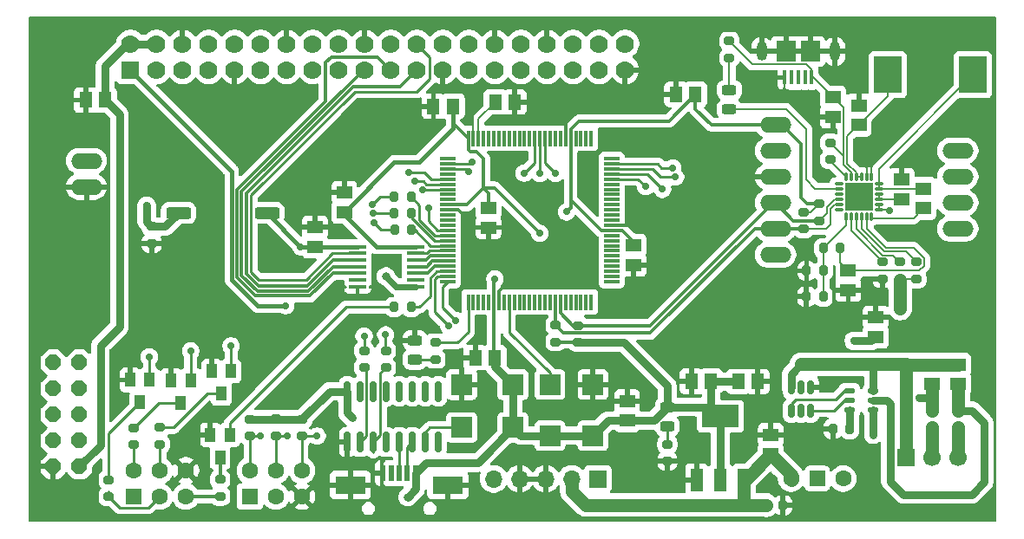
<source format=gbr>
%TF.GenerationSoftware,KiCad,Pcbnew,9.0.3*%
%TF.CreationDate,2025-12-03T20:13:16+05:30*%
%TF.ProjectId,cpm_vehicle_pcb,63706d5f-7665-4686-9963-6c655f706362,rev?*%
%TF.SameCoordinates,Original*%
%TF.FileFunction,Copper,L1,Top*%
%TF.FilePolarity,Positive*%
%FSLAX46Y46*%
G04 Gerber Fmt 4.6, Leading zero omitted, Abs format (unit mm)*
G04 Created by KiCad (PCBNEW 9.0.3) date 2025-12-03 20:13:16*
%MOMM*%
%LPD*%
G01*
G04 APERTURE LIST*
G04 Aperture macros list*
%AMRoundRect*
0 Rectangle with rounded corners*
0 $1 Rounding radius*
0 $2 $3 $4 $5 $6 $7 $8 $9 X,Y pos of 4 corners*
0 Add a 4 corners polygon primitive as box body*
4,1,4,$2,$3,$4,$5,$6,$7,$8,$9,$2,$3,0*
0 Add four circle primitives for the rounded corners*
1,1,$1+$1,$2,$3*
1,1,$1+$1,$4,$5*
1,1,$1+$1,$6,$7*
1,1,$1+$1,$8,$9*
0 Add four rect primitives between the rounded corners*
20,1,$1+$1,$2,$3,$4,$5,0*
20,1,$1+$1,$4,$5,$6,$7,0*
20,1,$1+$1,$6,$7,$8,$9,0*
20,1,$1+$1,$8,$9,$2,$3,0*%
%AMOutline5P*
0 Free polygon, 5 corners , with rotation*
0 The origin of the aperture is its center*
0 number of corners: always 5*
0 $1 to $10 corner X, Y*
0 $11 Rotation angle, in degrees counterclockwise*
0 create outline with 5 corners*
4,1,5,$1,$2,$3,$4,$5,$6,$7,$8,$9,$10,$1,$2,$11*%
%AMOutline6P*
0 Free polygon, 6 corners , with rotation*
0 The origin of the aperture is its center*
0 number of corners: always 6*
0 $1 to $12 corner X, Y*
0 $13 Rotation angle, in degrees counterclockwise*
0 create outline with 6 corners*
4,1,6,$1,$2,$3,$4,$5,$6,$7,$8,$9,$10,$11,$12,$1,$2,$13*%
%AMOutline7P*
0 Free polygon, 7 corners , with rotation*
0 The origin of the aperture is its center*
0 number of corners: always 7*
0 $1 to $14 corner X, Y*
0 $15 Rotation angle, in degrees counterclockwise*
0 create outline with 7 corners*
4,1,7,$1,$2,$3,$4,$5,$6,$7,$8,$9,$10,$11,$12,$13,$14,$1,$2,$15*%
%AMOutline8P*
0 Free polygon, 8 corners , with rotation*
0 The origin of the aperture is its center*
0 number of corners: always 8*
0 $1 to $16 corner X, Y*
0 $17 Rotation angle, in degrees counterclockwise*
0 create outline with 8 corners*
4,1,8,$1,$2,$3,$4,$5,$6,$7,$8,$9,$10,$11,$12,$13,$14,$15,$16,$1,$2,$17*%
G04 Aperture macros list end*
%TA.AperFunction,SMDPad,CuDef*%
%ADD10RoundRect,0.200000X-0.275000X0.200000X-0.275000X-0.200000X0.275000X-0.200000X0.275000X0.200000X0*%
%TD*%
%TA.AperFunction,SMDPad,CuDef*%
%ADD11RoundRect,0.200000X0.200000X0.275000X-0.200000X0.275000X-0.200000X-0.275000X0.200000X-0.275000X0*%
%TD*%
%TA.AperFunction,ComponentPad*%
%ADD12O,3.048000X1.524000*%
%TD*%
%TA.AperFunction,SMDPad,CuDef*%
%ADD13RoundRect,0.250000X-0.970000X-0.310000X0.970000X-0.310000X0.970000X0.310000X-0.970000X0.310000X0*%
%TD*%
%TA.AperFunction,SMDPad,CuDef*%
%ADD14RoundRect,0.200000X0.275000X-0.200000X0.275000X0.200000X-0.275000X0.200000X-0.275000X-0.200000X0*%
%TD*%
%TA.AperFunction,SMDPad,CuDef*%
%ADD15R,1.500000X1.300000*%
%TD*%
%TA.AperFunction,ComponentPad*%
%ADD16R,1.700000X1.700000*%
%TD*%
%TA.AperFunction,ComponentPad*%
%ADD17C,1.700000*%
%TD*%
%TA.AperFunction,SMDPad,CuDef*%
%ADD18R,1.000000X1.400000*%
%TD*%
%TA.AperFunction,SMDPad,CuDef*%
%ADD19RoundRect,0.200000X-0.200000X-0.275000X0.200000X-0.275000X0.200000X0.275000X-0.200000X0.275000X0*%
%TD*%
%TA.AperFunction,SMDPad,CuDef*%
%ADD20R,1.500000X0.350000*%
%TD*%
%TA.AperFunction,SMDPad,CuDef*%
%ADD21R,0.350000X1.500000*%
%TD*%
%TA.AperFunction,SMDPad,CuDef*%
%ADD22RoundRect,0.243750X0.456250X-0.243750X0.456250X0.243750X-0.456250X0.243750X-0.456250X-0.243750X0*%
%TD*%
%TA.AperFunction,SMDPad,CuDef*%
%ADD23R,1.300000X1.500000*%
%TD*%
%TA.AperFunction,ComponentPad*%
%ADD24O,1.700000X1.700000*%
%TD*%
%TA.AperFunction,SMDPad,CuDef*%
%ADD25RoundRect,0.243750X-0.456250X0.243750X-0.456250X-0.243750X0.456250X-0.243750X0.456250X0.243750X0*%
%TD*%
%TA.AperFunction,SMDPad,CuDef*%
%ADD26R,0.400000X1.400000*%
%TD*%
%TA.AperFunction,ComponentPad*%
%ADD27O,1.050000X1.850000*%
%TD*%
%TA.AperFunction,SMDPad,CuDef*%
%ADD28R,1.900000X2.000000*%
%TD*%
%TA.AperFunction,SMDPad,CuDef*%
%ADD29R,2.000000X2.000000*%
%TD*%
%TA.AperFunction,SMDPad,CuDef*%
%ADD30R,1.676400X0.355600*%
%TD*%
%TA.AperFunction,ComponentPad*%
%ADD31R,1.500000X1.500000*%
%TD*%
%TA.AperFunction,ComponentPad*%
%ADD32C,1.600000*%
%TD*%
%TA.AperFunction,SMDPad,CuDef*%
%ADD33R,1.219200X2.235200*%
%TD*%
%TA.AperFunction,SMDPad,CuDef*%
%ADD34R,3.600000X2.200000*%
%TD*%
%TA.AperFunction,SMDPad,CuDef*%
%ADD35RoundRect,0.150000X-0.150000X0.512500X-0.150000X-0.512500X0.150000X-0.512500X0.150000X0.512500X0*%
%TD*%
%TA.AperFunction,ComponentPad*%
%ADD36R,1.605000X1.605000*%
%TD*%
%TA.AperFunction,ComponentPad*%
%ADD37C,1.605000*%
%TD*%
%TA.AperFunction,SMDPad,CuDef*%
%ADD38R,0.500000X1.500000*%
%TD*%
%TA.AperFunction,SMDPad,CuDef*%
%ADD39R,3.000000X1.800000*%
%TD*%
%TA.AperFunction,SMDPad,CuDef*%
%ADD40RoundRect,0.032500X-0.377500X-0.097500X0.377500X-0.097500X0.377500X0.097500X-0.377500X0.097500X0*%
%TD*%
%TA.AperFunction,SMDPad,CuDef*%
%ADD41RoundRect,0.032500X-0.097500X-0.377500X0.097500X-0.377500X0.097500X0.377500X-0.097500X0.377500X0*%
%TD*%
%TA.AperFunction,SMDPad,CuDef*%
%ADD42R,2.700000X2.700000*%
%TD*%
%TA.AperFunction,ComponentPad*%
%ADD43C,0.300000*%
%TD*%
%TA.AperFunction,ComponentPad*%
%ADD44Outline8P,-0.762000X0.315631X-0.315631X0.762000X0.315631X0.762000X0.762000X0.315631X0.762000X-0.315631X0.315631X-0.762000X-0.315631X-0.762000X-0.762000X-0.315631X90.000000*%
%TD*%
%TA.AperFunction,ComponentPad*%
%ADD45R,1.778000X1.778000*%
%TD*%
%TA.AperFunction,ComponentPad*%
%ADD46C,1.778000*%
%TD*%
%TA.AperFunction,SMDPad,CuDef*%
%ADD47RoundRect,0.150000X0.150000X-0.825000X0.150000X0.825000X-0.150000X0.825000X-0.150000X-0.825000X0*%
%TD*%
%TA.AperFunction,SMDPad,CuDef*%
%ADD48R,2.700000X3.600000*%
%TD*%
%TA.AperFunction,SMDPad,CuDef*%
%ADD49RoundRect,0.132500X-0.402500X0.132500X-0.402500X-0.132500X0.402500X-0.132500X0.402500X0.132500X0*%
%TD*%
%TA.AperFunction,ViaPad*%
%ADD50C,0.700000*%
%TD*%
%TA.AperFunction,ViaPad*%
%ADD51C,0.800000*%
%TD*%
%TA.AperFunction,ViaPad*%
%ADD52C,1.000000*%
%TD*%
%TA.AperFunction,ViaPad*%
%ADD53C,1.300000*%
%TD*%
%TA.AperFunction,ViaPad*%
%ADD54C,2.000000*%
%TD*%
%TA.AperFunction,Conductor*%
%ADD55C,0.300000*%
%TD*%
%TA.AperFunction,Conductor*%
%ADD56C,0.200000*%
%TD*%
%TA.AperFunction,Conductor*%
%ADD57C,0.800000*%
%TD*%
%TA.AperFunction,Conductor*%
%ADD58C,0.400000*%
%TD*%
%TA.AperFunction,Conductor*%
%ADD59C,1.300000*%
%TD*%
%TA.AperFunction,Conductor*%
%ADD60C,0.254000*%
%TD*%
%TA.AperFunction,Conductor*%
%ADD61C,0.600000*%
%TD*%
G04 APERTURE END LIST*
D10*
%TO.P,R2,1*%
%TO.N,+5V*%
X116450000Y-81610000D03*
%TO.P,R2,2*%
%TO.N,/SENSOR2*%
X116450000Y-83260000D03*
%TD*%
D11*
%TO.P,R29,1*%
%TO.N,VREGN*%
X171505000Y-64940000D03*
%TO.P,R29,2*%
%TO.N,Net-(U2-TS)*%
X169855000Y-64940000D03*
%TD*%
D12*
%TO.P,A1,1,VIN@1*%
%TO.N,+5V*%
X165180000Y-52880000D03*
%TO.P,A1,2,3VO@2*%
%TO.N,unconnected-(A1-3VO@2-Pad2)*%
X165180000Y-55420000D03*
%TO.P,A1,3,GND@3*%
%TO.N,GND*%
X165180000Y-57960000D03*
%TO.P,A1,4,SDA@4*%
%TO.N,/SDA*%
X165180000Y-60500000D03*
%TO.P,A1,5,SCL@5*%
%TO.N,/SCL*%
X165180000Y-63040000D03*
%TO.P,A1,6,RST@6*%
%TO.N,unconnected-(A1-RST@6-Pad6)*%
X165180000Y-65580000D03*
%TO.P,A1,7,ADR@7*%
%TO.N,unconnected-(A1-ADR@7-Pad7)*%
X182960000Y-63040000D03*
%TO.P,A1,8,INT@8*%
%TO.N,unconnected-(A1-INT@8-Pad8)*%
X182960000Y-60500000D03*
%TO.P,A1,9,PS1@9*%
%TO.N,unconnected-(A1-PS1@9-Pad9)*%
X182960000Y-57960000D03*
%TO.P,A1,10,PS0@10*%
%TO.N,unconnected-(A1-PS0@10-Pad10)*%
X182960000Y-55420000D03*
%TD*%
D13*
%TO.P,SW1,1*%
%TO.N,Net-(U3-OE)*%
X106945000Y-61500000D03*
%TO.P,SW1,2*%
%TO.N,+3V3*%
X115555000Y-61500000D03*
%TD*%
D10*
%TO.P,R3o1,1*%
%TO.N,+5V*%
X113910000Y-81630000D03*
%TO.P,R3o1,2*%
%TO.N,/SENSOR3*%
X113910000Y-83280000D03*
%TD*%
D14*
%TO.P,R22,1*%
%TO.N,BB*%
X177310000Y-67935000D03*
%TO.P,R22,2*%
%TO.N,Net-(U2-MID)*%
X177310000Y-66285000D03*
%TD*%
D15*
%TO.P,C9,1,1*%
%TO.N,Net-(U8-VC)*%
X180440000Y-78210000D03*
%TO.P,C9,2,2*%
%TO.N,B-*%
X180440000Y-76310000D03*
%TD*%
%TO.P,C56,1,1*%
%TO.N,+5V*%
X137170000Y-61020000D03*
%TO.P,C56,2,2*%
%TO.N,GND*%
X137170000Y-62920000D03*
%TD*%
D16*
%TO.P,J6,1,Pin_1*%
%TO.N,B-*%
X177920000Y-85400000D03*
D17*
%TO.P,J6,2,Pin_2*%
%TO.N,BB*%
X180460000Y-85400000D03*
%TO.P,J6,3,Pin_3*%
%TO.N,B+*%
X183000000Y-85400000D03*
%TD*%
D18*
%TO.P,Q12,1,G*%
%TO.N,/R12*%
X104110000Y-77815000D03*
%TO.P,Q12,2,S*%
%TO.N,GND*%
X102210000Y-77815000D03*
%TO.P,Q12,3,D*%
%TO.N,/R16*%
X103160000Y-80015000D03*
%TD*%
D10*
%TO.P,R4,1*%
%TO.N,/SCL*%
X143720000Y-72445000D03*
%TO.P,R4,2*%
%TO.N,+5V*%
X143720000Y-74095000D03*
%TD*%
D19*
%TO.P,R8,1*%
%TO.N,vcc_bat*%
X164275000Y-90060000D03*
%TO.P,R8,2*%
%TO.N,GND*%
X165925000Y-90060000D03*
%TD*%
D14*
%TO.P,R26,1*%
%TO.N,Net-(U7-RXD)*%
X127170000Y-76595000D03*
%TO.P,R26,2*%
%TO.N,/RX0*%
X127170000Y-74945000D03*
%TD*%
%TO.P,R5,1*%
%TO.N,/SCL*%
X167920000Y-63065000D03*
%TO.P,R5,2*%
%TO.N,+5V*%
X167920000Y-61415000D03*
%TD*%
D15*
%TO.P,C55,1,1*%
%TO.N,+5V*%
X151330000Y-64680000D03*
%TO.P,C55,2,2*%
%TO.N,GND*%
X151330000Y-66580000D03*
%TD*%
D10*
%TO.P,R15,1,1*%
%TO.N,/R15*%
X111000000Y-87545000D03*
%TO.P,R15,2,2*%
%TO.N,/LED1_PIN*%
X111000000Y-89195000D03*
%TD*%
D12*
%TO.P,R/W0,1,1*%
%TO.N,GND*%
X97950000Y-58950000D03*
%TO.P,R/W0,2,2*%
%TO.N,/MODE*%
X97950000Y-56410000D03*
%TD*%
D20*
%TO.P,IC1,1,(OC0B)PG5*%
%TO.N,unconnected-(IC1-(OC0B)PG5-Pad1)*%
X133200000Y-56200000D03*
%TO.P,IC1,2,(RXD0/PCIN8)PE0*%
%TO.N,/RX0*%
X133200000Y-56700000D03*
%TO.P,IC1,3,(TXD0)PE1*%
%TO.N,/TX0*%
X133200000Y-57200000D03*
%TO.P,IC1,4,(XCK0/AIN0)PE2*%
%TO.N,unconnected-(IC1-(XCK0{slash}AIN0)PE2-Pad4)*%
X133200000Y-57700000D03*
%TO.P,IC1,5,(OC3A/AIN1)PE3*%
%TO.N,/ERW8*%
X133200000Y-58200000D03*
%TO.P,IC1,6,(OC3B/INT4)PE4*%
%TO.N,/ERW7*%
X133200000Y-58700000D03*
%TO.P,IC1,7,(OC3C/INT5)PE5*%
%TO.N,/ERW6*%
X133200000Y-59200000D03*
%TO.P,IC1,8,(T3/INT6)PE6*%
%TO.N,unconnected-(IC1-(T3{slash}INT6)PE6-Pad8)*%
X133200000Y-59700000D03*
%TO.P,IC1,9,(CLKO/ICP3/INT7)PE7*%
%TO.N,unconnected-(IC1-(CLKO{slash}ICP3{slash}INT7)PE7-Pad9)*%
X133200000Y-60200000D03*
%TO.P,IC1,10,VCC*%
%TO.N,+5V*%
X133200000Y-60700000D03*
%TO.P,IC1,11,GND*%
%TO.N,GND*%
X133200000Y-61200000D03*
%TO.P,IC1,12,PH0(RXD2)*%
%TO.N,unconnected-(IC1-PH0(RXD2)-Pad12)*%
X133200000Y-61700000D03*
%TO.P,IC1,13,PH1(TXD2)*%
%TO.N,unconnected-(IC1-PH1(TXD2)-Pad13)*%
X133200000Y-62200000D03*
%TO.P,IC1,14,PH2(XCK2)*%
%TO.N,unconnected-(IC1-PH2(XCK2)-Pad14)*%
X133200000Y-62700000D03*
%TO.P,IC1,15,PH3(OC4A)*%
%TO.N,/ERW5*%
X133200000Y-63200000D03*
%TO.P,IC1,16,PH4(OC4B)*%
%TO.N,/LED2*%
X133200000Y-63700000D03*
%TO.P,IC1,17,PH5(OC4C)*%
%TO.N,/LED3*%
X133200000Y-64200000D03*
%TO.P,IC1,18,PH6(OC2B)*%
%TO.N,/LED4*%
X133200000Y-64700000D03*
%TO.P,IC1,19,(SS/PCINT0)PB0*%
%TO.N,/SS*%
X133200000Y-65200000D03*
%TO.P,IC1,20,(SCK/PCINT1)PB1*%
%TO.N,/SCK*%
X133200000Y-65700000D03*
%TO.P,IC1,21,(MOSI/PCINT2)PB2*%
%TO.N,/MOSI*%
X133200000Y-66200000D03*
%TO.P,IC1,22,(MISO/PCINT3)PB3*%
%TO.N,/MISO*%
X133200000Y-66700000D03*
%TO.P,IC1,23,(OC2A/PCINT4)PB4*%
%TO.N,/LED1*%
X133200000Y-67200000D03*
%TO.P,IC1,24,(OC1A/PCINT5)PB5*%
%TO.N,/SERVO_PWM*%
X133200000Y-67700000D03*
%TO.P,IC1,25,(OC1B/PCINT6)PB6*%
%TO.N,/PWM*%
X133200000Y-68200000D03*
D21*
%TO.P,IC1,26,(OC0A/OC1C/PCINT7)PB7*%
%TO.N,/LED_BUILT_IN*%
X135200000Y-70200000D03*
%TO.P,IC1,27,PH7(T4)*%
%TO.N,unconnected-(IC1-PH7(T4)-Pad27)*%
X135700000Y-70200000D03*
%TO.P,IC1,28,(TOSC2)PG3*%
%TO.N,unconnected-(IC1-(TOSC2)PG3-Pad28)*%
X136200000Y-70200000D03*
%TO.P,IC1,29,(TOSC1)PG4*%
%TO.N,unconnected-(IC1-(TOSC1)PG4-Pad29)*%
X136700000Y-70200000D03*
%TO.P,IC1,30,RESET*%
%TO.N,/{slash}RESET*%
X137200000Y-70200000D03*
%TO.P,IC1,31,VCC1*%
%TO.N,+5V*%
X137700000Y-70200000D03*
%TO.P,IC1,32,GND1*%
%TO.N,GND*%
X138200000Y-70200000D03*
%TO.P,IC1,33,XTAL2*%
%TO.N,unconnected-(IC1-XTAL2-Pad33)*%
X138700000Y-70200000D03*
%TO.P,IC1,34,XTAL1*%
%TO.N,/XTAL1*%
X139200000Y-70200000D03*
%TO.P,IC1,35,PL0(ICP4)*%
%TO.N,unconnected-(IC1-PL0(ICP4)-Pad35)*%
X139700000Y-70200000D03*
%TO.P,IC1,36,PL1(ICP5)*%
%TO.N,unconnected-(IC1-PL1(ICP5)-Pad36)*%
X140200000Y-70200000D03*
%TO.P,IC1,37,PL2(T5)*%
%TO.N,unconnected-(IC1-PL2(T5)-Pad37)*%
X140700000Y-70200000D03*
%TO.P,IC1,38,PL3(OC5A)*%
%TO.N,unconnected-(IC1-PL3(OC5A)-Pad38)*%
X141200000Y-70200000D03*
%TO.P,IC1,39,PL4(OC5B)*%
%TO.N,unconnected-(IC1-PL4(OC5B)-Pad39)*%
X141700000Y-70200000D03*
%TO.P,IC1,40,PL5(OC5C)*%
%TO.N,unconnected-(IC1-PL5(OC5C)-Pad40)*%
X142200000Y-70200000D03*
%TO.P,IC1,41,PL6*%
%TO.N,unconnected-(IC1-PL6-Pad41)*%
X142700000Y-70200000D03*
%TO.P,IC1,42,PL7*%
%TO.N,unconnected-(IC1-PL7-Pad42)*%
X143200000Y-70200000D03*
%TO.P,IC1,43,(SCL/INT0)PD0*%
%TO.N,/SCL*%
X143700000Y-70200000D03*
%TO.P,IC1,44,(SDA/INT1)PD1*%
%TO.N,/SDA*%
X144200000Y-70200000D03*
%TO.P,IC1,45,(RXD1/INT2)PD2*%
%TO.N,unconnected-(IC1-(RXD1{slash}INT2)PD2-Pad45)*%
X144700000Y-70200000D03*
%TO.P,IC1,46,(TXD1/INT3)PD3*%
%TO.N,unconnected-(IC1-(TXD1{slash}INT3)PD3-Pad46)*%
X145200000Y-70200000D03*
%TO.P,IC1,47,(ICP1)PD4*%
%TO.N,unconnected-(IC1-(ICP1)PD4-Pad47)*%
X145700000Y-70200000D03*
%TO.P,IC1,48,(XCK1)PD5*%
%TO.N,unconnected-(IC1-(XCK1)PD5-Pad48)*%
X146200000Y-70200000D03*
%TO.P,IC1,49,(T1)PD6*%
%TO.N,unconnected-(IC1-(T1)PD6-Pad49)*%
X146700000Y-70200000D03*
%TO.P,IC1,50,(T0)PD7*%
%TO.N,unconnected-(IC1-(T0)PD7-Pad50)*%
X147200000Y-70200000D03*
D20*
%TO.P,IC1,51,(WR)PG0*%
%TO.N,unconnected-(IC1-(WR)PG0-Pad51)*%
X149200000Y-68200000D03*
%TO.P,IC1,52,(RD)PG1*%
%TO.N,unconnected-(IC1-(RD)PG1-Pad52)*%
X149200000Y-67700000D03*
%TO.P,IC1,53,(A8)PC0*%
%TO.N,unconnected-(IC1-(A8)PC0-Pad53)*%
X149200000Y-67200000D03*
%TO.P,IC1,54,(A9)PC1*%
%TO.N,unconnected-(IC1-(A9)PC1-Pad54)*%
X149200000Y-66700000D03*
%TO.P,IC1,55,(A10)PC2*%
%TO.N,unconnected-(IC1-(A10)PC2-Pad55)*%
X149200000Y-66200000D03*
%TO.P,IC1,56,(A11)PC3*%
%TO.N,unconnected-(IC1-(A11)PC3-Pad56)*%
X149200000Y-65700000D03*
%TO.P,IC1,57,(A12)PC4*%
%TO.N,unconnected-(IC1-(A12)PC4-Pad57)*%
X149200000Y-65200000D03*
%TO.P,IC1,58,(A13)PC5*%
%TO.N,unconnected-(IC1-(A13)PC5-Pad58)*%
X149200000Y-64700000D03*
%TO.P,IC1,59,(A14)PC6*%
%TO.N,unconnected-(IC1-(A14)PC6-Pad59)*%
X149200000Y-64200000D03*
%TO.P,IC1,60,(A15)PC7*%
%TO.N,unconnected-(IC1-(A15)PC7-Pad60)*%
X149200000Y-63700000D03*
%TO.P,IC1,61,VCC2*%
%TO.N,+5V*%
X149200000Y-63200000D03*
%TO.P,IC1,62,GND2*%
%TO.N,GND*%
X149200000Y-62700000D03*
%TO.P,IC1,63,PJ0(RXD3/PCINT9)*%
%TO.N,unconnected-(IC1-PJ0(RXD3{slash}PCINT9)-Pad63)*%
X149200000Y-62200000D03*
%TO.P,IC1,64,PJ1(TXD3/PCINT10)*%
%TO.N,unconnected-(IC1-PJ1(TXD3{slash}PCINT10)-Pad64)*%
X149200000Y-61700000D03*
%TO.P,IC1,65,PJ2(XCK3/PCINT11)*%
%TO.N,unconnected-(IC1-PJ2(XCK3{slash}PCINT11)-Pad65)*%
X149200000Y-61200000D03*
%TO.P,IC1,66,PJ3(PCINT12)*%
%TO.N,unconnected-(IC1-PJ3(PCINT12)-Pad66)*%
X149200000Y-60700000D03*
%TO.P,IC1,67,PJ4(PCINT13)*%
%TO.N,unconnected-(IC1-PJ4(PCINT13)-Pad67)*%
X149200000Y-60200000D03*
%TO.P,IC1,68,PJ5(PCINT14)*%
%TO.N,unconnected-(IC1-PJ5(PCINT14)-Pad68)*%
X149200000Y-59700000D03*
%TO.P,IC1,69,PJ6(PCINT15)*%
%TO.N,unconnected-(IC1-PJ6(PCINT15)-Pad69)*%
X149200000Y-59200000D03*
%TO.P,IC1,70,(ALE)PG2*%
%TO.N,unconnected-(IC1-(ALE)PG2-Pad70)*%
X149200000Y-58700000D03*
%TO.P,IC1,71,(AD7)PA7*%
%TO.N,/ERW4*%
X149200000Y-58200000D03*
%TO.P,IC1,72,(AD6)PA6*%
%TO.N,/ERW3*%
X149200000Y-57700000D03*
%TO.P,IC1,73,(AD5)PA5*%
%TO.N,/ERW2*%
X149200000Y-57200000D03*
%TO.P,IC1,74,(AD4)PA4*%
%TO.N,/ERW1*%
X149200000Y-56700000D03*
%TO.P,IC1,75,(AD3)PA3*%
%TO.N,unconnected-(IC1-(AD3)PA3-Pad75)*%
X149200000Y-56200000D03*
D21*
%TO.P,IC1,76,(AD2)PA2*%
%TO.N,unconnected-(IC1-(AD2)PA2-Pad76)*%
X147200000Y-54200000D03*
%TO.P,IC1,77,(AD1)PA1*%
%TO.N,unconnected-(IC1-(AD1)PA1-Pad77)*%
X146700000Y-54200000D03*
%TO.P,IC1,78,(AD0)PA0*%
%TO.N,unconnected-(IC1-(AD0)PA0-Pad78)*%
X146200000Y-54200000D03*
%TO.P,IC1,79,PJ7*%
%TO.N,unconnected-(IC1-PJ7-Pad79)*%
X145700000Y-54200000D03*
%TO.P,IC1,80,VCC3*%
%TO.N,+5V*%
X145200000Y-54200000D03*
%TO.P,IC1,81,GND3*%
%TO.N,GND*%
X144700000Y-54200000D03*
%TO.P,IC1,82,PK7(ADC15/PCINT23)*%
%TO.N,unconnected-(IC1-PK7(ADC15{slash}PCINT23)-Pad82)*%
X144200000Y-54200000D03*
%TO.P,IC1,83,PK6(ADC14/PCINT22)*%
%TO.N,unconnected-(IC1-PK6(ADC14{slash}PCINT22)-Pad83)*%
X143700000Y-54200000D03*
%TO.P,IC1,84,PK5(ADC13/PCINT21)*%
%TO.N,unconnected-(IC1-PK5(ADC13{slash}PCINT21)-Pad84)*%
X143200000Y-54200000D03*
%TO.P,IC1,85,PK4(ADC12/PCINT20)*%
%TO.N,/SENSOR1*%
X142700000Y-54200000D03*
%TO.P,IC1,86,PK3(ADC11/PCINT19)*%
%TO.N,/SENSOR2*%
X142200000Y-54200000D03*
%TO.P,IC1,87,PK2(ADC10/PCINT18)*%
%TO.N,/SENSOR3*%
X141700000Y-54200000D03*
%TO.P,IC1,88,PK1(ADC9/PCINT17)*%
%TO.N,unconnected-(IC1-PK1(ADC9{slash}PCINT17)-Pad88)*%
X141200000Y-54200000D03*
%TO.P,IC1,89,PK0(ADC8/PCINT16)*%
%TO.N,unconnected-(IC1-PK0(ADC8{slash}PCINT16)-Pad89)*%
X140700000Y-54200000D03*
%TO.P,IC1,90,(ADC7/TDI)PF7*%
%TO.N,unconnected-(IC1-(ADC7{slash}TDI)PF7-Pad90)*%
X140200000Y-54200000D03*
%TO.P,IC1,91,(ADC6/TDO)PF6*%
%TO.N,unconnected-(IC1-(ADC6{slash}TDO)PF6-Pad91)*%
X139700000Y-54200000D03*
%TO.P,IC1,92,(ADC5/TMS)PF5*%
%TO.N,unconnected-(IC1-(ADC5{slash}TMS)PF5-Pad92)*%
X139200000Y-54200000D03*
%TO.P,IC1,93,(ADC4/TCK)PF4*%
%TO.N,unconnected-(IC1-(ADC4{slash}TCK)PF4-Pad93)*%
X138700000Y-54200000D03*
%TO.P,IC1,94,(ADC3)PF3*%
%TO.N,unconnected-(IC1-(ADC3)PF3-Pad94)*%
X138200000Y-54200000D03*
%TO.P,IC1,95,(ADC2)PF2*%
%TO.N,unconnected-(IC1-(ADC2)PF2-Pad95)*%
X137700000Y-54200000D03*
%TO.P,IC1,96,(ADC1)PF1*%
%TO.N,unconnected-(IC1-(ADC1)PF1-Pad96)*%
X137200000Y-54200000D03*
%TO.P,IC1,97,(ADC0)PF0*%
%TO.N,unconnected-(IC1-(ADC0)PF0-Pad97)*%
X136700000Y-54200000D03*
%TO.P,IC1,98,AREF*%
%TO.N,/AREF*%
X136200000Y-54200000D03*
%TO.P,IC1,99,AGND*%
%TO.N,GND*%
X135700000Y-54200000D03*
%TO.P,IC1,100,AVCC*%
%TO.N,+5V*%
X135200000Y-54200000D03*
%TD*%
D15*
%TO.P,C61,1,1*%
%TO.N,vcc_bat*%
X164720000Y-85080000D03*
%TO.P,C61,2,2*%
%TO.N,GND*%
X164720000Y-83180000D03*
%TD*%
D14*
%TO.P,R25,1*%
%TO.N,B+*%
X182990000Y-82450000D03*
%TO.P,R25,2*%
%TO.N,Net-(U8-VDD)*%
X182990000Y-80800000D03*
%TD*%
D18*
%TO.P,Q11,1,G*%
%TO.N,/R11*%
X111940000Y-83180000D03*
%TO.P,Q11,2,S*%
%TO.N,GND*%
X110040000Y-83180000D03*
%TO.P,Q11,3,D*%
%TO.N,/R15*%
X110990000Y-85380000D03*
%TD*%
D10*
%TO.P,R7,1*%
%TO.N,VBUS*%
X170520000Y-54645000D03*
%TO.P,R7,2*%
%TO.N,Net-(U2-PSEL)*%
X170520000Y-56295000D03*
%TD*%
D11*
%TO.P,R24,1*%
%TO.N,Net-(U8-V-)*%
X172412500Y-82610000D03*
%TO.P,R24,2*%
%TO.N,GND*%
X170762500Y-82610000D03*
%TD*%
D22*
%TO.P,D2,1,K*%
%TO.N,Net-(D2-K)*%
X154630000Y-82335000D03*
%TO.P,D2,2,A*%
%TO.N,+5V*%
X154630000Y-80460000D03*
%TD*%
D15*
%TO.P,C71,1,1*%
%TO.N,GND*%
X150710000Y-79870000D03*
%TO.P,C71,2,2*%
%TO.N,+5V*%
X150710000Y-81770000D03*
%TD*%
D10*
%TO.P,R9,1*%
%TO.N,Net-(D2-K)*%
X154630000Y-84095000D03*
%TO.P,R9,2*%
%TO.N,GND*%
X154630000Y-85745000D03*
%TD*%
D23*
%TO.P,C63,1,1*%
%TO.N,+5V*%
X161560000Y-77970000D03*
%TO.P,C63,2,2*%
%TO.N,GND*%
X163460000Y-77970000D03*
%TD*%
D16*
%TO.P,J3,1,Pin_1*%
%TO.N,/PWM*%
X147842500Y-87475000D03*
D24*
%TO.P,J3,2,Pin_2*%
%TO.N,vcc_bat*%
X145302500Y-87475000D03*
%TO.P,J3,3,Pin_3*%
%TO.N,GND*%
X142762500Y-87475000D03*
%TO.P,J3,4,Pin_4*%
X140222500Y-87475000D03*
%TO.P,J3,5,Pin_5*%
%TO.N,/SERVO_PWM*%
X137682500Y-87475000D03*
%TD*%
D14*
%TO.P,R23,1*%
%TO.N,BB*%
X178930000Y-67945000D03*
%TO.P,R23,2*%
%TO.N,Net-(U2-CBSET)*%
X178930000Y-66295000D03*
%TD*%
D19*
%TO.P,R30,1*%
%TO.N,GND*%
X168205000Y-69670000D03*
%TO.P,R30,2*%
%TO.N,Net-(U2-TS)*%
X169855000Y-69670000D03*
%TD*%
D11*
%TO.P,R13,1,1*%
%TO.N,/LED3*%
X129635000Y-61530000D03*
%TO.P,R13,2,2*%
%TO.N,/R13*%
X127985000Y-61530000D03*
%TD*%
D23*
%TO.P,C10,1,1*%
%TO.N,GND*%
X135880000Y-75630000D03*
%TO.P,C10,2,2*%
%TO.N,+5V*%
X137780000Y-75630000D03*
%TD*%
%TO.P,C31,1,1*%
%TO.N,+5V*%
X99770000Y-50470000D03*
%TO.P,C31,2,2*%
%TO.N,GND*%
X97870000Y-50470000D03*
%TD*%
D10*
%TO.P,R6,1*%
%TO.N,+5V*%
X169460000Y-60595000D03*
%TO.P,R6,2*%
%TO.N,/SDA*%
X169460000Y-62245000D03*
%TD*%
D23*
%TO.P,C51,1,1*%
%TO.N,/AREF*%
X137860000Y-50660000D03*
%TO.P,C51,2,2*%
%TO.N,GND*%
X139760000Y-50660000D03*
%TD*%
D25*
%TO.P,D3,1,K*%
%TO.N,GND*%
X130000000Y-73942500D03*
%TO.P,D3,2,A*%
%TO.N,Net-(D3-A)*%
X130000000Y-75817500D03*
%TD*%
D15*
%TO.P,C5,1*%
%TO.N,VREGN*%
X172280000Y-67140000D03*
%TO.P,C5,2*%
%TO.N,GND*%
X172280000Y-69040000D03*
%TD*%
D22*
%TO.P,D4,1,K*%
%TO.N,Net-(D4-K)*%
X160680000Y-51357500D03*
%TO.P,D4,2,A*%
%TO.N,Net-(D4-A)*%
X160680000Y-49482500D03*
%TD*%
D26*
%TO.P,J4,1,VBUS*%
%TO.N,VBUS*%
X168700000Y-48260000D03*
%TO.P,J4,2,D-*%
%TO.N,unconnected-(J4-D--Pad2)*%
X168050000Y-48260000D03*
%TO.P,J4,3,D+*%
%TO.N,unconnected-(J4-D+-Pad3)*%
X167400000Y-48260000D03*
%TO.P,J4,4,ID*%
%TO.N,unconnected-(J4-ID-Pad4)*%
X166750000Y-48260000D03*
%TO.P,J4,5,GND*%
%TO.N,GND*%
X166100000Y-48260000D03*
D27*
%TO.P,J4,SH1,SHIELD*%
X170975000Y-45710000D03*
D28*
%TO.P,J4,SH2,SHIELD*%
X168600000Y-45710000D03*
%TO.P,J4,SH3,SHIELD*%
X166200000Y-45710000D03*
D27*
%TO.P,J4,SH4,SHIELD*%
X163825000Y-45710000D03*
%TD*%
D29*
%TO.P,QG1,1,E/D*%
%TO.N,+5V*%
X147370000Y-83250000D03*
%TO.P,QG1,2,GND*%
%TO.N,GND*%
X147370000Y-78250000D03*
%TO.P,QG1,3,OUT*%
%TO.N,/XTAL1*%
X143170000Y-78250000D03*
%TO.P,QG1,4,VCC*%
%TO.N,+5V*%
X143170000Y-83250000D03*
%TD*%
D14*
%TO.P,R28,1*%
%TO.N,BB*%
X180430000Y-82450000D03*
%TO.P,R28,2*%
%TO.N,Net-(U8-VC)*%
X180430000Y-80800000D03*
%TD*%
D11*
%TO.P,R12,1,1*%
%TO.N,/LED2*%
X129635000Y-59930000D03*
%TO.P,R12,2,2*%
%TO.N,/R12*%
X127985000Y-59930000D03*
%TD*%
D23*
%TO.P,C53,1,1*%
%TO.N,+5V*%
X157380000Y-49900000D03*
%TO.P,C53,2,2*%
%TO.N,GND*%
X155480000Y-49900000D03*
%TD*%
D18*
%TO.P,Q14,1,G*%
%TO.N,/R14*%
X112060000Y-76950000D03*
%TO.P,Q14,2,S*%
%TO.N,GND*%
X110160000Y-76950000D03*
%TO.P,Q14,3,D*%
%TO.N,/R18*%
X111110000Y-79150000D03*
%TD*%
D15*
%TO.P,C1,1*%
%TO.N,GND*%
X173310000Y-50980000D03*
%TO.P,C1,2*%
%TO.N,PMID*%
X173310000Y-52880000D03*
%TD*%
%TO.P,C41,1,1*%
%TO.N,+3V3*%
X120250000Y-64790000D03*
%TO.P,C41,2,2*%
%TO.N,GND*%
X120250000Y-62890000D03*
%TD*%
D30*
%TO.P,U3,1,VCCA*%
%TO.N,+3V3*%
X124430600Y-64800000D03*
%TO.P,U3,2,A1*%
%TO.N,/SS_PI*%
X124430600Y-65450000D03*
%TO.P,U3,3,A2*%
%TO.N,/SCK_PI*%
X124430600Y-66100000D03*
%TO.P,U3,4,A3*%
%TO.N,/MOSI_PI*%
X124430600Y-66750000D03*
%TO.P,U3,5,A4*%
%TO.N,/MISO_PI*%
X124430600Y-67400000D03*
%TO.P,U3,6,NC_2*%
%TO.N,unconnected-(U3-NC_2-Pad6)*%
X124430600Y-68050000D03*
%TO.P,U3,7,GND*%
%TO.N,GND*%
X124430600Y-68700000D03*
%TO.P,U3,8,OE*%
%TO.N,Net-(U3-OE)*%
X130069400Y-68700000D03*
%TO.P,U3,9,NC*%
%TO.N,unconnected-(U3-NC-Pad9)*%
X130069400Y-68050000D03*
%TO.P,U3,10,B4*%
%TO.N,/MISO*%
X130069400Y-67400000D03*
%TO.P,U3,11,B3*%
%TO.N,/MOSI*%
X130069400Y-66750000D03*
%TO.P,U3,12,B2*%
%TO.N,/SCK*%
X130069400Y-66100000D03*
%TO.P,U3,13,B1*%
%TO.N,/SS*%
X130069400Y-65450000D03*
%TO.P,U3,14,VCCB*%
%TO.N,+5V*%
X130069400Y-64800000D03*
%TD*%
D15*
%TO.P,C2,1*%
%TO.N,Net-(C2-Pad1)*%
X177480000Y-60140000D03*
%TO.P,C2,2*%
%TO.N,GND*%
X177480000Y-58240000D03*
%TD*%
D14*
%TO.P,R10,1*%
%TO.N,Net-(D3-A)*%
X132010000Y-75815000D03*
%TO.P,R10,2*%
%TO.N,/LED_BUILT_IN*%
X132010000Y-74165000D03*
%TD*%
D31*
%TO.P,SW2,1,B*%
%TO.N,B+*%
X169250000Y-87450000D03*
D32*
%TO.P,SW2,2,A*%
%TO.N,unconnected-(SW2A-A-Pad2)*%
X171790000Y-87450000D03*
%TO.P,SW2,3,C*%
%TO.N,vcc_bat*%
X166710000Y-87450000D03*
%TD*%
D15*
%TO.P,C11,1,1*%
%TO.N,Net-(U8-VDD)*%
X182980000Y-78200000D03*
%TO.P,C11,2,2*%
%TO.N,B-*%
X182980000Y-76300000D03*
%TD*%
D23*
%TO.P,C54,1,1*%
%TO.N,+5V*%
X133710000Y-51070000D03*
%TO.P,C54,2,2*%
%TO.N,GND*%
X131810000Y-51070000D03*
%TD*%
D10*
%TO.P,R17,1,1*%
%TO.N,/R17*%
X102592500Y-82500000D03*
%TO.P,R17,2,2*%
%TO.N,/LED3_PIN*%
X102592500Y-84150000D03*
%TD*%
D33*
%TO.P,P1,1,GND*%
%TO.N,GND*%
X157488600Y-87568800D03*
%TO.P,P1,2,5V*%
%TO.N,+5V*%
X159800000Y-87568800D03*
%TO.P,P1,3,VIN*%
%TO.N,vcc_bat*%
X162111400Y-87568800D03*
D34*
%TO.P,P1,4,5V*%
%TO.N,+5V*%
X159800000Y-81371000D03*
%TD*%
D10*
%TO.P,R18,1,1*%
%TO.N,/R18*%
X105140000Y-82445000D03*
%TO.P,R18,2,2*%
%TO.N,/LED4_PIN*%
X105140000Y-84095000D03*
%TD*%
D29*
%TO.P,QG2,1,E/D*%
%TO.N,+5V*%
X139560000Y-78270000D03*
%TO.P,QG2,2,GND*%
%TO.N,GND*%
X134560000Y-78270000D03*
%TO.P,QG2,3,OUT*%
%TO.N,Net-(QG2-OUT)*%
X134560000Y-82470000D03*
%TO.P,QG2,4,VCC*%
%TO.N,+5V*%
X139560000Y-82470000D03*
%TD*%
D10*
%TO.P,R19,1*%
%TO.N,Net-(U2-ILIM)*%
X175650000Y-66280000D03*
%TO.P,R19,2*%
%TO.N,GND*%
X175650000Y-67930000D03*
%TD*%
D35*
%TO.P,Q3,1,D1*%
%TO.N,GND*%
X168605000Y-78552500D03*
%TO.P,Q3,2,S1/D2*%
%TO.N,Net-(Q3-S1{slash}D2-Pad2)*%
X167655000Y-78552500D03*
%TO.P,Q3,3,S2*%
%TO.N,B-*%
X166705000Y-78552500D03*
%TO.P,Q3,4,G2*%
%TO.N,Net-(Q3-G2)*%
X166705000Y-80827500D03*
%TO.P,Q3,5,S1/D2*%
%TO.N,Net-(Q3-S1{slash}D2-Pad2)*%
X167655000Y-80827500D03*
%TO.P,Q3,6,G1*%
%TO.N,Net-(Q3-G1)*%
X168605000Y-80827500D03*
%TD*%
D14*
%TO.P,R27,1*%
%TO.N,Net-(U7-TXD)*%
X125050000Y-76595000D03*
%TO.P,R27,2*%
%TO.N,/TX0*%
X125050000Y-74945000D03*
%TD*%
D11*
%TO.P,R11,1,1*%
%TO.N,/LED1*%
X129635000Y-70680000D03*
%TO.P,R11,2,2*%
%TO.N,/R11*%
X127985000Y-70680000D03*
%TD*%
D15*
%TO.P,C42,1,1*%
%TO.N,+5V*%
X123100000Y-61420000D03*
%TO.P,C42,2,2*%
%TO.N,GND*%
X123100000Y-59520000D03*
%TD*%
D36*
%TO.P,J1,1,Pin_1*%
%TO.N,+5V*%
X102572500Y-89195000D03*
D37*
%TO.P,J1,2,Pin_2*%
%TO.N,/LED3_PIN*%
X102572500Y-86655000D03*
%TO.P,J1,3,Pin_3*%
%TO.N,/LED2_PIN*%
X105112500Y-89195000D03*
%TO.P,J1,4,Pin_4*%
%TO.N,/LED4_PIN*%
X105112500Y-86655000D03*
%TO.P,J1,5,Pin_5*%
%TO.N,/LED1_PIN*%
X107652500Y-89195000D03*
%TO.P,J1,6,Pin_6*%
%TO.N,GND*%
X107652500Y-86655000D03*
%TD*%
D18*
%TO.P,Q13,1,G*%
%TO.N,/R13*%
X108120000Y-77840000D03*
%TO.P,Q13,2,S*%
%TO.N,GND*%
X106220000Y-77840000D03*
%TO.P,Q13,3,D*%
%TO.N,/R17*%
X107170000Y-80040000D03*
%TD*%
D10*
%TO.P,R1,1*%
%TO.N,+5V*%
X118990000Y-81655000D03*
%TO.P,R1,2*%
%TO.N,/SENSOR1*%
X118990000Y-83305000D03*
%TD*%
D15*
%TO.P,C12,1*%
%TO.N,B+*%
X174940000Y-73610000D03*
%TO.P,C12,2*%
%TO.N,GND*%
X174940000Y-71710000D03*
%TD*%
D10*
%TO.P,R3,1*%
%TO.N,/SDA*%
X145930000Y-72485000D03*
%TO.P,R3,2*%
%TO.N,+5V*%
X145930000Y-74135000D03*
%TD*%
D38*
%TO.P,J5,1,VBUS*%
%TO.N,+5V*%
X130062500Y-86925000D03*
%TO.P,J5,2,D-*%
%TO.N,Net-(J5-D-)*%
X129262500Y-86925000D03*
%TO.P,J5,3,D+*%
%TO.N,Net-(J5-D+)*%
X128462500Y-86925000D03*
%TO.P,J5,4,ID*%
%TO.N,unconnected-(J5-ID-Pad4)*%
X127662500Y-86925000D03*
%TO.P,J5,5,GND*%
%TO.N,GND*%
X126862500Y-86925000D03*
D39*
%TO.P,J5,6,Shield*%
X133212500Y-88075000D03*
X123712500Y-88075000D03*
%TD*%
D10*
%TO.P,R20,1*%
%TO.N,VBUS*%
X160680000Y-44705000D03*
%TO.P,R20,2*%
%TO.N,Net-(D4-A)*%
X160680000Y-46355000D03*
%TD*%
D40*
%TO.P,U2,1,~{PG}*%
%TO.N,unconnected-(U2-~{PG}-Pad1)*%
X171365000Y-58640000D03*
%TO.P,U2,2,STAT*%
%TO.N,Net-(D4-K)*%
X171365000Y-59140000D03*
%TO.P,U2,3,CD*%
%TO.N,unconnected-(U2-CD-Pad3)*%
X171365000Y-59640000D03*
%TO.P,U2,4,SDA*%
%TO.N,/SDA*%
X171365000Y-60140000D03*
%TO.P,U2,5,SCL*%
%TO.N,/SCL*%
X171365000Y-60640000D03*
%TO.P,U2,6,~{INT}*%
%TO.N,unconnected-(U2-~{INT}-Pad6)*%
X171365000Y-61140000D03*
D41*
%TO.P,U2,7,TS*%
%TO.N,Net-(U2-TS)*%
X172060000Y-61835000D03*
%TO.P,U2,8,ILIM*%
%TO.N,Net-(U2-ILIM)*%
X172560000Y-61835000D03*
%TO.P,U2,9,MID*%
%TO.N,Net-(U2-MID)*%
X173060000Y-61835000D03*
%TO.P,U2,10,CBSET*%
%TO.N,Net-(U2-CBSET)*%
X173560000Y-61835000D03*
%TO.P,U2,11,REGN*%
%TO.N,VREGN*%
X174060000Y-61835000D03*
%TO.P,U2,12,BTST*%
%TO.N,Net-(U2-BTST)*%
X174560000Y-61835000D03*
D40*
%TO.P,U2,13,BAT*%
%TO.N,B+*%
X175255000Y-61140000D03*
%TO.P,U2,14,BAT*%
X175255000Y-60640000D03*
%TO.P,U2,15,SNS*%
%TO.N,Net-(C2-Pad1)*%
X175255000Y-60140000D03*
%TO.P,U2,16,SNS*%
X175255000Y-59640000D03*
%TO.P,U2,17,SW*%
%TO.N,SW*%
X175255000Y-59140000D03*
%TO.P,U2,18,SW*%
X175255000Y-58640000D03*
D41*
%TO.P,U2,19,GND*%
%TO.N,GND*%
X174560000Y-57945000D03*
%TO.P,U2,20,GND*%
X174060000Y-57945000D03*
%TO.P,U2,21,PMID*%
%TO.N,PMID*%
X173560000Y-57945000D03*
%TO.P,U2,22,PMID*%
X173060000Y-57945000D03*
%TO.P,U2,23,VBUS*%
%TO.N,VBUS*%
X172560000Y-57945000D03*
%TO.P,U2,24,PSEL*%
%TO.N,Net-(U2-PSEL)*%
X172060000Y-57945000D03*
D42*
%TO.P,U2,25,EP*%
%TO.N,Net-(U2-EP-Pad25)*%
X173310000Y-59890000D03*
D43*
%TO.P,U2,25_1,EP*%
X173310000Y-59890000D03*
%TO.P,U2,25_2,EP*%
X172210000Y-59890000D03*
%TO.P,U2,25_3,EP*%
X174410000Y-59890000D03*
%TO.P,U2,25_4,EP*%
X173310000Y-60990000D03*
%TO.P,U2,25_5,EP*%
X173310000Y-58790000D03*
%TD*%
D44*
%TO.P,EXT_PINS0,1,1*%
%TO.N,+5V*%
X97260000Y-86260000D03*
%TO.P,EXT_PINS0,2,2*%
%TO.N,GND*%
X94720000Y-86260000D03*
%TO.P,EXT_PINS0,3,3*%
%TO.N,/ERW5*%
X97260000Y-83720000D03*
%TO.P,EXT_PINS0,4,4*%
%TO.N,/ERW1*%
X94720000Y-83720000D03*
%TO.P,EXT_PINS0,5,5*%
%TO.N,/ERW6*%
X97260000Y-81180000D03*
%TO.P,EXT_PINS0,6,6*%
%TO.N,/ERW2*%
X94720000Y-81180000D03*
%TO.P,EXT_PINS0,7,7*%
%TO.N,/ERW7*%
X97260000Y-78640000D03*
%TO.P,EXT_PINS0,8,8*%
%TO.N,/ERW3*%
X94720000Y-78640000D03*
%TO.P,EXT_PINS0,9,9*%
%TO.N,/ERW8*%
X97260000Y-76100000D03*
%TO.P,EXT_PINS0,10,10*%
%TO.N,/ERW4*%
X94720000Y-76100000D03*
%TD*%
D11*
%TO.P,R31,1*%
%TO.N,Net-(U2-TS)*%
X169865000Y-67150000D03*
%TO.P,R31,2*%
%TO.N,GND*%
X168215000Y-67150000D03*
%TD*%
D10*
%TO.P,R16,1,1*%
%TO.N,/R16*%
X100110000Y-87565000D03*
%TO.P,R16,2,2*%
%TO.N,/LED2_PIN*%
X100110000Y-89215000D03*
%TD*%
D23*
%TO.P,C62,1,1*%
%TO.N,+5V*%
X158880000Y-77930000D03*
%TO.P,C62,2,2*%
%TO.N,GND*%
X156980000Y-77930000D03*
%TD*%
D45*
%TO.P,IC2,1,3V3@1*%
%TO.N,+3V3*%
X102240000Y-47520000D03*
D46*
%TO.P,IC2,2,5V0@1*%
%TO.N,+5V*%
X102240000Y-44980000D03*
%TO.P,IC2,3,GPIO2/SDA1*%
%TO.N,SDA1*%
X104780000Y-47520000D03*
%TO.P,IC2,4,5V0@2*%
%TO.N,+5V*%
X104780000Y-44980000D03*
%TO.P,IC2,5,GPIO3/SCL1*%
%TO.N,SCL1*%
X107320000Y-47520000D03*
%TO.P,IC2,6,GND@8*%
%TO.N,GND*%
X107320000Y-44980000D03*
%TO.P,IC2,7,GPIO4/GCKL*%
%TO.N,unconnected-(IC2-GPIO4{slash}GCKL-Pad7)*%
X109860000Y-47520000D03*
%TO.P,IC2,8,TXD0/GPIO14*%
%TO.N,unconnected-(IC2-TXD0{slash}GPIO14-Pad8)*%
X109860000Y-44980000D03*
%TO.P,IC2,9,GND@1*%
%TO.N,GND*%
X112400000Y-47520000D03*
%TO.P,IC2,10,RXD0/GPIO15*%
%TO.N,unconnected-(IC2-RXD0{slash}GPIO15-Pad10)*%
X112400000Y-44980000D03*
%TO.P,IC2,11,GPIO17/GEN0*%
%TO.N,unconnected-(IC2-GPIO17{slash}GEN0-Pad11)*%
X114940000Y-47520000D03*
%TO.P,IC2,12,GPIO18*%
%TO.N,unconnected-(IC2-GPIO18-Pad12)*%
X114940000Y-44980000D03*
%TO.P,IC2,13,GPIO27/GEN2*%
%TO.N,unconnected-(IC2-GPIO27{slash}GEN2-Pad13)*%
X117480000Y-47520000D03*
%TO.P,IC2,14,GND@4*%
%TO.N,GND*%
X117480000Y-44980000D03*
%TO.P,IC2,15,GPIO22/GEN3*%
%TO.N,unconnected-(IC2-GPIO22{slash}GEN3-Pad15)*%
X120020000Y-47520000D03*
%TO.P,IC2,16,GEN4/GPIO23*%
%TO.N,unconnected-(IC2-GEN4{slash}GPIO23-Pad16)*%
X120020000Y-44980000D03*
%TO.P,IC2,17,3V3@2*%
%TO.N,unconnected-(IC2-3V3@2-Pad17)*%
X122560000Y-47520000D03*
%TO.P,IC2,18,GEN5/GPIO24*%
%TO.N,unconnected-(IC2-GEN5{slash}GPIO24-Pad18)*%
X122560000Y-44980000D03*
%TO.P,IC2,19,GPIO10/MOSI*%
%TO.N,/MOSI_PI*%
X125100000Y-47520000D03*
%TO.P,IC2,20,GND@5*%
%TO.N,GND*%
X125100000Y-44980000D03*
%TO.P,IC2,21,GPIO9/MISO*%
%TO.N,/MISO_PI*%
X127640000Y-47520000D03*
%TO.P,IC2,22,GEN/6GPIO25*%
%TO.N,unconnected-(IC2-GEN{slash}6GPIO25-Pad22)*%
X127640000Y-44980000D03*
%TO.P,IC2,23,GPIO11/SCLK*%
%TO.N,/SCK_PI*%
X130180000Y-47520000D03*
%TO.P,IC2,24,~{CE0}/GPIO8*%
%TO.N,/SS_PI*%
X130180000Y-44980000D03*
%TO.P,IC2,25,GND@2*%
%TO.N,GND*%
X132720000Y-47520000D03*
%TO.P,IC2,26,~{CE}/GPIO7*%
%TO.N,unconnected-(IC2-~{CE}{slash}GPIO7-Pad26)*%
X132720000Y-44980000D03*
%TO.P,IC2,27,ID_SD*%
%TO.N,unconnected-(IC2-ID_SD-Pad27)*%
X135260000Y-47520000D03*
%TO.P,IC2,28,ID_SC*%
%TO.N,unconnected-(IC2-ID_SC-Pad28)*%
X135260000Y-44980000D03*
%TO.P,IC2,29,GPIO5*%
%TO.N,/MODE*%
X137800000Y-47520000D03*
%TO.P,IC2,30,GND@6*%
%TO.N,GND*%
X137800000Y-44980000D03*
%TO.P,IC2,31,GPIO6*%
%TO.N,unconnected-(IC2-GPIO6-Pad31)*%
X140340000Y-47520000D03*
%TO.P,IC2,32,GPIO12*%
%TO.N,unconnected-(IC2-GPIO12-Pad32)*%
X140340000Y-44980000D03*
%TO.P,IC2,33,GPIO13*%
%TO.N,unconnected-(IC2-GPIO13-Pad33)*%
X142880000Y-47520000D03*
%TO.P,IC2,34,GND@7*%
%TO.N,GND*%
X142880000Y-44980000D03*
%TO.P,IC2,35,GPIO19*%
%TO.N,unconnected-(IC2-GPIO19-Pad35)*%
X145420000Y-47520000D03*
%TO.P,IC2,36,GPIO16*%
%TO.N,unconnected-(IC2-GPIO16-Pad36)*%
X145420000Y-44980000D03*
%TO.P,IC2,37,GPIO26*%
%TO.N,unconnected-(IC2-GPIO26-Pad37)*%
X147960000Y-47520000D03*
%TO.P,IC2,38,GPIO20*%
%TO.N,unconnected-(IC2-GPIO20-Pad38)*%
X147960000Y-44980000D03*
%TO.P,IC2,39,GND@3*%
%TO.N,GND*%
X150500000Y-47520000D03*
%TO.P,IC2,40,GPIO21*%
%TO.N,unconnected-(IC2-GPIO21-Pad40)*%
X150500000Y-44980000D03*
%TD*%
D11*
%TO.P,R14,1,1*%
%TO.N,/LED4*%
X129655000Y-63110000D03*
%TO.P,R14,2,2*%
%TO.N,/R14*%
X128005000Y-63110000D03*
%TD*%
D36*
%TO.P,J2,1,Pin_1*%
%TO.N,+5V*%
X113902500Y-89205000D03*
D37*
%TO.P,J2,2,Pin_2*%
%TO.N,/SENSOR3*%
X113902500Y-86665000D03*
%TO.P,J2,3,Pin_3*%
%TO.N,unconnected-(J2-Pin_3-Pad3)*%
X116442500Y-89205000D03*
%TO.P,J2,4,Pin_4*%
%TO.N,/SENSOR2*%
X116442500Y-86665000D03*
%TO.P,J2,5,Pin_5*%
%TO.N,GND*%
X118982500Y-89205000D03*
%TO.P,J2,6,Pin_6*%
%TO.N,/SENSOR1*%
X118982500Y-86665000D03*
%TD*%
D15*
%TO.P,C6,1,1*%
%TO.N,VBUS*%
X170810000Y-50190000D03*
%TO.P,C6,2,2*%
%TO.N,GND*%
X170810000Y-52090000D03*
%TD*%
D47*
%TO.P,U7,1,GND*%
%TO.N,GND*%
X123402500Y-83875000D03*
%TO.P,U7,2,TXD*%
%TO.N,Net-(U7-TXD)*%
X124672500Y-83875000D03*
%TO.P,U7,3,RXD*%
%TO.N,Net-(U7-RXD)*%
X125942500Y-83875000D03*
%TO.P,U7,4,V3*%
%TO.N,unconnected-(U7-V3-Pad4)*%
X127212500Y-83875000D03*
%TO.P,U7,5,UD+*%
%TO.N,Net-(J5-D+)*%
X128482500Y-83875000D03*
%TO.P,U7,6,UD-*%
%TO.N,Net-(J5-D-)*%
X129752500Y-83875000D03*
%TO.P,U7,7,XI*%
%TO.N,Net-(QG2-OUT)*%
X131022500Y-83875000D03*
%TO.P,U7,8,XO*%
%TO.N,unconnected-(U7-XO-Pad8)*%
X132292500Y-83875000D03*
%TO.P,U7,9,~{CTS}*%
%TO.N,unconnected-(U7-~{CTS}-Pad9)*%
X132292500Y-78925000D03*
%TO.P,U7,10,~{DSR}*%
%TO.N,unconnected-(U7-~{DSR}-Pad10)*%
X131022500Y-78925000D03*
%TO.P,U7,11,~{RI}*%
%TO.N,unconnected-(U7-~{RI}-Pad11)*%
X129752500Y-78925000D03*
%TO.P,U7,12,~{DCD}*%
%TO.N,unconnected-(U7-~{DCD}-Pad12)*%
X128482500Y-78925000D03*
%TO.P,U7,13,~{DTR}*%
%TO.N,unconnected-(U7-~{DTR}-Pad13)*%
X127212500Y-78925000D03*
%TO.P,U7,14,~{RTS}*%
%TO.N,unconnected-(U7-~{RTS}-Pad14)*%
X125942500Y-78925000D03*
%TO.P,U7,15,R232*%
%TO.N,unconnected-(U7-R232-Pad15)*%
X124672500Y-78925000D03*
%TO.P,U7,16,VCC*%
%TO.N,+5V*%
X123402500Y-78925000D03*
%TD*%
D48*
%TO.P,L2,1,1*%
%TO.N,PMID*%
X176140000Y-48000000D03*
%TO.P,L2,2,2*%
%TO.N,SW*%
X184440000Y-48000000D03*
%TD*%
D15*
%TO.P,C8,1*%
%TO.N,Net-(U2-BTST)*%
X179630000Y-61040000D03*
%TO.P,C8,2*%
%TO.N,SW*%
X179630000Y-59140000D03*
%TD*%
D10*
%TO.P,R21,1*%
%TO.N,Net-(U3-OE)*%
X104320000Y-62830000D03*
%TO.P,R21,2*%
%TO.N,GND*%
X104320000Y-64480000D03*
%TD*%
D49*
%TO.P,U8,1,DOUT*%
%TO.N,Net-(Q3-G2)*%
X172410000Y-78850000D03*
%TO.P,U8,2,COUT*%
%TO.N,Net-(Q3-G1)*%
X172410000Y-79800000D03*
%TO.P,U8,3,V-*%
%TO.N,Net-(U8-V-)*%
X172410000Y-80750000D03*
%TO.P,U8,4,VC*%
%TO.N,Net-(U8-VC)*%
X174710000Y-80750000D03*
%TO.P,U8,5,VDD*%
%TO.N,Net-(U8-VDD)*%
X174710000Y-79800000D03*
%TO.P,U8,6,VSS*%
%TO.N,B-*%
X174710000Y-78850000D03*
%TD*%
D50*
%TO.N,+5V*%
X113910000Y-81630000D03*
X137800000Y-67950000D03*
X144790000Y-61390000D03*
X142180000Y-63490000D03*
D51*
X123915000Y-81515000D03*
X129290000Y-89260000D03*
D50*
%TO.N,Net-(U8-VC)*%
X174730000Y-83180000D03*
X179180000Y-79540000D03*
%TO.N,/ERW4*%
X152523522Y-58933679D03*
%TO.N,/ERW8*%
X129390000Y-57560000D03*
%TO.N,/ERW7*%
X129970000Y-58400000D03*
%TO.N,/ERW6*%
X130730000Y-59200000D03*
%TO.N,/ERW1*%
X155160000Y-57080000D03*
%TO.N,/ERW2*%
X155430000Y-57990000D03*
%TO.N,/ERW3*%
X154160000Y-59190000D03*
%TO.N,/ERW5*%
X131330000Y-61030000D03*
%TO.N,/SENSOR3*%
X140670000Y-57610000D03*
X114940000Y-83280000D03*
%TO.N,/TX0*%
X125040000Y-73510000D03*
X135270000Y-57430000D03*
%TO.N,/SENSOR1*%
X120465000Y-83305000D03*
X143730000Y-57620000D03*
%TO.N,/RX0*%
X127150000Y-73410000D03*
X135600000Y-56540000D03*
%TO.N,/SENSOR2*%
X142200000Y-57650000D03*
X117560000Y-83260000D03*
%TO.N,/PWM*%
X134010000Y-72030000D03*
%TO.N,+3V3*%
X117410000Y-70560000D03*
X118855000Y-64800000D03*
%TO.N,/SERVO_PWM*%
X133260000Y-72490000D03*
%TO.N,Net-(Q3-S1{slash}D2-Pad2)*%
X167655000Y-80827500D03*
X167655000Y-78552500D03*
%TO.N,/R12*%
X104090000Y-75560000D03*
X125860000Y-60670000D03*
%TO.N,/R13*%
X125910000Y-61530000D03*
X108130000Y-74990000D03*
%TO.N,/R14*%
X112060000Y-74500000D03*
X126030000Y-62460000D03*
D52*
%TO.N,BB*%
X177350000Y-70830000D03*
D50*
%TO.N,B+*%
X172810000Y-73990000D03*
X176340000Y-61250000D03*
D53*
%TO.N,GND*%
X163760000Y-49300000D03*
D50*
X115730000Y-66400000D03*
D53*
X141540000Y-72810000D03*
D54*
X121420000Y-90520000D03*
X97710000Y-68380000D03*
X167390000Y-83690000D03*
D53*
X140250000Y-85010000D03*
D54*
X110260000Y-71690000D03*
X121500000Y-76010000D03*
D53*
X145450000Y-65770000D03*
D54*
X151510000Y-85600000D03*
X113430000Y-50620000D03*
D52*
X170300000Y-78180000D03*
D50*
%TO.N,Net-(U3-OE)*%
X103825000Y-60775000D03*
D51*
X127160000Y-67700000D03*
%TD*%
D55*
%TO.N,/SCL*%
X143700000Y-72425000D02*
X143720000Y-72445000D01*
X163150000Y-63040000D02*
X165180000Y-63040000D01*
X152960000Y-73230000D02*
X163150000Y-63040000D01*
D56*
X170558000Y-62618180D02*
X170111180Y-63065000D01*
X170985342Y-60640000D02*
X170558000Y-61067342D01*
X170558000Y-61067342D02*
X170558000Y-62618180D01*
D55*
X165180000Y-63040000D02*
X167895000Y-63040000D01*
X144505000Y-73230000D02*
X152960000Y-73230000D01*
X143700000Y-70200000D02*
X143700000Y-72425000D01*
D56*
X170111180Y-63065000D02*
X167920000Y-63065000D01*
D55*
X143720000Y-72445000D02*
X144505000Y-73230000D01*
D56*
X171365000Y-60640000D02*
X170985342Y-60640000D01*
D55*
X167895000Y-63040000D02*
X167920000Y-63065000D01*
%TO.N,/SDA*%
X152975000Y-72485000D02*
X164960000Y-60500000D01*
D56*
X170940000Y-60140000D02*
X170188000Y-60892000D01*
D55*
X165180000Y-60500000D02*
X165280000Y-60500000D01*
X145930000Y-72485000D02*
X152975000Y-72485000D01*
X165280000Y-60500000D02*
X165285000Y-60495000D01*
D56*
X170188000Y-61517000D02*
X169460000Y-62245000D01*
D55*
X164960000Y-60500000D02*
X165180000Y-60500000D01*
X144200000Y-71250000D02*
X145435000Y-72485000D01*
X166925000Y-62245000D02*
X169460000Y-62245000D01*
D56*
X170188000Y-60892000D02*
X170188000Y-61517000D01*
X171365000Y-60140000D02*
X170940000Y-60140000D01*
D55*
X145435000Y-72485000D02*
X145930000Y-72485000D01*
X165180000Y-60500000D02*
X166925000Y-62245000D01*
X144200000Y-70200000D02*
X144200000Y-71250000D01*
D56*
%TO.N,PMID*%
X173060000Y-57566124D02*
X173060000Y-57945000D01*
X173380000Y-57945000D02*
X173060000Y-57945000D01*
X176140000Y-50056000D02*
X173316000Y-52880000D01*
X176140000Y-48000000D02*
X176140000Y-50056000D01*
X173060000Y-57945000D02*
X173060000Y-57880000D01*
X172166000Y-56672124D02*
X173060000Y-57566124D01*
X173310000Y-52880000D02*
X172166000Y-54024000D01*
X173560000Y-57945000D02*
X173380000Y-57945000D01*
X173316000Y-52880000D02*
X173310000Y-52880000D01*
X173060000Y-57880000D02*
X173050000Y-57870000D01*
X172166000Y-54024000D02*
X172166000Y-56672124D01*
D57*
%TO.N,+5V*%
X101180000Y-72600000D02*
X99300000Y-74480000D01*
X153320000Y-81770000D02*
X154630000Y-80460000D01*
X140340000Y-83250000D02*
X139560000Y-82470000D01*
D56*
X168640000Y-61415000D02*
X169460000Y-60595000D01*
D57*
X101180000Y-51880000D02*
X101180000Y-72600000D01*
D55*
X145200000Y-60231000D02*
X145200000Y-60980000D01*
X133200000Y-60700000D02*
X135070000Y-60700000D01*
X165180000Y-52880000D02*
X165800000Y-52880000D01*
X145200000Y-53340000D02*
X146030000Y-52510000D01*
X135200000Y-55330000D02*
X135200000Y-54200000D01*
X168265000Y-60595000D02*
X169460000Y-60595000D01*
D57*
X123915000Y-81515000D02*
X123930000Y-81530000D01*
D55*
X135400000Y-55530000D02*
X135200000Y-55330000D01*
X136690000Y-59080000D02*
X137170000Y-59560000D01*
X135070000Y-60700000D02*
X136690000Y-59080000D01*
D57*
X148850000Y-81770000D02*
X147370000Y-83250000D01*
D55*
X137800000Y-67950000D02*
X137700000Y-68050000D01*
D57*
X131087500Y-85900000D02*
X130065500Y-86922000D01*
D55*
X145890000Y-74095000D02*
X145930000Y-74135000D01*
X157430000Y-49850000D02*
X157380000Y-49900000D01*
X167630000Y-59960000D02*
X168265000Y-60595000D01*
X145200000Y-54200000D02*
X145200000Y-53340000D01*
X143720000Y-74095000D02*
X145890000Y-74095000D01*
X157380000Y-49900000D02*
X157380000Y-51350000D01*
D57*
X150710000Y-81770000D02*
X153320000Y-81770000D01*
X158920000Y-77970000D02*
X158880000Y-77930000D01*
D55*
X136010000Y-55530000D02*
X135400000Y-55530000D01*
D57*
X154630000Y-80460000D02*
X154630000Y-78380000D01*
D55*
X158910000Y-52880000D02*
X165180000Y-52880000D01*
D57*
X102240000Y-44980000D02*
X104780000Y-44980000D01*
D58*
X123100000Y-61420000D02*
X127960000Y-56560000D01*
D57*
X113935000Y-81655000D02*
X113910000Y-81630000D01*
X123402500Y-81002500D02*
X123915000Y-81515000D01*
D55*
X137700000Y-75550000D02*
X137780000Y-75630000D01*
D57*
X118990000Y-81655000D02*
X113935000Y-81655000D01*
D58*
X126240000Y-64800000D02*
X123100000Y-61660000D01*
X123100000Y-61660000D02*
X123100000Y-61420000D01*
D57*
X150710000Y-81770000D02*
X148850000Y-81770000D01*
X158880000Y-80451000D02*
X159800000Y-81371000D01*
D58*
X133710000Y-53250000D02*
X133710000Y-52620000D01*
D57*
X130065500Y-86922000D02*
X130065500Y-88484500D01*
D55*
X135200000Y-54200000D02*
X133710000Y-52710000D01*
D57*
X130065500Y-86922000D02*
X130065500Y-86925000D01*
D55*
X145200000Y-60980000D02*
X144790000Y-61390000D01*
X148169000Y-63200000D02*
X149200000Y-63200000D01*
D57*
X137780000Y-75630000D02*
X137780000Y-76490000D01*
X139560000Y-82470000D02*
X136130000Y-85900000D01*
D55*
X151330000Y-64299000D02*
X151330000Y-64680000D01*
D57*
X99770000Y-50470000D02*
X101180000Y-51880000D01*
D58*
X133710000Y-52620000D02*
X133710000Y-51070000D01*
D57*
X99770000Y-47110000D02*
X99770000Y-50470000D01*
D55*
X165800000Y-52880000D02*
X167630000Y-54710000D01*
X133710000Y-52710000D02*
X133710000Y-52620000D01*
X137700000Y-68050000D02*
X137700000Y-70200000D01*
D57*
X159800000Y-81371000D02*
X159800000Y-87568800D01*
X158889000Y-80460000D02*
X159800000Y-81371000D01*
X99300000Y-84220000D02*
X97260000Y-86260000D01*
X118990000Y-81590000D02*
X119000000Y-81600000D01*
X147370000Y-83250000D02*
X143170000Y-83250000D01*
D55*
X150231000Y-63200000D02*
X151330000Y-64299000D01*
D57*
X101900000Y-44980000D02*
X99770000Y-47110000D01*
X123402500Y-78925000D02*
X123402500Y-81002500D01*
D55*
X135222000Y-54222000D02*
X135200000Y-54200000D01*
D57*
X121675000Y-78925000D02*
X119000000Y-81600000D01*
X143170000Y-83250000D02*
X140340000Y-83250000D01*
D55*
X149200000Y-63200000D02*
X150231000Y-63200000D01*
D56*
X133710000Y-51070000D02*
X133710000Y-52738000D01*
D55*
X136690000Y-59080000D02*
X137770000Y-59080000D01*
D57*
X139560000Y-82470000D02*
X139560000Y-78270000D01*
X158880000Y-77930000D02*
X158880000Y-80451000D01*
X102240000Y-44980000D02*
X101900000Y-44980000D01*
D55*
X135222000Y-54622000D02*
X135200000Y-54600000D01*
D57*
X136130000Y-85900000D02*
X131087500Y-85900000D01*
D58*
X126240000Y-64800000D02*
X130069400Y-64800000D01*
D55*
X136690000Y-59080000D02*
X136690000Y-56210000D01*
D57*
X154630000Y-80460000D02*
X158889000Y-80460000D01*
D55*
X154770000Y-52510000D02*
X157380000Y-49900000D01*
X167630000Y-54710000D02*
X167630000Y-59960000D01*
D57*
X154630000Y-78380000D02*
X150385000Y-74135000D01*
D58*
X127960000Y-56560000D02*
X130400000Y-56560000D01*
D55*
X157380000Y-51350000D02*
X158910000Y-52880000D01*
X146030000Y-52510000D02*
X154770000Y-52510000D01*
D57*
X150385000Y-74135000D02*
X145930000Y-74135000D01*
D55*
X145200000Y-54200000D02*
X145200000Y-60231000D01*
D57*
X130065500Y-88484500D02*
X129290000Y-89260000D01*
X123402500Y-78925000D02*
X121675000Y-78925000D01*
D55*
X145200000Y-60231000D02*
X148169000Y-63200000D01*
X136690000Y-56210000D02*
X136010000Y-55530000D01*
X137700000Y-70200000D02*
X137700000Y-75550000D01*
D57*
X137780000Y-76490000D02*
X139560000Y-78270000D01*
X161560000Y-77970000D02*
X158920000Y-77970000D01*
X99300000Y-74480000D02*
X99300000Y-84220000D01*
D55*
X137770000Y-59080000D02*
X142180000Y-63490000D01*
D58*
X130400000Y-56560000D02*
X133710000Y-53250000D01*
D56*
X167920000Y-61415000D02*
X168640000Y-61415000D01*
D55*
X137170000Y-59560000D02*
X137170000Y-61020000D01*
D57*
%TO.N,Net-(U8-VC)*%
X174730000Y-83180000D02*
X174730000Y-80770000D01*
D59*
X180430000Y-78220000D02*
X180440000Y-78210000D01*
X180430000Y-80800000D02*
X180430000Y-78220000D01*
D57*
X174730000Y-80770000D02*
X174716000Y-80756000D01*
X180440000Y-79540000D02*
X179180000Y-79540000D01*
X174716000Y-80756000D02*
X174710000Y-80756000D01*
%TO.N,Net-(U8-VDD)*%
X184350000Y-80800000D02*
X182990000Y-80800000D01*
X176390000Y-80120000D02*
X176390000Y-87740000D01*
X176073000Y-79803000D02*
X176390000Y-80120000D01*
X184330000Y-89010000D02*
X185550000Y-87790000D01*
X174710000Y-79803000D02*
X176073000Y-79803000D01*
X185550000Y-82000000D02*
X184350000Y-80800000D01*
X185550000Y-87790000D02*
X185550000Y-82000000D01*
X177660000Y-89010000D02*
X184330000Y-89010000D01*
D59*
X182990000Y-78160000D02*
X182990000Y-80800000D01*
D57*
X176390000Y-87740000D02*
X177660000Y-89010000D01*
D59*
X183000000Y-80790000D02*
X182990000Y-80800000D01*
D56*
%TO.N,/AREF*%
X136200000Y-52320000D02*
X137860000Y-50660000D01*
X136200000Y-54200000D02*
X136200000Y-52320000D01*
D60*
%TO.N,Net-(D2-K)*%
X154630000Y-82335000D02*
X154630000Y-84095000D01*
%TO.N,Net-(D3-A)*%
X132010000Y-75815000D02*
X130002500Y-75815000D01*
X131660000Y-75945000D02*
X131665000Y-75940000D01*
%TO.N,/ERW4*%
X152523522Y-58933522D02*
X151790000Y-58200000D01*
X151790000Y-58200000D02*
X149200000Y-58200000D01*
%TO.N,/ERW8*%
X131570000Y-58200000D02*
X133200000Y-58200000D01*
X129390000Y-57560000D02*
X130930000Y-57560000D01*
X130930000Y-57560000D02*
X131570000Y-58200000D01*
%TO.N,/ERW7*%
X131118127Y-58700000D02*
X130818127Y-58400000D01*
X133200000Y-58700000D02*
X131118127Y-58700000D01*
X130818127Y-58400000D02*
X129970000Y-58400000D01*
%TO.N,/ERW6*%
X133200000Y-59200000D02*
X130730000Y-59200000D01*
%TO.N,/ERW1*%
X155160000Y-57080000D02*
X154070000Y-57080000D01*
X154070000Y-57080000D02*
X153690000Y-56700000D01*
X153690000Y-56700000D02*
X149200000Y-56700000D01*
%TO.N,/ERW2*%
X155430000Y-57990000D02*
X153970000Y-57990000D01*
X153180000Y-57200000D02*
X149200000Y-57200000D01*
X153970000Y-57990000D02*
X153180000Y-57200000D01*
X155430000Y-57990000D02*
X154090000Y-57990000D01*
%TO.N,/ERW3*%
X153400000Y-58430000D02*
X153400000Y-58426184D01*
X154160000Y-59190000D02*
X153400000Y-58430000D01*
X153400000Y-58426184D02*
X152673816Y-57700000D01*
X152673816Y-57700000D02*
X149200000Y-57700000D01*
%TO.N,/ERW5*%
X131330000Y-61030000D02*
X131330000Y-62315000D01*
X131330000Y-62315000D02*
X132215000Y-63200000D01*
X132215000Y-63200000D02*
X133200000Y-63200000D01*
%TO.N,/LED1*%
X132139416Y-67200000D02*
X131490000Y-67849416D01*
X131490000Y-69640000D02*
X130450000Y-70680000D01*
X131490000Y-67849416D02*
X131490000Y-69640000D01*
X130450000Y-70680000D02*
X129635000Y-70680000D01*
X133200000Y-67200000D02*
X132139416Y-67200000D01*
%TO.N,/SENSOR3*%
X141700000Y-56580000D02*
X140755000Y-57525000D01*
X113910000Y-83280000D02*
X113910000Y-86657500D01*
X140755000Y-57525000D02*
X140670000Y-57610000D01*
X113910000Y-86657500D02*
X113902500Y-86665000D01*
X141700000Y-54200000D02*
X141700000Y-56580000D01*
X141700000Y-54200000D02*
X141710000Y-54190000D01*
X113910000Y-83280000D02*
X114940000Y-83280000D01*
%TO.N,/LED_BUILT_IN*%
X134175000Y-74165000D02*
X132010000Y-74165000D01*
X135200000Y-70200000D02*
X135200000Y-73140000D01*
X135200000Y-73140000D02*
X134175000Y-74165000D01*
D55*
%TO.N,/MISO*%
X131920000Y-66700000D02*
X133200000Y-66700000D01*
X130069400Y-67400000D02*
X131220000Y-67400000D01*
X131220000Y-67400000D02*
X131920000Y-66700000D01*
D60*
%TO.N,/LED2*%
X130450000Y-60745000D02*
X129635000Y-59930000D01*
X133200000Y-63700000D02*
X131979948Y-63700000D01*
X130450000Y-62170052D02*
X130450000Y-60745000D01*
X131979948Y-63700000D02*
X130450000Y-62170052D01*
%TO.N,/TX0*%
X133200000Y-57200000D02*
X135040000Y-57200000D01*
X135040000Y-57200000D02*
X135270000Y-57430000D01*
X125040000Y-74935000D02*
X125050000Y-74945000D01*
X125040000Y-73510000D02*
X125040000Y-74935000D01*
%TO.N,/LED4*%
X131545400Y-64700000D02*
X129955400Y-63110000D01*
X133200000Y-64700000D02*
X131545400Y-64700000D01*
X129955400Y-63110000D02*
X129655000Y-63110000D01*
D55*
%TO.N,/SCK*%
X131340000Y-65880000D02*
X131348112Y-65880000D01*
X131348112Y-65880000D02*
X131528112Y-65700000D01*
X130069400Y-66100000D02*
X131120000Y-66100000D01*
X131528112Y-65700000D02*
X133200000Y-65700000D01*
X131120000Y-66100000D02*
X131340000Y-65880000D01*
D60*
%TO.N,/LED3*%
X131904364Y-64200000D02*
X129635000Y-61930636D01*
X133200000Y-64200000D02*
X131904364Y-64200000D01*
X129635000Y-61930636D02*
X129635000Y-61530000D01*
%TO.N,/SENSOR1*%
X142700000Y-54200000D02*
X142700000Y-56590000D01*
X142700000Y-56590000D02*
X143730000Y-57620000D01*
X118990000Y-83305000D02*
X118990000Y-86657500D01*
X118990000Y-83305000D02*
X120465000Y-83305000D01*
X118990000Y-86657500D02*
X118982500Y-86665000D01*
D55*
%TO.N,/MOSI*%
X131700000Y-66200000D02*
X133200000Y-66200000D01*
X131150000Y-66750000D02*
X131700000Y-66200000D01*
X130069400Y-66750000D02*
X131150000Y-66750000D01*
D60*
%TO.N,/XTAL1*%
X143170000Y-77140000D02*
X143170000Y-78250000D01*
X139200000Y-73170000D02*
X143170000Y-77140000D01*
X139200000Y-70200000D02*
X139200000Y-73170000D01*
%TO.N,/RX0*%
X127150000Y-74925000D02*
X127170000Y-74945000D01*
X133200000Y-56700000D02*
X135440000Y-56700000D01*
X135440000Y-56700000D02*
X135600000Y-56540000D01*
X127150000Y-73410000D02*
X127150000Y-74925000D01*
%TO.N,/SS*%
X130069400Y-65450000D02*
X131170000Y-65450000D01*
X131170000Y-65450000D02*
X131420000Y-65200000D01*
X131420000Y-65200000D02*
X133200000Y-65200000D01*
%TO.N,/SENSOR2*%
X116450000Y-83260000D02*
X116450000Y-86657500D01*
X116450000Y-86657500D02*
X116442500Y-86665000D01*
X116450000Y-83260000D02*
X117560000Y-83260000D01*
X142200000Y-54200000D02*
X142200000Y-57650000D01*
D56*
%TO.N,Net-(C2-Pad1)*%
X175255000Y-60140000D02*
X177480000Y-60140000D01*
X175255000Y-59640000D02*
X175255000Y-60140000D01*
D60*
%TO.N,/PWM*%
X133200000Y-68200000D02*
X132700000Y-68700000D01*
X134010000Y-72030000D02*
X134020000Y-72040000D01*
X132700000Y-68700000D02*
X132700000Y-70720000D01*
X132700000Y-70720000D02*
X134010000Y-72030000D01*
X147200000Y-86832500D02*
X147842500Y-87475000D01*
%TO.N,/SS_PI*%
X114760000Y-68030000D02*
X119380000Y-68030000D01*
X114000000Y-67270000D02*
X114760000Y-68030000D01*
X130200000Y-49630000D02*
X124118540Y-49630000D01*
X121960000Y-65450000D02*
X124430600Y-65450000D01*
X131440000Y-48390000D02*
X130200000Y-49630000D01*
X131440000Y-46240000D02*
X131440000Y-48390000D01*
X114000000Y-59748540D02*
X114000000Y-67270000D01*
X124118540Y-49630000D02*
X114000000Y-59748540D01*
X119380000Y-68030000D02*
X121960000Y-65450000D01*
X130180000Y-44980000D02*
X131440000Y-46240000D01*
D55*
%TO.N,/SCK_PI*%
X123975428Y-49165000D02*
X113570000Y-59570428D01*
X113570000Y-59570428D02*
X113570000Y-67448112D01*
X130180000Y-47520000D02*
X128535000Y-49165000D01*
X114741888Y-68620000D02*
X119489362Y-68620000D01*
X119489362Y-68620000D02*
X122009362Y-66100000D01*
X128535000Y-49165000D02*
X123975428Y-49165000D01*
X124430600Y-66100000D02*
X122009362Y-66100000D01*
X113570000Y-67448112D02*
X114741888Y-68620000D01*
%TO.N,/MOSI_PI*%
X113090000Y-67610000D02*
X114630000Y-69150000D01*
X124960000Y-47520000D02*
X113090000Y-59390000D01*
X119600000Y-69150000D02*
X122000000Y-66750000D01*
X122000000Y-66750000D02*
X124430600Y-66750000D01*
X113090000Y-59390000D02*
X113090000Y-67610000D01*
X125100000Y-47520000D02*
X124960000Y-47520000D01*
X114630000Y-69150000D02*
X119600000Y-69150000D01*
%TO.N,+3V3*%
X124420600Y-64790000D02*
X124430600Y-64800000D01*
D58*
X117410000Y-70560000D02*
X117420000Y-70560000D01*
X112136000Y-57416000D02*
X112136000Y-68005161D01*
X118855000Y-64800000D02*
X115555000Y-61500000D01*
X102240000Y-47520000D02*
X112136000Y-57416000D01*
X114690839Y-70560000D02*
X117410000Y-70560000D01*
X124430600Y-64800000D02*
X118855000Y-64800000D01*
X112136000Y-68005161D02*
X114690839Y-70560000D01*
D55*
%TO.N,/MISO_PI*%
X114442362Y-69603000D02*
X119787638Y-69603000D01*
X119787638Y-69603000D02*
X121990638Y-67400000D01*
X121840000Y-46250000D02*
X121280000Y-46810000D01*
X121990638Y-67400000D02*
X124430600Y-67400000D01*
X126370000Y-46250000D02*
X121840000Y-46250000D01*
X121280000Y-46810000D02*
X121280000Y-50559362D01*
X127640000Y-47520000D02*
X126370000Y-46250000D01*
X112637000Y-67797639D02*
X114442362Y-69603000D01*
X121280000Y-50559362D02*
X112637000Y-59202362D01*
X112637000Y-59202362D02*
X112637000Y-67797639D01*
D60*
%TO.N,/LED2_PIN*%
X100110000Y-89215000D02*
X101172500Y-90277500D01*
X104030000Y-90277500D02*
X105112500Y-89195000D01*
X100092500Y-88715000D02*
X100082500Y-88725000D01*
X101172500Y-90277500D02*
X104030000Y-90277500D01*
%TO.N,/LED3_PIN*%
X102592500Y-84150000D02*
X102592500Y-86635000D01*
X102592500Y-86635000D02*
X102572500Y-86655000D01*
D55*
%TO.N,/LED1_PIN*%
X107652500Y-89195000D02*
X111000000Y-89195000D01*
D60*
%TO.N,/LED4_PIN*%
X105140000Y-84095000D02*
X105140000Y-86627500D01*
X105140000Y-86627500D02*
X105112500Y-86655000D01*
X105142500Y-86625000D02*
X105112500Y-86655000D01*
%TO.N,/SERVO_PWM*%
X131940000Y-71170000D02*
X133260000Y-72490000D01*
X133200000Y-67700000D02*
X132215000Y-67700000D01*
X132215000Y-67700000D02*
X131940000Y-67975000D01*
X131940000Y-67975000D02*
X131940000Y-71170000D01*
%TO.N,Net-(Q3-G2)*%
X166705000Y-80827500D02*
X166705000Y-80175000D01*
X171922500Y-78850000D02*
X172410000Y-78850000D01*
X166705000Y-80175000D02*
X167190000Y-79690000D01*
X171082500Y-79690000D02*
X171922500Y-78850000D01*
X167190000Y-79690000D02*
X171082500Y-79690000D01*
%TO.N,Net-(Q3-G1)*%
X172410000Y-79800000D02*
X171912500Y-79800000D01*
X171912500Y-79800000D02*
X170885000Y-80827500D01*
X168605000Y-80827500D02*
X170885000Y-80827500D01*
D55*
%TO.N,/R15*%
X110990000Y-85380000D02*
X110990000Y-87535000D01*
X110990000Y-87535000D02*
X111000000Y-87545000D01*
D60*
%TO.N,/R11*%
X111940000Y-82040000D02*
X111940000Y-83180000D01*
X123300000Y-70680000D02*
X111940000Y-82040000D01*
X127985000Y-70680000D02*
X123300000Y-70680000D01*
%TO.N,/R12*%
X104090000Y-77790000D02*
X104110000Y-77810000D01*
X126600000Y-59930000D02*
X125860000Y-60670000D01*
X104110000Y-77810000D02*
X104110000Y-77815000D01*
X104090000Y-75560000D02*
X104090000Y-77790000D01*
X127985000Y-59930000D02*
X126600000Y-59930000D01*
%TO.N,/R16*%
X100110000Y-83065000D02*
X100110000Y-87565000D01*
X103160000Y-80015000D02*
X100110000Y-83065000D01*
%TO.N,/R18*%
X109730000Y-79150000D02*
X106435000Y-82445000D01*
X106435000Y-82445000D02*
X105140000Y-82445000D01*
X111110000Y-79150000D02*
X109730000Y-79150000D01*
%TO.N,/R13*%
X108130000Y-76290000D02*
X108120000Y-76300000D01*
X108130000Y-74990000D02*
X108130000Y-76290000D01*
X127985000Y-61530000D02*
X125910000Y-61530000D01*
X108120000Y-76300000D02*
X108120000Y-77840000D01*
%TO.N,/R14*%
X112060000Y-74500000D02*
X112060000Y-76950000D01*
X126680000Y-63110000D02*
X126030000Y-62460000D01*
X128005000Y-63110000D02*
X126680000Y-63110000D01*
%TO.N,Net-(QG2-OUT)*%
X131022500Y-82900001D02*
X131452501Y-82470000D01*
X131452501Y-82470000D02*
X134560000Y-82470000D01*
X131022500Y-83875000D02*
X131022500Y-82900001D01*
%TO.N,Net-(U7-TXD)*%
X125252500Y-76797500D02*
X125252500Y-83295000D01*
X125252500Y-83295000D02*
X124672500Y-83875000D01*
X125050000Y-76595000D02*
X125252500Y-76797500D01*
X124672500Y-83557732D02*
X124672500Y-83875000D01*
%TO.N,Net-(J5-D-)*%
X129262500Y-86925000D02*
X129262500Y-84365000D01*
X129262500Y-84365000D02*
X129752500Y-83875000D01*
%TO.N,Net-(J5-D+)*%
X128492500Y-86895000D02*
X128462500Y-86925000D01*
X128462500Y-83895000D02*
X128482500Y-83875000D01*
X128462500Y-86925000D02*
X128462500Y-83895000D01*
%TO.N,Net-(U7-RXD)*%
X125942500Y-84849999D02*
X125942500Y-83875000D01*
X126632500Y-77132500D02*
X126632500Y-83185000D01*
X126632500Y-83185000D02*
X125942500Y-83875000D01*
X127170000Y-76595000D02*
X126632500Y-77132500D01*
D57*
%TO.N,Net-(U8-V-)*%
X172412500Y-80752500D02*
X172410000Y-80750000D01*
X172412500Y-82610000D02*
X172412500Y-80752500D01*
D59*
%TO.N,vcc_bat*%
X162111400Y-87568800D02*
X162111400Y-90021400D01*
X146646819Y-90021400D02*
X162111400Y-90021400D01*
X166760000Y-87120000D02*
X164720000Y-85080000D01*
X166760000Y-87570000D02*
X166760000Y-87120000D01*
X162111400Y-90021400D02*
X164236400Y-90021400D01*
X162231200Y-87568800D02*
X164720000Y-85080000D01*
X164236400Y-90021400D02*
X164275000Y-90060000D01*
X145302500Y-88677081D02*
X146646819Y-90021400D01*
X162111400Y-87568800D02*
X162231200Y-87568800D01*
X145302500Y-87475000D02*
X145302500Y-88677081D01*
D56*
%TO.N,BB*%
X178920000Y-67935000D02*
X178930000Y-67945000D01*
D59*
X177350000Y-70830000D02*
X177350000Y-68043000D01*
X180430000Y-82450000D02*
X180430000Y-85370000D01*
X180430000Y-85370000D02*
X180460000Y-85400000D01*
X177350000Y-68043000D02*
X177310000Y-68043000D01*
D56*
X177310000Y-67935000D02*
X178920000Y-67935000D01*
D57*
%TO.N,B-*%
X177910000Y-85390000D02*
X177920000Y-85400000D01*
D59*
X167692500Y-76290000D02*
X177890000Y-76290000D01*
D57*
X174710000Y-78850000D02*
X174710000Y-76270000D01*
D59*
X177890000Y-76290000D02*
X177910000Y-76310000D01*
X177910000Y-76310000D02*
X177910000Y-85390000D01*
X180440000Y-76310000D02*
X182970000Y-76310000D01*
X182970000Y-76310000D02*
X182980000Y-76300000D01*
D57*
X166705000Y-77277500D02*
X167692500Y-76290000D01*
X166705000Y-78552500D02*
X166705000Y-77277500D01*
D59*
X177910000Y-76310000D02*
X180440000Y-76310000D01*
D56*
%TO.N,B+*%
X176230000Y-61140000D02*
X176340000Y-61250000D01*
X175255000Y-61140000D02*
X176230000Y-61140000D01*
D57*
X172810000Y-73990000D02*
X174560000Y-73990000D01*
D56*
X182990000Y-85390000D02*
X183000000Y-85400000D01*
D59*
X182990000Y-82450000D02*
X182990000Y-85390000D01*
D57*
X174560000Y-73990000D02*
X174940000Y-73610000D01*
D56*
X175255000Y-60640000D02*
X175255000Y-61140000D01*
D60*
%TO.N,/R17*%
X107170000Y-80040000D02*
X105052500Y-80040000D01*
X105052500Y-80040000D02*
X102592500Y-82500000D01*
D56*
%TO.N,VREGN*%
X179658000Y-66688180D02*
X179206180Y-67140000D01*
X174060000Y-61835000D02*
X174060000Y-63031564D01*
X174060000Y-63031564D02*
X175949436Y-64921000D01*
X171505000Y-66365000D02*
X172280000Y-67140000D01*
X178677180Y-64921000D02*
X179658000Y-65901820D01*
X171505000Y-64940000D02*
X171505000Y-66365000D01*
X179658000Y-65901820D02*
X179658000Y-66688180D01*
X175949436Y-64921000D02*
X178677180Y-64921000D01*
X179206180Y-67140000D02*
X172280000Y-67140000D01*
%TO.N,SW*%
X175255000Y-58640000D02*
X175255000Y-59140000D01*
X175255000Y-58640000D02*
X175255000Y-57185000D01*
X175255000Y-59140000D02*
X179630000Y-59140000D01*
X175255000Y-57185000D02*
X184440000Y-48000000D01*
%TO.N,Net-(D4-A)*%
X160680000Y-49482500D02*
X160680000Y-46355000D01*
%TO.N,Net-(U2-BTST)*%
X178660000Y-62010000D02*
X179630000Y-61040000D01*
X174560000Y-61835000D02*
X174735000Y-62010000D01*
X174735000Y-62010000D02*
X178660000Y-62010000D01*
%TO.N,Net-(U2-ILIM)*%
X172560000Y-63190000D02*
X175650000Y-66280000D01*
X172560000Y-61835000D02*
X172560000Y-63190000D01*
%TO.N,Net-(U2-MID)*%
X176652000Y-65627000D02*
X177310000Y-66285000D01*
X173060000Y-63030000D02*
X175657000Y-65627000D01*
X173060000Y-61835000D02*
X173060000Y-63030000D01*
X175657000Y-65627000D02*
X176652000Y-65627000D01*
%TO.N,Net-(U2-CBSET)*%
X177909000Y-65274000D02*
X178930000Y-66295000D01*
X173560000Y-63030782D02*
X175803218Y-65274000D01*
X173560000Y-61835000D02*
X173560000Y-63030782D01*
X175803218Y-65274000D02*
X177909000Y-65274000D01*
%TO.N,Net-(U2-TS)*%
X169855000Y-64940000D02*
X169855000Y-67140000D01*
X172060000Y-61835000D02*
X172060000Y-62735000D01*
X172060000Y-62735000D02*
X169855000Y-64940000D01*
X169855000Y-69670000D02*
X169855000Y-67160000D01*
X169855000Y-67140000D02*
X169865000Y-67150000D01*
X169855000Y-67160000D02*
X169865000Y-67150000D01*
%TO.N,Net-(D4-K)*%
X168150000Y-53270000D02*
X166237500Y-51357500D01*
X169030000Y-59140000D02*
X168150000Y-58260000D01*
X168150000Y-58260000D02*
X168150000Y-53270000D01*
X171365000Y-59140000D02*
X169030000Y-59140000D01*
X166237500Y-51357500D02*
X160680000Y-51357500D01*
D55*
%TO.N,GND*%
X139200000Y-68150000D02*
X139760000Y-68150000D01*
X144700000Y-52480000D02*
X144300000Y-52080000D01*
D56*
X135700000Y-50560000D02*
X135510000Y-50370000D01*
X174060000Y-57945000D02*
X174060000Y-56530000D01*
X174560000Y-56520000D02*
X174560000Y-57945000D01*
D55*
X134250000Y-61200000D02*
X135210000Y-62160000D01*
X144700000Y-52500000D02*
X144700000Y-52480000D01*
D56*
X174315000Y-56275000D02*
X174560000Y-56520000D01*
D55*
X151800000Y-62700000D02*
X152450000Y-62050000D01*
D56*
X174060000Y-56530000D02*
X174315000Y-56275000D01*
D55*
X135210000Y-62160000D02*
X135210000Y-64740000D01*
X138200000Y-69150000D02*
X139200000Y-68150000D01*
D56*
X135700000Y-54200000D02*
X135700000Y-50560000D01*
D55*
X149200000Y-62700000D02*
X151800000Y-62700000D01*
D56*
X106220000Y-77840000D02*
X106220000Y-76710000D01*
X168757500Y-79120000D02*
X168482500Y-78845000D01*
D55*
X133200000Y-61200000D02*
X134250000Y-61200000D01*
D56*
X166100000Y-48260000D02*
X166100000Y-49560000D01*
D55*
X144700000Y-54200000D02*
X144700000Y-52500000D01*
X138200000Y-70200000D02*
X138200000Y-69150000D01*
D56*
%TO.N,VBUS*%
X172560000Y-57565342D02*
X172560000Y-57945000D01*
X170520000Y-54645000D02*
X171813000Y-55938000D01*
X168880000Y-48260000D02*
X170810000Y-50190000D01*
X170810000Y-50190000D02*
X171813000Y-51193000D01*
X160680000Y-44705000D02*
X162936000Y-46961000D01*
X171813000Y-56818342D02*
X172560000Y-57565342D01*
X171813000Y-55938000D02*
X171813000Y-56818342D01*
X162936000Y-46961000D02*
X168153000Y-46961000D01*
X168700000Y-48260000D02*
X168880000Y-48260000D01*
X168700000Y-47508000D02*
X168700000Y-48260000D01*
X171813000Y-51193000D02*
X171813000Y-56818342D01*
X168153000Y-46961000D02*
X168700000Y-47508000D01*
X168700000Y-48260000D02*
X168700000Y-48830000D01*
%TO.N,Net-(U2-PSEL)*%
X170520000Y-56295000D02*
X170520000Y-56405000D01*
X170520000Y-56405000D02*
X172060000Y-57945000D01*
X170430000Y-56315000D02*
X170150000Y-56315000D01*
D61*
%TO.N,Net-(U3-OE)*%
X128160000Y-68700000D02*
X127160000Y-67700000D01*
D57*
X104320000Y-62830000D02*
X105615000Y-62830000D01*
D61*
X130069400Y-68700000D02*
X128160000Y-68700000D01*
D57*
X103825000Y-62335000D02*
X104320000Y-62830000D01*
X103825000Y-60775000D02*
X103825000Y-62335000D01*
X105615000Y-62830000D02*
X106945000Y-61500000D01*
%TD*%
%TA.AperFunction,Conductor*%
%TO.N,GND*%
G36*
X117783945Y-87214372D02*
G01*
X117822984Y-87259425D01*
X117841110Y-87294999D01*
X117868077Y-87347925D01*
X117988621Y-87513840D01*
X117988625Y-87513845D01*
X118133654Y-87658874D01*
X118133659Y-87658878D01*
X118224669Y-87725000D01*
X118299579Y-87779425D01*
X118382378Y-87821613D01*
X118388623Y-87824795D01*
X118439419Y-87872770D01*
X118456214Y-87940590D01*
X118433677Y-88006725D01*
X118388624Y-88045764D01*
X118299841Y-88091002D01*
X118254787Y-88123733D01*
X118254787Y-88123734D01*
X118824513Y-88693460D01*
X118775998Y-88706460D01*
X118654003Y-88776894D01*
X118554394Y-88876503D01*
X118483960Y-88998498D01*
X118470960Y-89047013D01*
X117901234Y-88477287D01*
X117901233Y-88477287D01*
X117868502Y-88522341D01*
X117823264Y-88611124D01*
X117775290Y-88661919D01*
X117707468Y-88678714D01*
X117641334Y-88656176D01*
X117602295Y-88611123D01*
X117556925Y-88522079D01*
X117498983Y-88442328D01*
X117436378Y-88356159D01*
X117436374Y-88356154D01*
X117291345Y-88211125D01*
X117291340Y-88211121D01*
X117125425Y-88090577D01*
X117091283Y-88073181D01*
X117036925Y-88045484D01*
X116986130Y-87997511D01*
X116969335Y-87929690D01*
X116991872Y-87863555D01*
X117036925Y-87824515D01*
X117125421Y-87779425D01*
X117291347Y-87658873D01*
X117436373Y-87513847D01*
X117556925Y-87347921D01*
X117602015Y-87259425D01*
X117649989Y-87208630D01*
X117717810Y-87191835D01*
X117783945Y-87214372D01*
G37*
%TD.AperFunction*%
%TA.AperFunction,Conductor*%
G36*
X157442539Y-81380185D02*
G01*
X157488294Y-81432989D01*
X157499500Y-81484500D01*
X157499500Y-82518870D01*
X157499501Y-82518876D01*
X157505908Y-82578483D01*
X157556202Y-82713328D01*
X157556206Y-82713335D01*
X157642452Y-82828544D01*
X157642455Y-82828547D01*
X157757664Y-82914793D01*
X157757671Y-82914797D01*
X157892517Y-82965091D01*
X157892516Y-82965091D01*
X157899444Y-82965835D01*
X157952127Y-82971500D01*
X158775500Y-82971499D01*
X158842539Y-82991183D01*
X158888294Y-83043987D01*
X158899500Y-83095499D01*
X158899500Y-85981692D01*
X158879815Y-86048731D01*
X158870641Y-86061217D01*
X158861374Y-86072303D01*
X158832854Y-86093654D01*
X158746604Y-86208869D01*
X158746103Y-86210210D01*
X158739128Y-86218556D01*
X158712731Y-86236191D01*
X158687319Y-86255214D01*
X158683889Y-86255459D01*
X158681031Y-86257369D01*
X158649294Y-86257932D01*
X158617627Y-86260197D01*
X158614608Y-86258548D01*
X158611172Y-86258610D01*
X158584173Y-86241929D01*
X158556304Y-86226711D01*
X158552574Y-86222406D01*
X158551732Y-86221886D01*
X158551249Y-86220876D01*
X158544721Y-86213342D01*
X158455390Y-86094012D01*
X158455387Y-86094009D01*
X158340293Y-86007849D01*
X158340286Y-86007845D01*
X158205579Y-85957603D01*
X158205572Y-85957601D01*
X158146044Y-85951200D01*
X157738600Y-85951200D01*
X157738600Y-87444800D01*
X157718915Y-87511839D01*
X157666111Y-87557594D01*
X157614600Y-87568800D01*
X157488600Y-87568800D01*
X157488600Y-87694800D01*
X157468915Y-87761839D01*
X157416111Y-87807594D01*
X157364600Y-87818800D01*
X156379000Y-87818800D01*
X156379000Y-88734227D01*
X156379178Y-88737553D01*
X156378225Y-88737603D01*
X156366524Y-88802418D01*
X156318908Y-88853549D01*
X156255647Y-88870900D01*
X149156766Y-88870900D01*
X149089727Y-88851215D01*
X149043972Y-88798411D01*
X149034028Y-88729253D01*
X149057500Y-88672589D01*
X149136293Y-88567335D01*
X149136292Y-88567335D01*
X149136296Y-88567331D01*
X149186591Y-88432483D01*
X149193000Y-88372873D01*
X149192999Y-86577128D01*
X149186591Y-86517517D01*
X149186400Y-86517006D01*
X149136297Y-86382671D01*
X149136293Y-86382664D01*
X149050047Y-86267455D01*
X149050044Y-86267452D01*
X148934835Y-86181206D01*
X148934828Y-86181202D01*
X148799982Y-86130908D01*
X148799983Y-86130908D01*
X148740383Y-86124501D01*
X148740381Y-86124500D01*
X148740373Y-86124500D01*
X148740364Y-86124500D01*
X146944629Y-86124500D01*
X146944623Y-86124501D01*
X146885016Y-86130908D01*
X146750171Y-86181202D01*
X146750164Y-86181206D01*
X146634955Y-86267452D01*
X146634952Y-86267455D01*
X146548706Y-86382664D01*
X146548703Y-86382669D01*
X146499689Y-86514083D01*
X146457817Y-86570016D01*
X146392353Y-86594433D01*
X146324080Y-86579581D01*
X146295826Y-86558430D01*
X146182286Y-86444890D01*
X146010320Y-86319951D01*
X145820914Y-86223444D01*
X145820913Y-86223443D01*
X145820912Y-86223443D01*
X145618743Y-86157754D01*
X145618741Y-86157753D01*
X145618740Y-86157753D01*
X145457457Y-86132208D01*
X145408787Y-86124500D01*
X145196213Y-86124500D01*
X145147542Y-86132208D01*
X144986260Y-86157753D01*
X144784085Y-86223444D01*
X144594679Y-86319951D01*
X144422713Y-86444890D01*
X144272390Y-86595213D01*
X144147449Y-86767182D01*
X144142702Y-86776499D01*
X144094727Y-86827293D01*
X144026905Y-86844087D01*
X143960771Y-86821548D01*
X143921734Y-86776495D01*
X143917122Y-86767444D01*
X143792227Y-86595540D01*
X143792223Y-86595535D01*
X143641964Y-86445276D01*
X143641959Y-86445272D01*
X143470057Y-86320379D01*
X143280715Y-86223903D01*
X143078624Y-86158241D01*
X143012500Y-86147768D01*
X143012500Y-87041988D01*
X142955493Y-87009075D01*
X142828326Y-86975000D01*
X142696674Y-86975000D01*
X142569507Y-87009075D01*
X142512500Y-87041988D01*
X142512500Y-86147768D01*
X142512499Y-86147768D01*
X142446375Y-86158241D01*
X142244284Y-86223903D01*
X142054942Y-86320379D01*
X141883040Y-86445272D01*
X141883035Y-86445276D01*
X141732776Y-86595535D01*
X141732772Y-86595540D01*
X141607877Y-86767444D01*
X141602984Y-86777048D01*
X141555009Y-86827844D01*
X141487188Y-86844638D01*
X141421053Y-86822100D01*
X141382016Y-86777048D01*
X141377122Y-86767444D01*
X141252227Y-86595540D01*
X141252223Y-86595535D01*
X141101964Y-86445276D01*
X141101959Y-86445272D01*
X140930057Y-86320379D01*
X140740715Y-86223903D01*
X140538624Y-86158241D01*
X140472500Y-86147768D01*
X140472500Y-87041988D01*
X140415493Y-87009075D01*
X140288326Y-86975000D01*
X140156674Y-86975000D01*
X140029507Y-87009075D01*
X139972500Y-87041988D01*
X139972500Y-86147768D01*
X139972499Y-86147768D01*
X139906375Y-86158241D01*
X139704284Y-86223903D01*
X139514942Y-86320379D01*
X139343040Y-86445272D01*
X139343035Y-86445276D01*
X139192776Y-86595535D01*
X139192772Y-86595540D01*
X139067878Y-86767443D01*
X139063262Y-86776502D01*
X139015284Y-86827295D01*
X138947463Y-86844087D01*
X138881329Y-86821546D01*
X138842294Y-86776493D01*
X138837551Y-86767184D01*
X138837549Y-86767181D01*
X138837548Y-86767179D01*
X138712609Y-86595213D01*
X138562286Y-86444890D01*
X138390320Y-86319951D01*
X138200914Y-86223444D01*
X138200913Y-86223443D01*
X138200912Y-86223443D01*
X137998743Y-86157754D01*
X137998741Y-86157753D01*
X137998740Y-86157753D01*
X137837457Y-86132208D01*
X137788787Y-86124500D01*
X137576213Y-86124500D01*
X137495765Y-86137241D01*
X137481178Y-86139552D01*
X137411884Y-86130596D01*
X137358433Y-86085599D01*
X137337794Y-86018847D01*
X137342597Y-86001582D01*
X153655001Y-86001582D01*
X153661408Y-86072102D01*
X153661409Y-86072107D01*
X153711981Y-86234396D01*
X153799927Y-86379877D01*
X153920122Y-86500072D01*
X154065604Y-86588019D01*
X154065603Y-86588019D01*
X154227894Y-86638590D01*
X154227892Y-86638590D01*
X154298418Y-86644999D01*
X154880000Y-86644999D01*
X154961581Y-86644999D01*
X155032102Y-86638591D01*
X155032107Y-86638590D01*
X155194396Y-86588018D01*
X155339877Y-86500072D01*
X155436594Y-86403355D01*
X156379000Y-86403355D01*
X156379000Y-87318800D01*
X157238600Y-87318800D01*
X157238600Y-85951200D01*
X156831155Y-85951200D01*
X156771627Y-85957601D01*
X156771620Y-85957603D01*
X156636913Y-86007845D01*
X156636906Y-86007849D01*
X156521812Y-86094009D01*
X156521809Y-86094012D01*
X156435649Y-86209106D01*
X156435645Y-86209113D01*
X156385403Y-86343820D01*
X156385401Y-86343827D01*
X156379000Y-86403355D01*
X155436594Y-86403355D01*
X155460072Y-86379877D01*
X155486657Y-86335901D01*
X155548019Y-86234395D01*
X155598590Y-86072106D01*
X155605000Y-86001572D01*
X155605000Y-85995000D01*
X154880000Y-85995000D01*
X154880000Y-86644999D01*
X154298418Y-86644999D01*
X154379999Y-86644998D01*
X154380000Y-86644998D01*
X154380000Y-85995000D01*
X153655001Y-85995000D01*
X153655001Y-86001582D01*
X137342597Y-86001582D01*
X137356520Y-85951534D01*
X137374092Y-85929405D01*
X139296680Y-84006817D01*
X139358003Y-83973333D01*
X139384361Y-83970499D01*
X139759831Y-83970499D01*
X139775723Y-83974844D01*
X139790297Y-83974300D01*
X139816710Y-83986052D01*
X139822927Y-83987752D01*
X139825870Y-83989492D01*
X139913453Y-84048013D01*
X139943532Y-84060472D01*
X140077334Y-84115895D01*
X140209898Y-84142263D01*
X140251304Y-84150499D01*
X140251308Y-84150500D01*
X140251309Y-84150500D01*
X141545501Y-84150500D01*
X141612540Y-84170185D01*
X141658295Y-84222989D01*
X141669501Y-84274500D01*
X141669501Y-84297876D01*
X141675908Y-84357483D01*
X141726202Y-84492328D01*
X141726206Y-84492335D01*
X141812452Y-84607544D01*
X141812455Y-84607547D01*
X141927664Y-84693793D01*
X141927671Y-84693797D01*
X142062517Y-84744091D01*
X142062516Y-84744091D01*
X142069444Y-84744835D01*
X142122127Y-84750500D01*
X144217872Y-84750499D01*
X144277483Y-84744091D01*
X144412331Y-84693796D01*
X144527546Y-84607546D01*
X144613796Y-84492331D01*
X144664091Y-84357483D01*
X144670500Y-84297873D01*
X144670500Y-84274500D01*
X144690185Y-84207461D01*
X144742989Y-84161706D01*
X144794500Y-84150500D01*
X145745501Y-84150500D01*
X145812540Y-84170185D01*
X145858295Y-84222989D01*
X145869501Y-84274500D01*
X145869501Y-84297876D01*
X145875908Y-84357483D01*
X145926202Y-84492328D01*
X145926206Y-84492335D01*
X146012452Y-84607544D01*
X146012455Y-84607547D01*
X146127664Y-84693793D01*
X146127671Y-84693797D01*
X146262517Y-84744091D01*
X146262516Y-84744091D01*
X146269444Y-84744835D01*
X146322127Y-84750500D01*
X148417872Y-84750499D01*
X148477483Y-84744091D01*
X148612331Y-84693796D01*
X148727546Y-84607546D01*
X148813796Y-84492331D01*
X148864091Y-84357483D01*
X148870500Y-84297873D01*
X148870499Y-83074361D01*
X148890184Y-83007323D01*
X148906818Y-82986681D01*
X149186681Y-82706819D01*
X149213608Y-82692115D01*
X149239427Y-82675523D01*
X149245627Y-82674631D01*
X149248004Y-82673334D01*
X149274362Y-82670500D01*
X149460249Y-82670500D01*
X149527288Y-82690185D01*
X149559515Y-82720188D01*
X149598446Y-82772192D01*
X149602454Y-82777546D01*
X149602457Y-82777548D01*
X149717664Y-82863793D01*
X149717671Y-82863797D01*
X149852517Y-82914091D01*
X149852516Y-82914091D01*
X149859046Y-82914793D01*
X149912127Y-82920500D01*
X151507872Y-82920499D01*
X151567483Y-82914091D01*
X151702331Y-82863796D01*
X151817546Y-82777546D01*
X151850145Y-82734000D01*
X151860485Y-82720188D01*
X151916419Y-82678318D01*
X151959751Y-82670500D01*
X153330565Y-82670500D01*
X153397604Y-82690185D01*
X153443359Y-82742989D01*
X153448266Y-82755485D01*
X153483686Y-82862373D01*
X153494637Y-82895422D01*
X153494642Y-82895433D01*
X153585971Y-83043499D01*
X153585974Y-83043503D01*
X153708996Y-83166525D01*
X153709000Y-83166528D01*
X153812914Y-83230624D01*
X153859639Y-83282572D01*
X153870860Y-83351535D01*
X153843017Y-83415617D01*
X153835499Y-83423842D01*
X153799531Y-83459809D01*
X153799530Y-83459811D01*
X153711522Y-83605393D01*
X153660913Y-83767807D01*
X153654500Y-83838386D01*
X153654500Y-84351613D01*
X153660913Y-84422192D01*
X153660913Y-84422194D01*
X153660914Y-84422196D01*
X153711522Y-84584606D01*
X153798902Y-84729150D01*
X153799530Y-84730188D01*
X153902015Y-84832673D01*
X153935500Y-84893996D01*
X153930516Y-84963688D01*
X153902015Y-85008035D01*
X153799928Y-85110121D01*
X153799927Y-85110122D01*
X153711980Y-85255604D01*
X153661409Y-85417893D01*
X153655000Y-85488427D01*
X153655000Y-85495000D01*
X155604999Y-85495000D01*
X155604999Y-85488417D01*
X155598591Y-85417897D01*
X155598590Y-85417892D01*
X155548018Y-85255603D01*
X155460072Y-85110122D01*
X155357984Y-85008034D01*
X155324499Y-84946711D01*
X155329483Y-84877019D01*
X155357983Y-84832673D01*
X155460472Y-84730185D01*
X155548478Y-84584606D01*
X155599086Y-84422196D01*
X155605500Y-84351616D01*
X155605500Y-83838384D01*
X155599086Y-83767804D01*
X155548478Y-83605394D01*
X155460472Y-83459815D01*
X155460470Y-83459813D01*
X155460469Y-83459811D01*
X155424501Y-83423843D01*
X155391016Y-83362520D01*
X155396000Y-83292828D01*
X155437872Y-83236895D01*
X155447084Y-83230624D01*
X155551003Y-83166526D01*
X155674026Y-83043503D01*
X155765362Y-82895425D01*
X155820087Y-82730275D01*
X155830500Y-82628348D01*
X155830500Y-82041652D01*
X155820087Y-81939725D01*
X155765362Y-81774575D01*
X155765358Y-81774569D01*
X155765357Y-81774566D01*
X155674028Y-81626500D01*
X155674025Y-81626496D01*
X155619710Y-81572181D01*
X155586225Y-81510858D01*
X155591209Y-81441166D01*
X155633081Y-81385233D01*
X155698545Y-81360816D01*
X155707391Y-81360500D01*
X157375500Y-81360500D01*
X157442539Y-81380185D01*
G37*
%TD.AperFunction*%
%TA.AperFunction,Conductor*%
G36*
X107153960Y-86861502D02*
G01*
X107224394Y-86983497D01*
X107324003Y-87083106D01*
X107445998Y-87153540D01*
X107494512Y-87166539D01*
X106924787Y-87736264D01*
X106969847Y-87769001D01*
X106969846Y-87769001D01*
X107058622Y-87814234D01*
X107109419Y-87862208D01*
X107126214Y-87930029D01*
X107103677Y-87996164D01*
X107058624Y-88035203D01*
X106969577Y-88080575D01*
X106803659Y-88201121D01*
X106803654Y-88201125D01*
X106658625Y-88346154D01*
X106658621Y-88346159D01*
X106538077Y-88512075D01*
X106492985Y-88600573D01*
X106445010Y-88651369D01*
X106377189Y-88668164D01*
X106311054Y-88645627D01*
X106272015Y-88600573D01*
X106261436Y-88579811D01*
X106226925Y-88512079D01*
X106211523Y-88490880D01*
X106106378Y-88346159D01*
X106106374Y-88346154D01*
X105961345Y-88201125D01*
X105961340Y-88201121D01*
X105795425Y-88080577D01*
X105780909Y-88073181D01*
X105706925Y-88035484D01*
X105656130Y-87987511D01*
X105639335Y-87919690D01*
X105661872Y-87853555D01*
X105706925Y-87814515D01*
X105795421Y-87769425D01*
X105961347Y-87648873D01*
X106106373Y-87503847D01*
X106226925Y-87337921D01*
X106272295Y-87248876D01*
X106320269Y-87198080D01*
X106388090Y-87181285D01*
X106454225Y-87203822D01*
X106493265Y-87248876D01*
X106538503Y-87337660D01*
X106571233Y-87382711D01*
X106571234Y-87382711D01*
X107140959Y-86812985D01*
X107153960Y-86861502D01*
G37*
%TD.AperFunction*%
%TA.AperFunction,Conductor*%
G36*
X100875703Y-48609955D02*
G01*
X100903332Y-48644240D01*
X100907206Y-48651335D01*
X100993452Y-48766544D01*
X100993455Y-48766547D01*
X101108664Y-48852793D01*
X101108671Y-48852797D01*
X101243517Y-48903091D01*
X101243516Y-48903091D01*
X101250444Y-48903835D01*
X101303127Y-48909500D01*
X102587480Y-48909499D01*
X102654519Y-48929184D01*
X102675161Y-48945818D01*
X111399181Y-57669837D01*
X111432666Y-57731160D01*
X111435500Y-57757518D01*
X111435500Y-67936167D01*
X111435500Y-68074155D01*
X111435500Y-68074157D01*
X111435499Y-68074157D01*
X111462418Y-68209483D01*
X111462421Y-68209493D01*
X111515222Y-68336968D01*
X111591887Y-68451706D01*
X114244293Y-71104112D01*
X114359031Y-71180777D01*
X114486506Y-71233578D01*
X114486511Y-71233580D01*
X114486515Y-71233580D01*
X114486516Y-71233581D01*
X114621842Y-71260500D01*
X114621845Y-71260500D01*
X114621846Y-71260500D01*
X116889898Y-71260500D01*
X116956937Y-71280185D01*
X116958789Y-71281398D01*
X117007137Y-71313703D01*
X117161918Y-71377816D01*
X117315369Y-71408339D01*
X117326228Y-71410499D01*
X117326232Y-71410500D01*
X117326233Y-71410500D01*
X117493768Y-71410500D01*
X117493769Y-71410499D01*
X117658082Y-71377816D01*
X117812863Y-71313703D01*
X117952162Y-71220626D01*
X118070626Y-71102162D01*
X118163703Y-70962863D01*
X118227816Y-70808082D01*
X118260500Y-70643767D01*
X118260500Y-70476233D01*
X118245673Y-70401691D01*
X118251900Y-70332100D01*
X118294763Y-70276922D01*
X118360653Y-70253678D01*
X118367290Y-70253500D01*
X119851709Y-70253500D01*
X119946691Y-70234606D01*
X119977382Y-70228501D01*
X120095765Y-70179465D01*
X120110867Y-70169374D01*
X120202307Y-70108277D01*
X122223765Y-68086819D01*
X122285088Y-68053334D01*
X122311446Y-68050500D01*
X122967901Y-68050500D01*
X122972658Y-68051897D01*
X122977510Y-68050873D01*
X123005853Y-68061644D01*
X123034940Y-68070185D01*
X123038186Y-68073931D01*
X123042822Y-68075693D01*
X123060845Y-68100081D01*
X123080695Y-68122989D01*
X123082205Y-68128985D01*
X123084348Y-68131884D01*
X123087696Y-68150778D01*
X123091637Y-68166417D01*
X123091901Y-68170458D01*
X123091901Y-68275672D01*
X123098309Y-68335283D01*
X123103593Y-68349451D01*
X123104781Y-68367631D01*
X123100965Y-68384665D01*
X123102210Y-68402076D01*
X123100181Y-68408986D01*
X123098801Y-68414826D01*
X123092400Y-68474355D01*
X123092400Y-68522200D01*
X123125514Y-68522200D01*
X123192553Y-68541885D01*
X123205505Y-68551451D01*
X123216307Y-68560570D01*
X123234854Y-68585346D01*
X123330176Y-68656704D01*
X123332956Y-68659051D01*
X123350299Y-68685290D01*
X123369147Y-68710468D01*
X123369414Y-68714209D01*
X123371483Y-68717339D01*
X123371887Y-68748783D01*
X123374131Y-68780159D01*
X123372332Y-68783452D01*
X123372381Y-68787203D01*
X123355716Y-68813881D01*
X123340645Y-68841482D01*
X123337353Y-68843279D01*
X123335366Y-68846461D01*
X123306923Y-68859894D01*
X123279322Y-68874966D01*
X123273744Y-68875565D01*
X123272188Y-68876301D01*
X123269803Y-68875989D01*
X123252965Y-68877800D01*
X123092400Y-68877800D01*
X123092400Y-68925644D01*
X123098801Y-68985172D01*
X123098803Y-68985179D01*
X123149045Y-69119886D01*
X123149049Y-69119893D01*
X123235209Y-69234987D01*
X123235212Y-69234990D01*
X123350306Y-69321150D01*
X123350313Y-69321154D01*
X123485020Y-69371396D01*
X123485027Y-69371398D01*
X123544555Y-69377799D01*
X123544572Y-69377800D01*
X124252800Y-69377800D01*
X124252800Y-68852299D01*
X124255350Y-68843613D01*
X124254062Y-68834652D01*
X124265040Y-68810611D01*
X124272485Y-68785260D01*
X124279325Y-68779332D01*
X124283087Y-68771096D01*
X124305321Y-68756806D01*
X124325289Y-68739505D01*
X124335803Y-68737217D01*
X124341865Y-68733322D01*
X124376796Y-68728299D01*
X124484401Y-68728299D01*
X124551439Y-68747984D01*
X124597194Y-68800788D01*
X124608400Y-68852299D01*
X124608400Y-69377800D01*
X125316628Y-69377800D01*
X125316644Y-69377799D01*
X125376172Y-69371398D01*
X125376179Y-69371396D01*
X125510886Y-69321154D01*
X125510893Y-69321150D01*
X125625987Y-69234990D01*
X125625990Y-69234987D01*
X125712150Y-69119893D01*
X125712154Y-69119886D01*
X125762396Y-68985179D01*
X125762398Y-68985172D01*
X125768799Y-68925644D01*
X125768800Y-68925627D01*
X125768800Y-68877800D01*
X125608235Y-68877800D01*
X125582146Y-68870139D01*
X125555278Y-68865923D01*
X125549111Y-68860439D01*
X125541196Y-68858115D01*
X125523391Y-68837567D01*
X125503066Y-68819493D01*
X125500842Y-68811545D01*
X125495441Y-68805311D01*
X125491571Y-68778398D01*
X125484245Y-68752206D01*
X125486671Y-68744319D01*
X125485497Y-68736153D01*
X125496793Y-68711416D01*
X125504790Y-68685425D01*
X125512300Y-68677461D01*
X125514522Y-68672597D01*
X125528244Y-68659051D01*
X125531023Y-68656704D01*
X125626346Y-68585346D01*
X125644892Y-68560570D01*
X125655695Y-68551451D01*
X125675244Y-68542824D01*
X125692352Y-68530018D01*
X125712510Y-68526381D01*
X125719618Y-68523245D01*
X125725113Y-68524107D01*
X125735686Y-68522200D01*
X125768800Y-68522200D01*
X125768800Y-68474372D01*
X125768799Y-68474355D01*
X125762398Y-68414827D01*
X125760613Y-68407270D01*
X125763088Y-68406685D01*
X125758990Y-68349351D01*
X125761941Y-68339301D01*
X125762888Y-68335290D01*
X125762891Y-68335283D01*
X125769300Y-68275673D01*
X125769299Y-67824328D01*
X125762891Y-67764717D01*
X125762891Y-67764716D01*
X125761107Y-67757166D01*
X125763404Y-67756623D01*
X125759252Y-67698655D01*
X125761702Y-67690311D01*
X125762888Y-67685290D01*
X125762891Y-67685283D01*
X125769300Y-67625673D01*
X125769299Y-67174328D01*
X125762891Y-67114717D01*
X125762891Y-67114716D01*
X125761107Y-67107166D01*
X125763404Y-67106623D01*
X125759252Y-67048655D01*
X125761702Y-67040311D01*
X125762888Y-67035290D01*
X125762891Y-67035283D01*
X125769300Y-66975673D01*
X125769299Y-66524328D01*
X125762891Y-66464717D01*
X125762891Y-66464716D01*
X125761107Y-66457166D01*
X125763404Y-66456623D01*
X125759252Y-66398655D01*
X125761702Y-66390311D01*
X125762888Y-66385290D01*
X125762891Y-66385283D01*
X125769300Y-66325673D01*
X125769299Y-65874328D01*
X125762891Y-65814717D01*
X125762891Y-65814716D01*
X125761107Y-65807166D01*
X125762503Y-65806836D01*
X125756622Y-65767949D01*
X125757687Y-65749233D01*
X125762891Y-65735283D01*
X125769300Y-65675673D01*
X125769299Y-65545294D01*
X125769500Y-65541775D01*
X125780093Y-65512061D01*
X125788983Y-65481785D01*
X125791738Y-65479397D01*
X125792963Y-65475963D01*
X125817941Y-65456692D01*
X125841787Y-65436030D01*
X125845396Y-65435511D01*
X125848283Y-65433284D01*
X125879712Y-65430576D01*
X125910945Y-65426086D01*
X125915940Y-65427456D01*
X125917895Y-65427288D01*
X125920680Y-65428756D01*
X125940751Y-65434263D01*
X126010752Y-65463258D01*
X126035672Y-65473580D01*
X126035676Y-65473580D01*
X126035677Y-65473581D01*
X126171003Y-65500500D01*
X126171006Y-65500500D01*
X126171007Y-65500500D01*
X128606701Y-65500500D01*
X128610234Y-65501537D01*
X128613820Y-65500705D01*
X128643497Y-65511304D01*
X128673740Y-65520185D01*
X128676150Y-65522967D01*
X128679619Y-65524206D01*
X128698860Y-65549175D01*
X128719495Y-65572989D01*
X128720676Y-65577485D01*
X128722267Y-65579550D01*
X128724887Y-65593515D01*
X128730250Y-65613929D01*
X128730701Y-65619200D01*
X128730701Y-65675672D01*
X128737109Y-65735283D01*
X128741682Y-65747545D01*
X128743127Y-65764429D01*
X128739410Y-65782739D01*
X128740741Y-65801373D01*
X128738287Y-65809730D01*
X128737108Y-65814717D01*
X128731649Y-65865500D01*
X128730701Y-65874323D01*
X128730700Y-65874336D01*
X128730700Y-66325670D01*
X128730701Y-66325676D01*
X128737109Y-66385284D01*
X128738892Y-66392829D01*
X128736599Y-66393370D01*
X128740741Y-66451373D01*
X128738287Y-66459730D01*
X128737108Y-66464717D01*
X128731185Y-66519815D01*
X128730701Y-66524323D01*
X128730700Y-66524336D01*
X128730700Y-66975670D01*
X128730701Y-66975676D01*
X128737109Y-67035284D01*
X128738892Y-67042829D01*
X128736599Y-67043370D01*
X128740741Y-67101373D01*
X128738287Y-67109730D01*
X128737108Y-67114717D01*
X128731305Y-67168700D01*
X128730701Y-67174323D01*
X128730700Y-67174336D01*
X128730700Y-67625670D01*
X128730701Y-67625676D01*
X128737109Y-67685284D01*
X128738892Y-67692829D01*
X128736890Y-67693301D01*
X128741920Y-67745212D01*
X128739960Y-67757070D01*
X128737109Y-67764717D01*
X128734148Y-67792253D01*
X128733577Y-67795712D01*
X128719862Y-67824150D01*
X128707785Y-67853308D01*
X128704804Y-67855377D01*
X128703228Y-67858646D01*
X128676323Y-67875151D01*
X128650392Y-67893155D01*
X128645750Y-67893907D01*
X128643672Y-67895182D01*
X128638544Y-67895074D01*
X128611235Y-67899500D01*
X128542940Y-67899500D01*
X128475901Y-67879815D01*
X128455259Y-67863181D01*
X128040847Y-67448769D01*
X128013967Y-67408540D01*
X128005376Y-67387799D01*
X127958013Y-67273453D01*
X127958011Y-67273451D01*
X127958011Y-67273449D01*
X127859464Y-67125965D01*
X127859461Y-67125961D01*
X127734038Y-67000538D01*
X127734034Y-67000535D01*
X127586553Y-66901990D01*
X127586540Y-66901983D01*
X127422667Y-66834106D01*
X127422658Y-66834103D01*
X127248694Y-66799500D01*
X127248691Y-66799500D01*
X127071309Y-66799500D01*
X127071306Y-66799500D01*
X126897341Y-66834103D01*
X126897332Y-66834106D01*
X126733459Y-66901983D01*
X126733446Y-66901990D01*
X126585965Y-67000535D01*
X126585961Y-67000538D01*
X126460538Y-67125961D01*
X126460535Y-67125965D01*
X126361990Y-67273446D01*
X126361983Y-67273459D01*
X126294106Y-67437332D01*
X126294103Y-67437341D01*
X126259500Y-67611304D01*
X126259500Y-67788695D01*
X126294103Y-67962658D01*
X126294106Y-67962667D01*
X126361983Y-68126540D01*
X126361990Y-68126553D01*
X126460535Y-68274034D01*
X126460538Y-68274038D01*
X126585961Y-68399461D01*
X126585965Y-68399464D01*
X126733449Y-68498011D01*
X126733451Y-68498011D01*
X126733453Y-68498013D01*
X126839371Y-68541885D01*
X126868540Y-68553967D01*
X126908769Y-68580847D01*
X127649707Y-69321786D01*
X127649711Y-69321789D01*
X127780814Y-69409390D01*
X127780818Y-69409392D01*
X127780821Y-69409394D01*
X127917332Y-69465939D01*
X127971735Y-69509780D01*
X127993800Y-69576074D01*
X127976521Y-69643774D01*
X127925383Y-69691384D01*
X127869879Y-69704500D01*
X127728384Y-69704500D01*
X127709145Y-69706248D01*
X127657807Y-69710913D01*
X127495393Y-69761522D01*
X127349811Y-69849530D01*
X127229531Y-69969810D01*
X127229528Y-69969814D01*
X127215723Y-69992651D01*
X127164195Y-70039838D01*
X127109607Y-70052500D01*
X123238195Y-70052500D01*
X123116970Y-70076613D01*
X123116960Y-70076616D01*
X123002773Y-70123913D01*
X123002761Y-70123920D01*
X122919632Y-70179466D01*
X122919631Y-70179467D01*
X122899989Y-70192590D01*
X122899988Y-70192591D01*
X114378758Y-78713823D01*
X111539992Y-81552589D01*
X111516045Y-81576536D01*
X111452586Y-81639994D01*
X111452585Y-81639996D01*
X111383923Y-81742756D01*
X111383918Y-81742764D01*
X111383917Y-81742767D01*
X111378474Y-81755908D01*
X111372415Y-81770536D01*
X111336614Y-81856964D01*
X111336612Y-81856969D01*
X111322728Y-81926768D01*
X111290342Y-81988679D01*
X111244447Y-82018756D01*
X111197665Y-82036205D01*
X111082455Y-82122452D01*
X111077324Y-82127584D01*
X111016001Y-82161069D01*
X110946309Y-82156085D01*
X110901962Y-82127584D01*
X110897187Y-82122809D01*
X110782093Y-82036649D01*
X110782086Y-82036645D01*
X110647379Y-81986403D01*
X110647372Y-81986401D01*
X110587844Y-81980000D01*
X110290000Y-81980000D01*
X110290000Y-83056000D01*
X110270315Y-83123039D01*
X110217511Y-83168794D01*
X110166000Y-83180000D01*
X110040000Y-83180000D01*
X110040000Y-83306000D01*
X110020315Y-83373039D01*
X109967511Y-83418794D01*
X109916000Y-83430000D01*
X109040000Y-83430000D01*
X109040000Y-83927844D01*
X109046401Y-83987372D01*
X109046403Y-83987379D01*
X109096645Y-84122086D01*
X109096649Y-84122093D01*
X109182809Y-84237187D01*
X109182812Y-84237190D01*
X109297906Y-84323350D01*
X109297913Y-84323354D01*
X109432620Y-84373596D01*
X109432627Y-84373598D01*
X109492155Y-84379999D01*
X109492172Y-84380000D01*
X109889120Y-84380000D01*
X109956159Y-84399685D01*
X110001914Y-84452489D01*
X110011858Y-84521647D01*
X110005302Y-84547334D01*
X109995908Y-84572518D01*
X109991727Y-84611414D01*
X109989501Y-84632123D01*
X109989500Y-84632135D01*
X109989500Y-86127870D01*
X109989501Y-86127876D01*
X109995908Y-86187483D01*
X110046202Y-86322328D01*
X110046206Y-86322335D01*
X110132452Y-86437544D01*
X110132455Y-86437547D01*
X110247665Y-86523794D01*
X110247667Y-86523794D01*
X110247669Y-86523796D01*
X110258830Y-86527958D01*
X110276557Y-86541227D01*
X110296703Y-86550428D01*
X110303983Y-86561756D01*
X110314764Y-86569826D01*
X110322504Y-86590576D01*
X110334477Y-86609206D01*
X110337627Y-86631115D01*
X110339184Y-86635289D01*
X110339500Y-86644141D01*
X110339500Y-86690226D01*
X110319815Y-86757265D01*
X110291973Y-86787836D01*
X110289816Y-86789525D01*
X110169530Y-86909811D01*
X110081522Y-87055393D01*
X110030913Y-87217807D01*
X110026876Y-87262238D01*
X110025426Y-87278200D01*
X110024500Y-87288386D01*
X110024500Y-87801613D01*
X110030913Y-87872192D01*
X110030913Y-87872194D01*
X110030914Y-87872196D01*
X110081522Y-88034606D01*
X110168694Y-88178806D01*
X110169530Y-88180188D01*
X110271661Y-88282319D01*
X110275999Y-88290264D01*
X110283246Y-88295689D01*
X110292481Y-88320448D01*
X110305146Y-88343642D01*
X110304500Y-88352671D01*
X110307664Y-88361153D01*
X110302047Y-88386975D01*
X110300162Y-88413334D01*
X110294344Y-88422386D01*
X110292813Y-88429426D01*
X110271662Y-88457680D01*
X110221163Y-88508180D01*
X110159840Y-88541666D01*
X110133481Y-88544500D01*
X108853662Y-88544500D01*
X108786623Y-88524815D01*
X108753344Y-88493385D01*
X108646378Y-88346159D01*
X108646374Y-88346154D01*
X108501345Y-88201125D01*
X108501340Y-88201121D01*
X108335424Y-88080577D01*
X108335423Y-88080576D01*
X108335421Y-88080575D01*
X108284454Y-88054606D01*
X108246376Y-88035204D01*
X108195580Y-87987229D01*
X108178785Y-87919408D01*
X108201323Y-87853273D01*
X108246377Y-87814234D01*
X108335157Y-87768999D01*
X108380211Y-87736264D01*
X108380212Y-87736264D01*
X107810487Y-87166539D01*
X107859002Y-87153540D01*
X107980997Y-87083106D01*
X108080606Y-86983497D01*
X108151040Y-86861502D01*
X108164039Y-86812987D01*
X108733764Y-87382712D01*
X108733764Y-87382711D01*
X108766497Y-87337659D01*
X108859572Y-87154991D01*
X108922929Y-86959997D01*
X108955000Y-86757513D01*
X108955000Y-86552486D01*
X108922929Y-86350002D01*
X108859572Y-86155008D01*
X108766499Y-85972344D01*
X108733764Y-85927287D01*
X108164039Y-86497012D01*
X108151040Y-86448498D01*
X108080606Y-86326503D01*
X107980997Y-86226894D01*
X107859002Y-86156460D01*
X107810485Y-86143459D01*
X108380211Y-85573734D01*
X108380211Y-85573733D01*
X108335161Y-85541003D01*
X108152491Y-85447927D01*
X107957497Y-85384570D01*
X107755013Y-85352500D01*
X107549987Y-85352500D01*
X107347502Y-85384570D01*
X107152508Y-85447927D01*
X106969838Y-85541003D01*
X106924787Y-85573733D01*
X106924787Y-85573734D01*
X107494513Y-86143460D01*
X107445998Y-86156460D01*
X107324003Y-86226894D01*
X107224394Y-86326503D01*
X107153960Y-86448498D01*
X107140960Y-86497013D01*
X106571234Y-85927287D01*
X106571233Y-85927287D01*
X106538502Y-85972341D01*
X106493264Y-86061124D01*
X106445290Y-86111919D01*
X106377468Y-86128714D01*
X106311334Y-86106176D01*
X106272295Y-86061123D01*
X106265981Y-86048731D01*
X106226925Y-85972079D01*
X106198464Y-85932906D01*
X106106378Y-85806159D01*
X106106374Y-85806154D01*
X105961345Y-85661125D01*
X105961340Y-85661121D01*
X105818615Y-85557425D01*
X105775949Y-85502095D01*
X105767500Y-85457107D01*
X105767500Y-84970392D01*
X105787185Y-84903353D01*
X105827349Y-84864276D01*
X105850185Y-84850472D01*
X105970472Y-84730185D01*
X106058478Y-84584606D01*
X106109086Y-84422196D01*
X106115500Y-84351616D01*
X106115500Y-83838384D01*
X106109086Y-83767804D01*
X106058478Y-83605394D01*
X105970472Y-83459815D01*
X105970470Y-83459813D01*
X105970469Y-83459811D01*
X105868338Y-83357680D01*
X105863999Y-83349735D01*
X105856751Y-83344309D01*
X105847515Y-83319546D01*
X105834853Y-83296357D01*
X105835498Y-83287326D01*
X105832335Y-83278844D01*
X105837951Y-83253023D01*
X105839837Y-83226665D01*
X105845655Y-83217611D01*
X105847187Y-83210571D01*
X105868332Y-83182324D01*
X105941840Y-83108816D01*
X106003162Y-83075334D01*
X106029519Y-83072500D01*
X106496804Y-83072500D01*
X106496805Y-83072499D01*
X106618035Y-83048386D01*
X106698784Y-83014937D01*
X106732233Y-83001083D01*
X106835008Y-82932411D01*
X106922411Y-82845008D01*
X107335264Y-82432155D01*
X109040000Y-82432155D01*
X109040000Y-82930000D01*
X109790000Y-82930000D01*
X109790000Y-81980000D01*
X109492155Y-81980000D01*
X109432627Y-81986401D01*
X109432620Y-81986403D01*
X109297913Y-82036645D01*
X109297906Y-82036649D01*
X109182812Y-82122809D01*
X109182809Y-82122812D01*
X109096649Y-82237906D01*
X109096645Y-82237913D01*
X109046403Y-82372620D01*
X109046401Y-82372627D01*
X109040000Y-82432155D01*
X107335264Y-82432155D01*
X109902942Y-79864476D01*
X109964263Y-79830993D01*
X110033955Y-79835977D01*
X110089888Y-79877849D01*
X110113910Y-79938902D01*
X110115907Y-79957480D01*
X110166202Y-80092328D01*
X110166206Y-80092335D01*
X110252452Y-80207544D01*
X110252455Y-80207547D01*
X110367664Y-80293793D01*
X110367671Y-80293797D01*
X110502517Y-80344091D01*
X110502516Y-80344091D01*
X110509444Y-80344835D01*
X110562127Y-80350500D01*
X111657872Y-80350499D01*
X111717483Y-80344091D01*
X111852331Y-80293796D01*
X111967546Y-80207546D01*
X112053796Y-80092331D01*
X112104091Y-79957483D01*
X112110500Y-79897873D01*
X112110499Y-78402128D01*
X112104091Y-78342517D01*
X112094883Y-78317831D01*
X112089900Y-78248141D01*
X112123384Y-78186818D01*
X112184707Y-78153333D01*
X112211066Y-78150499D01*
X112607871Y-78150499D01*
X112607872Y-78150499D01*
X112667483Y-78144091D01*
X112802331Y-78093796D01*
X112917546Y-78007546D01*
X113003796Y-77892331D01*
X113054091Y-77757483D01*
X113060500Y-77697873D01*
X113060499Y-76202128D01*
X113054091Y-76142517D01*
X113053971Y-76142196D01*
X113003797Y-76007671D01*
X113003793Y-76007664D01*
X112917547Y-75892455D01*
X112917544Y-75892452D01*
X112802334Y-75806205D01*
X112768164Y-75793460D01*
X112712231Y-75751587D01*
X112687816Y-75686122D01*
X112687500Y-75677279D01*
X112687500Y-75126650D01*
X112707185Y-75059611D01*
X112717178Y-75047214D01*
X112716761Y-75046872D01*
X112720626Y-75042162D01*
X112736879Y-75017838D01*
X112813703Y-74902863D01*
X112877816Y-74748082D01*
X112910500Y-74583767D01*
X112910500Y-74416233D01*
X112877816Y-74251918D01*
X112813703Y-74097137D01*
X112766430Y-74026388D01*
X112720626Y-73957837D01*
X112602162Y-73839373D01*
X112462860Y-73746295D01*
X112308082Y-73682184D01*
X112308074Y-73682182D01*
X112143771Y-73649500D01*
X112143767Y-73649500D01*
X111976233Y-73649500D01*
X111976228Y-73649500D01*
X111811925Y-73682182D01*
X111811917Y-73682184D01*
X111657139Y-73746295D01*
X111517837Y-73839373D01*
X111399373Y-73957837D01*
X111306295Y-74097139D01*
X111242184Y-74251917D01*
X111242182Y-74251925D01*
X111209500Y-74416228D01*
X111209500Y-74583771D01*
X111242182Y-74748074D01*
X111242184Y-74748082D01*
X111306295Y-74902860D01*
X111399373Y-75042162D01*
X111403239Y-75046872D01*
X111401336Y-75048432D01*
X111429654Y-75100238D01*
X111432500Y-75126650D01*
X111432500Y-75677279D01*
X111412815Y-75744318D01*
X111377302Y-75780441D01*
X111365324Y-75788429D01*
X111317669Y-75806204D01*
X111202454Y-75892454D01*
X111195579Y-75901637D01*
X111178445Y-75913065D01*
X111156330Y-75919968D01*
X111136001Y-75931069D01*
X111123608Y-75930182D01*
X111111749Y-75933885D01*
X111089415Y-75927737D01*
X111066309Y-75926085D01*
X111053494Y-75917849D01*
X111044385Y-75915342D01*
X111037301Y-75907442D01*
X111021962Y-75897584D01*
X111017187Y-75892809D01*
X110902093Y-75806649D01*
X110902086Y-75806645D01*
X110767379Y-75756403D01*
X110767372Y-75756401D01*
X110707844Y-75750000D01*
X110410000Y-75750000D01*
X110410000Y-76826000D01*
X110390315Y-76893039D01*
X110337511Y-76938794D01*
X110286000Y-76950000D01*
X110034000Y-76950000D01*
X109966961Y-76930315D01*
X109921206Y-76877511D01*
X109910000Y-76826000D01*
X109910000Y-75750000D01*
X109612155Y-75750000D01*
X109552627Y-75756401D01*
X109552620Y-75756403D01*
X109417913Y-75806645D01*
X109417906Y-75806649D01*
X109302812Y-75892809D01*
X109302809Y-75892812D01*
X109216649Y-76007906D01*
X109216645Y-76007913D01*
X109166403Y-76142620D01*
X109166401Y-76142627D01*
X109160000Y-76202155D01*
X109160000Y-76671317D01*
X109157577Y-76679568D01*
X109158863Y-76688072D01*
X109147881Y-76712587D01*
X109140315Y-76738356D01*
X109133816Y-76743987D01*
X109130300Y-76751837D01*
X109107807Y-76766523D01*
X109087511Y-76784111D01*
X109078999Y-76785334D01*
X109071798Y-76790037D01*
X109044938Y-76790232D01*
X109018353Y-76794055D01*
X109008703Y-76790495D01*
X109001930Y-76790545D01*
X108981899Y-76780608D01*
X108969720Y-76776116D01*
X108965592Y-76773505D01*
X108862331Y-76696204D01*
X108816106Y-76678962D01*
X108805220Y-76672078D01*
X108790310Y-76655121D01*
X108772231Y-76641587D01*
X108767680Y-76629385D01*
X108759083Y-76619608D01*
X108755706Y-76597280D01*
X108747816Y-76576122D01*
X108747500Y-76567279D01*
X108747500Y-76414287D01*
X108749883Y-76390094D01*
X108757500Y-76351804D01*
X108757500Y-75616650D01*
X108777185Y-75549611D01*
X108787178Y-75537214D01*
X108786761Y-75536872D01*
X108790626Y-75532162D01*
X108808107Y-75506000D01*
X108883703Y-75392863D01*
X108947816Y-75238082D01*
X108980500Y-75073767D01*
X108980500Y-74906233D01*
X108947816Y-74741918D01*
X108883703Y-74587137D01*
X108827035Y-74502328D01*
X108790626Y-74447837D01*
X108672162Y-74329373D01*
X108532860Y-74236295D01*
X108378082Y-74172184D01*
X108378074Y-74172182D01*
X108213771Y-74139500D01*
X108213767Y-74139500D01*
X108046233Y-74139500D01*
X108046228Y-74139500D01*
X107881925Y-74172182D01*
X107881917Y-74172184D01*
X107727139Y-74236295D01*
X107587837Y-74329373D01*
X107469373Y-74447837D01*
X107376295Y-74587139D01*
X107312184Y-74741917D01*
X107312182Y-74741925D01*
X107279500Y-74906228D01*
X107279500Y-75073771D01*
X107312182Y-75238074D01*
X107312184Y-75238082D01*
X107376295Y-75392860D01*
X107469373Y-75532162D01*
X107473239Y-75536872D01*
X107471336Y-75538432D01*
X107499654Y-75590238D01*
X107502500Y-75616650D01*
X107502500Y-76175708D01*
X107500117Y-76199901D01*
X107496227Y-76219456D01*
X107492500Y-76238193D01*
X107492500Y-76567279D01*
X107472815Y-76634318D01*
X107437302Y-76670441D01*
X107425324Y-76678429D01*
X107377669Y-76696204D01*
X107262454Y-76782454D01*
X107255579Y-76791637D01*
X107238445Y-76803065D01*
X107216330Y-76809968D01*
X107196001Y-76821069D01*
X107183608Y-76820182D01*
X107171749Y-76823885D01*
X107149415Y-76817737D01*
X107126309Y-76816085D01*
X107113494Y-76807849D01*
X107104385Y-76805342D01*
X107097301Y-76797442D01*
X107081962Y-76787584D01*
X107077187Y-76782809D01*
X106962093Y-76696649D01*
X106962086Y-76696645D01*
X106827379Y-76646403D01*
X106827372Y-76646401D01*
X106767844Y-76640000D01*
X106470000Y-76640000D01*
X106470000Y-77716000D01*
X106450315Y-77783039D01*
X106397511Y-77828794D01*
X106346000Y-77840000D01*
X106094000Y-77840000D01*
X106026961Y-77820315D01*
X105981206Y-77767511D01*
X105970000Y-77716000D01*
X105970000Y-76640000D01*
X105672155Y-76640000D01*
X105612627Y-76646401D01*
X105612620Y-76646403D01*
X105477913Y-76696645D01*
X105477906Y-76696649D01*
X105362812Y-76782809D01*
X105362809Y-76782812D01*
X105271331Y-76905011D01*
X105268741Y-76903072D01*
X105230505Y-76941275D01*
X105162226Y-76956096D01*
X105096772Y-76931650D01*
X105058344Y-76880291D01*
X105058047Y-76880454D01*
X105056915Y-76878382D01*
X105054944Y-76875747D01*
X105053796Y-76872669D01*
X105053793Y-76872664D01*
X104967547Y-76757455D01*
X104967544Y-76757452D01*
X104852335Y-76671206D01*
X104852329Y-76671203D01*
X104798166Y-76651001D01*
X104742232Y-76609129D01*
X104717816Y-76543664D01*
X104717500Y-76534819D01*
X104717500Y-76186650D01*
X104737185Y-76119611D01*
X104747178Y-76107214D01*
X104746761Y-76106872D01*
X104750626Y-76102162D01*
X104805130Y-76020591D01*
X104843703Y-75962863D01*
X104907816Y-75808082D01*
X104940500Y-75643767D01*
X104940500Y-75476233D01*
X104907816Y-75311918D01*
X104843703Y-75157137D01*
X104805684Y-75100238D01*
X104750626Y-75017837D01*
X104632162Y-74899373D01*
X104492860Y-74806295D01*
X104338082Y-74742184D01*
X104338074Y-74742182D01*
X104173771Y-74709500D01*
X104173767Y-74709500D01*
X104006233Y-74709500D01*
X104006228Y-74709500D01*
X103841925Y-74742182D01*
X103841917Y-74742184D01*
X103687139Y-74806295D01*
X103547837Y-74899373D01*
X103429373Y-75017837D01*
X103336295Y-75157139D01*
X103272184Y-75311917D01*
X103272182Y-75311925D01*
X103239500Y-75476228D01*
X103239500Y-75643771D01*
X103272182Y-75808074D01*
X103272184Y-75808082D01*
X103336295Y-75962860D01*
X103429373Y-76102162D01*
X103433239Y-76106872D01*
X103431336Y-76108432D01*
X103459654Y-76160238D01*
X103462500Y-76186650D01*
X103462500Y-76549739D01*
X103442815Y-76616778D01*
X103409596Y-76651333D01*
X103396643Y-76660397D01*
X103367669Y-76671204D01*
X103252454Y-76757454D01*
X103246405Y-76765533D01*
X103230739Y-76776497D01*
X103207511Y-76784323D01*
X103186001Y-76796069D01*
X103174989Y-76795281D01*
X103164526Y-76798807D01*
X103140755Y-76792833D01*
X103116309Y-76791085D01*
X103105078Y-76783867D01*
X103096764Y-76781778D01*
X103089079Y-76773585D01*
X103071962Y-76762584D01*
X103067187Y-76757809D01*
X102952093Y-76671649D01*
X102952086Y-76671645D01*
X102817379Y-76621403D01*
X102817372Y-76621401D01*
X102757844Y-76615000D01*
X102460000Y-76615000D01*
X102460000Y-77691000D01*
X102440315Y-77758039D01*
X102387511Y-77803794D01*
X102336000Y-77815000D01*
X102210000Y-77815000D01*
X102210000Y-77941000D01*
X102190315Y-78008039D01*
X102137511Y-78053794D01*
X102086000Y-78065000D01*
X101210000Y-78065000D01*
X101210000Y-78562844D01*
X101216401Y-78622372D01*
X101216403Y-78622379D01*
X101266645Y-78757086D01*
X101266649Y-78757093D01*
X101352809Y-78872187D01*
X101352812Y-78872190D01*
X101467906Y-78958350D01*
X101467913Y-78958354D01*
X101602620Y-79008596D01*
X101602627Y-79008598D01*
X101662155Y-79014999D01*
X101662172Y-79015000D01*
X102059120Y-79015000D01*
X102126159Y-79034685D01*
X102171914Y-79087489D01*
X102181858Y-79156647D01*
X102175302Y-79182334D01*
X102165908Y-79207518D01*
X102159501Y-79267116D01*
X102159501Y-79267123D01*
X102159500Y-79267135D01*
X102159500Y-80076718D01*
X102139815Y-80143757D01*
X102123181Y-80164399D01*
X100412181Y-81875399D01*
X100350858Y-81908884D01*
X100281166Y-81903900D01*
X100225233Y-81862028D01*
X100200816Y-81796564D01*
X100200500Y-81787718D01*
X100200500Y-77067155D01*
X101210000Y-77067155D01*
X101210000Y-77565000D01*
X101960000Y-77565000D01*
X101960000Y-76615000D01*
X101662155Y-76615000D01*
X101602627Y-76621401D01*
X101602620Y-76621403D01*
X101467913Y-76671645D01*
X101467906Y-76671649D01*
X101352812Y-76757809D01*
X101352809Y-76757812D01*
X101266649Y-76872906D01*
X101266645Y-76872913D01*
X101216403Y-77007620D01*
X101216401Y-77007627D01*
X101210000Y-77067155D01*
X100200500Y-77067155D01*
X100200500Y-74904361D01*
X100220185Y-74837322D01*
X100236819Y-74816680D01*
X101879463Y-73174036D01*
X101879465Y-73174033D01*
X101882625Y-73169305D01*
X101978013Y-73026547D01*
X102045894Y-72862666D01*
X102046680Y-72858719D01*
X102077929Y-72701616D01*
X102080500Y-72688691D01*
X102080500Y-64736582D01*
X103345001Y-64736582D01*
X103351408Y-64807102D01*
X103351409Y-64807107D01*
X103401981Y-64969396D01*
X103489927Y-65114877D01*
X103610122Y-65235072D01*
X103755604Y-65323019D01*
X103755603Y-65323019D01*
X103917894Y-65373590D01*
X103917892Y-65373590D01*
X103988418Y-65379999D01*
X104570000Y-65379999D01*
X104651581Y-65379999D01*
X104722102Y-65373591D01*
X104722107Y-65373590D01*
X104884396Y-65323018D01*
X105029877Y-65235072D01*
X105150072Y-65114877D01*
X105238019Y-64969395D01*
X105288590Y-64807106D01*
X105295000Y-64736572D01*
X105295000Y-64730000D01*
X104570000Y-64730000D01*
X104570000Y-65379999D01*
X103988418Y-65379999D01*
X104069999Y-65379998D01*
X104070000Y-65379998D01*
X104070000Y-64730000D01*
X103345001Y-64730000D01*
X103345001Y-64736582D01*
X102080500Y-64736582D01*
X102080500Y-60686304D01*
X102924500Y-60686304D01*
X102924500Y-62423696D01*
X102959103Y-62597658D01*
X102959105Y-62597666D01*
X102983363Y-62656230D01*
X102983365Y-62656234D01*
X102985457Y-62661284D01*
X103026987Y-62761547D01*
X103074875Y-62833216D01*
X103115609Y-62894179D01*
X103125537Y-62909038D01*
X103125538Y-62909039D01*
X103318989Y-63102489D01*
X103349694Y-63153280D01*
X103350913Y-63157194D01*
X103350914Y-63157196D01*
X103401522Y-63319606D01*
X103463949Y-63422873D01*
X103489530Y-63465188D01*
X103592015Y-63567673D01*
X103625500Y-63628996D01*
X103620516Y-63698688D01*
X103592015Y-63743035D01*
X103489928Y-63845121D01*
X103489927Y-63845122D01*
X103401980Y-63990604D01*
X103351409Y-64152893D01*
X103345000Y-64223427D01*
X103345000Y-64230000D01*
X105294999Y-64230000D01*
X105294999Y-64223417D01*
X105288591Y-64152897D01*
X105288590Y-64152892D01*
X105238018Y-63990601D01*
X105194522Y-63918651D01*
X105176685Y-63851096D01*
X105198202Y-63784622D01*
X105252242Y-63740334D01*
X105300638Y-63730500D01*
X105703693Y-63730500D01*
X105703694Y-63730499D01*
X105877666Y-63695895D01*
X105992086Y-63648500D01*
X106041547Y-63628013D01*
X106151408Y-63554606D01*
X106189036Y-63529464D01*
X107121681Y-62596817D01*
X107183004Y-62563333D01*
X107209362Y-62560499D01*
X107965002Y-62560499D01*
X107965008Y-62560499D01*
X108067797Y-62549999D01*
X108234334Y-62494814D01*
X108383656Y-62402712D01*
X108507712Y-62278656D01*
X108599814Y-62129334D01*
X108654999Y-61962797D01*
X108665500Y-61860009D01*
X108665499Y-61139992D01*
X108654999Y-61037203D01*
X108599814Y-60870666D01*
X108507712Y-60721344D01*
X108383656Y-60597288D01*
X108234334Y-60505186D01*
X108067797Y-60450001D01*
X108067795Y-60450000D01*
X107965010Y-60439500D01*
X105924998Y-60439500D01*
X105924981Y-60439501D01*
X105822203Y-60450000D01*
X105822200Y-60450001D01*
X105655668Y-60505185D01*
X105655663Y-60505187D01*
X105506342Y-60597289D01*
X105382289Y-60721342D01*
X105290187Y-60870663D01*
X105290185Y-60870668D01*
X105264348Y-60948641D01*
X105235001Y-61037203D01*
X105235001Y-61037204D01*
X105235000Y-61037204D01*
X105224500Y-61139983D01*
X105224500Y-61139991D01*
X105224500Y-61477129D01*
X105224501Y-61805500D01*
X105204817Y-61872539D01*
X105152013Y-61918294D01*
X105100501Y-61929500D01*
X104849500Y-61929500D01*
X104782461Y-61909815D01*
X104736706Y-61857011D01*
X104725500Y-61805500D01*
X104725500Y-60686306D01*
X104725499Y-60686304D01*
X104690896Y-60512341D01*
X104690893Y-60512332D01*
X104680064Y-60486189D01*
X104665075Y-60450000D01*
X104623016Y-60348459D01*
X104623009Y-60348446D01*
X104524464Y-60200965D01*
X104524461Y-60200961D01*
X104399038Y-60075538D01*
X104399034Y-60075535D01*
X104251553Y-59976990D01*
X104251540Y-59976983D01*
X104087667Y-59909106D01*
X104087658Y-59909103D01*
X103913694Y-59874500D01*
X103913691Y-59874500D01*
X103736309Y-59874500D01*
X103736306Y-59874500D01*
X103562341Y-59909103D01*
X103562332Y-59909106D01*
X103398459Y-59976983D01*
X103398446Y-59976990D01*
X103250965Y-60075535D01*
X103250961Y-60075538D01*
X103125538Y-60200961D01*
X103125535Y-60200965D01*
X103026990Y-60348446D01*
X103026983Y-60348459D01*
X102959106Y-60512332D01*
X102959103Y-60512341D01*
X102924500Y-60686304D01*
X102080500Y-60686304D01*
X102080500Y-51791309D01*
X102079485Y-51786204D01*
X102045895Y-51617334D01*
X102004535Y-51517483D01*
X101978013Y-51453453D01*
X101899462Y-51335894D01*
X101893768Y-51327372D01*
X101879466Y-51305966D01*
X100956818Y-50383318D01*
X100923333Y-50321995D01*
X100920499Y-50295637D01*
X100920499Y-49672129D01*
X100920498Y-49672123D01*
X100920045Y-49667913D01*
X100914091Y-49612517D01*
X100912525Y-49608319D01*
X100863797Y-49477671D01*
X100863793Y-49477664D01*
X100777548Y-49362457D01*
X100777546Y-49362454D01*
X100777542Y-49362451D01*
X100720188Y-49319515D01*
X100678318Y-49263581D01*
X100670500Y-49220249D01*
X100670500Y-48703668D01*
X100690185Y-48636629D01*
X100742989Y-48590874D01*
X100812147Y-48580930D01*
X100875703Y-48609955D01*
G37*
%TD.AperFunction*%
%TA.AperFunction,Conductor*%
G36*
X142296575Y-87282007D02*
G01*
X142262500Y-87409174D01*
X142262500Y-87540826D01*
X142296575Y-87667993D01*
X142329488Y-87725000D01*
X140655512Y-87725000D01*
X140688425Y-87667993D01*
X140722500Y-87540826D01*
X140722500Y-87409174D01*
X140688425Y-87282007D01*
X140655512Y-87225000D01*
X142329488Y-87225000D01*
X142296575Y-87282007D01*
G37*
%TD.AperFunction*%
%TA.AperFunction,Conductor*%
G36*
X131231834Y-70888099D02*
G01*
X131287767Y-70929971D01*
X131312184Y-70995435D01*
X131312500Y-71004281D01*
X131312500Y-71231807D01*
X131336612Y-71353027D01*
X131336614Y-71353035D01*
X131367092Y-71426615D01*
X131383917Y-71467234D01*
X131434268Y-71542590D01*
X131452585Y-71570003D01*
X131452591Y-71570011D01*
X132373181Y-72490600D01*
X132406666Y-72551923D01*
X132408368Y-72567758D01*
X132408903Y-72567706D01*
X132409500Y-72573771D01*
X132442182Y-72738074D01*
X132442184Y-72738082D01*
X132506295Y-72892860D01*
X132599373Y-73032162D01*
X132675193Y-73107982D01*
X132708678Y-73169305D01*
X132703694Y-73238997D01*
X132661822Y-73294930D01*
X132596358Y-73319347D01*
X132550624Y-73314049D01*
X132412196Y-73270914D01*
X132341616Y-73264500D01*
X131678384Y-73264500D01*
X131659145Y-73266248D01*
X131607807Y-73270913D01*
X131445391Y-73321523D01*
X131297103Y-73411166D01*
X131229549Y-73429002D01*
X131163075Y-73407484D01*
X131127415Y-73370146D01*
X131043629Y-73234308D01*
X130920691Y-73111370D01*
X130772714Y-73020096D01*
X130772709Y-73020094D01*
X130607673Y-72965407D01*
X130505815Y-72955000D01*
X130250000Y-72955000D01*
X130250000Y-73818500D01*
X130230315Y-73885539D01*
X130177511Y-73931294D01*
X130126000Y-73942500D01*
X130000000Y-73942500D01*
X130000000Y-74068500D01*
X129980315Y-74135539D01*
X129927511Y-74181294D01*
X129876000Y-74192500D01*
X128800000Y-74192500D01*
X128800000Y-74235815D01*
X128810407Y-74337673D01*
X128865094Y-74502709D01*
X128865096Y-74502714D01*
X128956370Y-74650691D01*
X129079309Y-74773630D01*
X129080173Y-74774163D01*
X129080641Y-74774683D01*
X129084977Y-74778112D01*
X129084391Y-74778852D01*
X129126901Y-74826108D01*
X129138126Y-74895070D01*
X129110286Y-74959154D01*
X129084601Y-74981414D01*
X129084664Y-74981493D01*
X129082912Y-74982878D01*
X129080194Y-74985234D01*
X129079005Y-74985967D01*
X129078996Y-74985974D01*
X128955974Y-75108996D01*
X128955971Y-75109000D01*
X128864642Y-75257066D01*
X128864637Y-75257077D01*
X128809913Y-75422223D01*
X128799500Y-75524144D01*
X128799500Y-76110855D01*
X128809913Y-76212776D01*
X128864637Y-76377922D01*
X128864642Y-76377933D01*
X128955971Y-76525999D01*
X128955974Y-76526003D01*
X129078996Y-76649025D01*
X129079000Y-76649028D01*
X129227066Y-76740357D01*
X129227069Y-76740358D01*
X129227075Y-76740362D01*
X129392225Y-76795087D01*
X129494152Y-76805500D01*
X129494157Y-76805500D01*
X130505843Y-76805500D01*
X130505848Y-76805500D01*
X130607775Y-76795087D01*
X130772925Y-76740362D01*
X130921003Y-76649026D01*
X131044026Y-76526003D01*
X131044029Y-76525997D01*
X131048507Y-76520336D01*
X131050209Y-76521682D01*
X131094236Y-76482064D01*
X131163196Y-76470826D01*
X131227284Y-76498654D01*
X131235534Y-76506192D01*
X131299811Y-76570469D01*
X131299813Y-76570470D01*
X131299815Y-76570472D01*
X131445394Y-76658478D01*
X131607804Y-76709086D01*
X131678384Y-76715500D01*
X131678387Y-76715500D01*
X132341613Y-76715500D01*
X132341616Y-76715500D01*
X132412196Y-76709086D01*
X132574606Y-76658478D01*
X132720185Y-76570472D01*
X132840472Y-76450185D01*
X132928478Y-76304606D01*
X132979086Y-76142196D01*
X132985500Y-76071616D01*
X132985500Y-75558384D01*
X132979086Y-75487804D01*
X132928478Y-75325394D01*
X132840472Y-75179815D01*
X132840470Y-75179813D01*
X132840469Y-75179811D01*
X132738338Y-75077680D01*
X132733999Y-75069735D01*
X132726751Y-75064309D01*
X132717515Y-75039546D01*
X132704853Y-75016357D01*
X132705498Y-75007326D01*
X132702335Y-74998844D01*
X132707951Y-74973023D01*
X132709837Y-74946665D01*
X132715655Y-74937611D01*
X132717187Y-74930571D01*
X132738332Y-74902324D01*
X132811840Y-74828816D01*
X132873162Y-74795334D01*
X132899519Y-74792500D01*
X134236804Y-74792500D01*
X134236805Y-74792499D01*
X134358035Y-74768386D01*
X134438784Y-74734937D01*
X134472233Y-74721083D01*
X134545670Y-74672013D01*
X134549185Y-74669985D01*
X134579342Y-74662671D01*
X134608962Y-74653397D01*
X134613008Y-74654507D01*
X134617087Y-74653518D01*
X134646413Y-74663670D01*
X134676342Y-74671881D01*
X134679146Y-74675003D01*
X134683112Y-74676376D01*
X134702290Y-74700768D01*
X134723033Y-74723860D01*
X134723753Y-74728065D01*
X134726297Y-74731301D01*
X134728801Y-74757547D01*
X134734466Y-74790632D01*
X134730000Y-74832171D01*
X134730000Y-75380000D01*
X135630000Y-75380000D01*
X135630000Y-74380000D01*
X135182169Y-74380000D01*
X135156572Y-74382752D01*
X135087813Y-74370346D01*
X135036676Y-74322735D01*
X135019397Y-74255035D01*
X135041462Y-74188741D01*
X135055631Y-74171787D01*
X135687411Y-73540008D01*
X135718308Y-73493767D01*
X135756083Y-73437233D01*
X135772328Y-73398013D01*
X135803386Y-73323035D01*
X135827500Y-73201803D01*
X135827500Y-73078197D01*
X135827500Y-71572458D01*
X135847185Y-71505419D01*
X135899989Y-71459664D01*
X135964756Y-71449169D01*
X135977127Y-71450500D01*
X136422872Y-71450499D01*
X136436741Y-71449008D01*
X136463250Y-71449008D01*
X136477127Y-71450500D01*
X136922872Y-71450499D01*
X136925500Y-71450499D01*
X136992539Y-71470183D01*
X137038294Y-71522987D01*
X137049500Y-71574499D01*
X137049500Y-74289749D01*
X137043436Y-74310397D01*
X137042123Y-74331881D01*
X137033787Y-74343258D01*
X137029815Y-74356788D01*
X137013552Y-74370879D01*
X137000831Y-74388244D01*
X136980620Y-74399415D01*
X136977011Y-74402543D01*
X136970031Y-74405477D01*
X136969354Y-74405737D01*
X136887669Y-74436204D01*
X136885016Y-74438189D01*
X136874004Y-74442427D01*
X136847052Y-74444634D01*
X136820624Y-74450383D01*
X136811082Y-74447580D01*
X136804367Y-74448131D01*
X136793817Y-74442511D01*
X136780794Y-74438686D01*
X136780399Y-74439746D01*
X136637379Y-74386403D01*
X136637372Y-74386401D01*
X136577844Y-74380000D01*
X136130000Y-74380000D01*
X136130000Y-75506000D01*
X136110315Y-75573039D01*
X136057511Y-75618794D01*
X136006000Y-75630000D01*
X135880000Y-75630000D01*
X135880000Y-75756000D01*
X135860315Y-75823039D01*
X135807511Y-75868794D01*
X135756000Y-75880000D01*
X134730000Y-75880000D01*
X134730000Y-76427844D01*
X134736401Y-76487372D01*
X134736403Y-76487379D01*
X134786645Y-76622086D01*
X134786646Y-76622088D01*
X134795577Y-76634018D01*
X134819993Y-76699483D01*
X134810000Y-76745419D01*
X134810000Y-78020000D01*
X136060000Y-78020000D01*
X136060000Y-77222172D01*
X136059999Y-77222155D01*
X136053598Y-77162627D01*
X136053596Y-77162620D01*
X136010597Y-77047333D01*
X136005613Y-76977642D01*
X136039098Y-76916319D01*
X136100421Y-76882834D01*
X136126779Y-76880000D01*
X136577828Y-76880000D01*
X136577844Y-76879999D01*
X136637372Y-76873598D01*
X136637376Y-76873597D01*
X136773263Y-76822914D01*
X136773594Y-76822604D01*
X136774581Y-76822422D01*
X136780398Y-76820253D01*
X136780781Y-76821282D01*
X136806049Y-76816635D01*
X136838306Y-76809615D01*
X136840908Y-76810225D01*
X136842312Y-76809967D01*
X136849958Y-76812347D01*
X136876539Y-76818580D01*
X136885748Y-76822358D01*
X136887669Y-76823796D01*
X136905082Y-76830290D01*
X136906943Y-76831054D01*
X136932720Y-76851683D01*
X136959141Y-76871461D01*
X136960571Y-76873972D01*
X136961494Y-76874711D01*
X136962219Y-76876867D01*
X136974436Y-76898320D01*
X136981983Y-76916540D01*
X136981985Y-76916543D01*
X136981987Y-76916547D01*
X137009436Y-76957626D01*
X137022827Y-76977667D01*
X137022827Y-76977668D01*
X137080537Y-77064038D01*
X137080540Y-77064041D01*
X138023181Y-78006681D01*
X138056666Y-78068004D01*
X138059500Y-78094362D01*
X138059500Y-79317870D01*
X138059501Y-79317876D01*
X138065908Y-79377483D01*
X138116202Y-79512328D01*
X138116206Y-79512335D01*
X138202452Y-79627544D01*
X138202455Y-79627547D01*
X138317664Y-79713793D01*
X138317671Y-79713797D01*
X138349497Y-79725667D01*
X138452517Y-79764091D01*
X138512127Y-79770500D01*
X138535497Y-79770499D01*
X138602536Y-79790181D01*
X138648292Y-79842983D01*
X138659500Y-79894499D01*
X138659500Y-80845500D01*
X138639815Y-80912539D01*
X138587011Y-80958294D01*
X138535505Y-80969500D01*
X138512132Y-80969500D01*
X138512123Y-80969501D01*
X138452516Y-80975908D01*
X138317671Y-81026202D01*
X138317664Y-81026206D01*
X138202455Y-81112452D01*
X138202452Y-81112455D01*
X138116206Y-81227664D01*
X138116202Y-81227671D01*
X138065908Y-81362517D01*
X138061266Y-81405701D01*
X138059501Y-81422123D01*
X138059500Y-81422135D01*
X138059500Y-82645638D01*
X138039815Y-82712677D01*
X138023181Y-82733319D01*
X135793319Y-84963181D01*
X135731996Y-84996666D01*
X135705638Y-84999500D01*
X133198037Y-84999500D01*
X133130998Y-84979815D01*
X133085243Y-84927011D01*
X133075299Y-84857853D01*
X133078960Y-84840906D01*
X133081352Y-84832671D01*
X133090098Y-84802569D01*
X133093000Y-84765694D01*
X133093000Y-83993331D01*
X133112685Y-83926292D01*
X133165489Y-83880537D01*
X133234647Y-83870593D01*
X133291312Y-83894065D01*
X133317668Y-83913795D01*
X133317671Y-83913797D01*
X133452517Y-83964091D01*
X133452516Y-83964091D01*
X133459444Y-83964835D01*
X133512127Y-83970500D01*
X135607872Y-83970499D01*
X135667483Y-83964091D01*
X135802331Y-83913796D01*
X135917546Y-83827546D01*
X136003796Y-83712331D01*
X136054091Y-83577483D01*
X136060500Y-83517873D01*
X136060499Y-81422128D01*
X136054091Y-81362517D01*
X136051252Y-81354906D01*
X136003797Y-81227671D01*
X136003793Y-81227664D01*
X135917547Y-81112455D01*
X135917544Y-81112452D01*
X135802335Y-81026206D01*
X135802328Y-81026202D01*
X135667482Y-80975908D01*
X135667483Y-80975908D01*
X135607883Y-80969501D01*
X135607881Y-80969500D01*
X135607873Y-80969500D01*
X135607864Y-80969500D01*
X133512129Y-80969500D01*
X133512123Y-80969501D01*
X133452516Y-80975908D01*
X133317671Y-81026202D01*
X133317664Y-81026206D01*
X133202455Y-81112452D01*
X133202452Y-81112455D01*
X133116206Y-81227664D01*
X133116202Y-81227671D01*
X133065908Y-81362517D01*
X133061266Y-81405701D01*
X133059501Y-81422123D01*
X133059500Y-81422135D01*
X133059500Y-81718500D01*
X133039815Y-81785539D01*
X132987011Y-81831294D01*
X132935500Y-81842500D01*
X131390696Y-81842500D01*
X131269471Y-81866613D01*
X131269461Y-81866616D01*
X131155274Y-81913913D01*
X131155261Y-81913920D01*
X131052493Y-81982588D01*
X131052489Y-81982591D01*
X130622493Y-82412587D01*
X130622491Y-82412591D01*
X130561317Y-82473763D01*
X130536760Y-82492811D01*
X130470632Y-82531920D01*
X130464468Y-82536702D01*
X130462571Y-82534257D01*
X130413858Y-82560857D01*
X130344166Y-82555873D01*
X130311796Y-82535069D01*
X130310531Y-82536702D01*
X130304362Y-82531917D01*
X130216574Y-82480000D01*
X130162898Y-82448256D01*
X130162897Y-82448255D01*
X130162896Y-82448255D01*
X130162893Y-82448254D01*
X130005073Y-82402402D01*
X130005067Y-82402401D01*
X129968201Y-82399500D01*
X129968194Y-82399500D01*
X129536806Y-82399500D01*
X129536798Y-82399500D01*
X129499932Y-82402401D01*
X129499926Y-82402402D01*
X129342106Y-82448254D01*
X129342103Y-82448255D01*
X129200637Y-82531917D01*
X129194469Y-82536702D01*
X129192572Y-82534256D01*
X129143858Y-82560857D01*
X129074166Y-82555873D01*
X129041796Y-82535069D01*
X129040531Y-82536702D01*
X129034362Y-82531917D01*
X128946574Y-82480000D01*
X128892898Y-82448256D01*
X128892897Y-82448255D01*
X128892896Y-82448255D01*
X128892893Y-82448254D01*
X128735073Y-82402402D01*
X128735067Y-82402401D01*
X128698201Y-82399500D01*
X128698194Y-82399500D01*
X128266806Y-82399500D01*
X128266798Y-82399500D01*
X128229932Y-82402401D01*
X128229926Y-82402402D01*
X128072106Y-82448254D01*
X128072103Y-82448255D01*
X127930637Y-82531917D01*
X127924469Y-82536702D01*
X127922572Y-82534256D01*
X127873858Y-82560857D01*
X127804166Y-82555873D01*
X127771796Y-82535069D01*
X127770531Y-82536702D01*
X127764362Y-82531917D01*
X127676574Y-82480000D01*
X127622898Y-82448256D01*
X127622897Y-82448255D01*
X127622896Y-82448255D01*
X127622893Y-82448254D01*
X127465073Y-82402402D01*
X127465067Y-82402401D01*
X127428201Y-82399500D01*
X127428194Y-82399500D01*
X127384000Y-82399500D01*
X127316961Y-82379815D01*
X127271206Y-82327011D01*
X127260000Y-82275500D01*
X127260000Y-80524500D01*
X127279685Y-80457461D01*
X127332489Y-80411706D01*
X127384000Y-80400500D01*
X127428186Y-80400500D01*
X127428194Y-80400500D01*
X127465069Y-80397598D01*
X127465071Y-80397597D01*
X127465073Y-80397597D01*
X127506691Y-80385505D01*
X127622898Y-80351744D01*
X127764365Y-80268081D01*
X127764370Y-80268075D01*
X127770531Y-80263298D01*
X127772433Y-80265750D01*
X127821079Y-80239155D01*
X127890774Y-80244104D01*
X127923195Y-80264940D01*
X127924469Y-80263298D01*
X127930632Y-80268078D01*
X127930635Y-80268081D01*
X128072102Y-80351744D01*
X128091673Y-80357430D01*
X128229926Y-80397597D01*
X128229929Y-80397597D01*
X128229931Y-80397598D01*
X128266806Y-80400500D01*
X128266814Y-80400500D01*
X128698186Y-80400500D01*
X128698194Y-80400500D01*
X128735069Y-80397598D01*
X128735071Y-80397597D01*
X128735073Y-80397597D01*
X128776691Y-80385505D01*
X128892898Y-80351744D01*
X129034365Y-80268081D01*
X129034370Y-80268075D01*
X129040531Y-80263298D01*
X129042433Y-80265750D01*
X129091079Y-80239155D01*
X129160774Y-80244104D01*
X129193195Y-80264940D01*
X129194469Y-80263298D01*
X129200632Y-80268078D01*
X129200635Y-80268081D01*
X129342102Y-80351744D01*
X129361673Y-80357430D01*
X129499926Y-80397597D01*
X129499929Y-80397597D01*
X129499931Y-80397598D01*
X129536806Y-80400500D01*
X129536814Y-80400500D01*
X129968186Y-80400500D01*
X129968194Y-80400500D01*
X130005069Y-80397598D01*
X130005071Y-80397597D01*
X130005073Y-80397597D01*
X130046691Y-80385505D01*
X130162898Y-80351744D01*
X130304365Y-80268081D01*
X130304370Y-80268075D01*
X130310531Y-80263298D01*
X130312433Y-80265750D01*
X130361079Y-80239155D01*
X130430774Y-80244104D01*
X130463195Y-80264940D01*
X130464469Y-80263298D01*
X130470632Y-80268078D01*
X130470635Y-80268081D01*
X130612102Y-80351744D01*
X130631673Y-80357430D01*
X130769926Y-80397597D01*
X130769929Y-80397597D01*
X130769931Y-80397598D01*
X130806806Y-80400500D01*
X130806814Y-80400500D01*
X131238186Y-80400500D01*
X131238194Y-80400500D01*
X131275069Y-80397598D01*
X131275071Y-80397597D01*
X131275073Y-80397597D01*
X131316691Y-80385505D01*
X131432898Y-80351744D01*
X131574365Y-80268081D01*
X131574370Y-80268075D01*
X131580531Y-80263298D01*
X131582433Y-80265750D01*
X131631079Y-80239155D01*
X131700774Y-80244104D01*
X131733195Y-80264940D01*
X131734469Y-80263298D01*
X131740632Y-80268078D01*
X131740635Y-80268081D01*
X131882102Y-80351744D01*
X131901673Y-80357430D01*
X132039926Y-80397597D01*
X132039929Y-80397597D01*
X132039931Y-80397598D01*
X132076806Y-80400500D01*
X132076814Y-80400500D01*
X132508186Y-80400500D01*
X132508194Y-80400500D01*
X132545069Y-80397598D01*
X132545071Y-80397597D01*
X132545073Y-80397597D01*
X132586691Y-80385505D01*
X132702898Y-80351744D01*
X132844365Y-80268081D01*
X132960581Y-80151865D01*
X133044244Y-80010398D01*
X133090098Y-79852569D01*
X133093000Y-79815694D01*
X133093000Y-79792706D01*
X133112685Y-79725667D01*
X133165489Y-79679912D01*
X133234647Y-79669968D01*
X133291313Y-79693441D01*
X133317909Y-79713352D01*
X133317913Y-79713354D01*
X133452620Y-79763596D01*
X133452627Y-79763598D01*
X133512155Y-79769999D01*
X133512172Y-79770000D01*
X134310000Y-79770000D01*
X134810000Y-79770000D01*
X135607828Y-79770000D01*
X135607844Y-79769999D01*
X135667372Y-79763598D01*
X135667379Y-79763596D01*
X135802086Y-79713354D01*
X135802093Y-79713350D01*
X135917187Y-79627190D01*
X135917190Y-79627187D01*
X136003350Y-79512093D01*
X136003354Y-79512086D01*
X136053596Y-79377379D01*
X136053598Y-79377372D01*
X136059999Y-79317844D01*
X136060000Y-79317827D01*
X136060000Y-78520000D01*
X134810000Y-78520000D01*
X134810000Y-79770000D01*
X134310000Y-79770000D01*
X134310000Y-76770000D01*
X133512155Y-76770000D01*
X133452627Y-76776401D01*
X133452620Y-76776403D01*
X133317913Y-76826645D01*
X133317906Y-76826649D01*
X133202812Y-76912809D01*
X133202809Y-76912812D01*
X133116649Y-77027906D01*
X133116645Y-77027913D01*
X133066403Y-77162620D01*
X133066401Y-77162627D01*
X133060000Y-77222155D01*
X133060000Y-77498191D01*
X133040315Y-77565230D01*
X132987511Y-77610985D01*
X132918353Y-77620929D01*
X132854797Y-77591904D01*
X132848319Y-77585872D01*
X132844370Y-77581923D01*
X132844362Y-77581917D01*
X132726354Y-77512128D01*
X132702898Y-77498256D01*
X132702897Y-77498255D01*
X132702896Y-77498255D01*
X132702893Y-77498254D01*
X132545073Y-77452402D01*
X132545067Y-77452401D01*
X132508201Y-77449500D01*
X132508194Y-77449500D01*
X132076806Y-77449500D01*
X132076798Y-77449500D01*
X132039932Y-77452401D01*
X132039926Y-77452402D01*
X131882106Y-77498254D01*
X131882103Y-77498255D01*
X131740637Y-77581917D01*
X131734469Y-77586702D01*
X131732572Y-77584256D01*
X131683858Y-77610857D01*
X131614166Y-77605873D01*
X131581796Y-77585069D01*
X131580531Y-77586702D01*
X131574362Y-77581917D01*
X131456354Y-77512128D01*
X131432898Y-77498256D01*
X131432897Y-77498255D01*
X131432896Y-77498255D01*
X131432893Y-77498254D01*
X131275073Y-77452402D01*
X131275067Y-77452401D01*
X131238201Y-77449500D01*
X131238194Y-77449500D01*
X130806806Y-77449500D01*
X130806798Y-77449500D01*
X130769932Y-77452401D01*
X130769926Y-77452402D01*
X130612106Y-77498254D01*
X130612103Y-77498255D01*
X130470637Y-77581917D01*
X130464469Y-77586702D01*
X130462572Y-77584256D01*
X130413858Y-77610857D01*
X130344166Y-77605873D01*
X130311796Y-77585069D01*
X130310531Y-77586702D01*
X130304362Y-77581917D01*
X130186354Y-77512128D01*
X130162898Y-77498256D01*
X130162897Y-77498255D01*
X130162896Y-77498255D01*
X130162893Y-77498254D01*
X130005073Y-77452402D01*
X130005067Y-77452401D01*
X129968201Y-77449500D01*
X129968194Y-77449500D01*
X129536806Y-77449500D01*
X129536798Y-77449500D01*
X129499932Y-77452401D01*
X129499926Y-77452402D01*
X129342106Y-77498254D01*
X129342103Y-77498255D01*
X129200637Y-77581917D01*
X129194469Y-77586702D01*
X129192572Y-77584256D01*
X129143858Y-77610857D01*
X129074166Y-77605873D01*
X129041796Y-77585069D01*
X129040531Y-77586702D01*
X129034362Y-77581917D01*
X128916354Y-77512128D01*
X128892898Y-77498256D01*
X128892897Y-77498255D01*
X128892896Y-77498255D01*
X128892893Y-77498254D01*
X128735073Y-77452402D01*
X128735067Y-77452401D01*
X128698201Y-77449500D01*
X128698194Y-77449500D01*
X128266806Y-77449500D01*
X128266798Y-77449500D01*
X128229932Y-77452401D01*
X128229926Y-77452402D01*
X128072105Y-77498254D01*
X128069823Y-77499242D01*
X128067881Y-77499481D01*
X128064610Y-77500432D01*
X128064456Y-77499904D01*
X128000479Y-77507798D01*
X127937517Y-77477506D01*
X127900928Y-77417983D01*
X127902328Y-77348127D01*
X127932898Y-77297758D01*
X128000472Y-77230185D01*
X128088478Y-77084606D01*
X128139086Y-76922196D01*
X128145500Y-76851616D01*
X128145500Y-76338384D01*
X128139086Y-76267804D01*
X128088478Y-76105394D01*
X128000472Y-75959815D01*
X128000470Y-75959813D01*
X128000469Y-75959811D01*
X127898339Y-75857681D01*
X127864854Y-75796358D01*
X127869838Y-75726666D01*
X127898339Y-75682319D01*
X128000468Y-75580189D01*
X128000469Y-75580188D01*
X128000472Y-75580185D01*
X128088478Y-75434606D01*
X128139086Y-75272196D01*
X128145500Y-75201616D01*
X128145500Y-74688384D01*
X128139086Y-74617804D01*
X128088478Y-74455394D01*
X128000472Y-74309815D01*
X128000470Y-74309813D01*
X128000469Y-74309811D01*
X127880189Y-74189531D01*
X127880185Y-74189528D01*
X127837349Y-74163632D01*
X127830083Y-74155698D01*
X127820297Y-74151229D01*
X127806898Y-74130379D01*
X127790162Y-74112104D01*
X127787343Y-74099951D01*
X127782523Y-74092451D01*
X127777500Y-74057516D01*
X127777500Y-74036650D01*
X127797185Y-73969611D01*
X127807178Y-73957214D01*
X127806761Y-73956872D01*
X127810626Y-73952162D01*
X127817082Y-73942500D01*
X127903703Y-73812863D01*
X127967816Y-73658082D01*
X127969586Y-73649184D01*
X128800000Y-73649184D01*
X128800000Y-73692500D01*
X129750000Y-73692500D01*
X129750000Y-72955000D01*
X129494184Y-72955000D01*
X129392326Y-72965407D01*
X129227290Y-73020094D01*
X129227285Y-73020096D01*
X129079308Y-73111370D01*
X128956370Y-73234308D01*
X128865096Y-73382285D01*
X128865094Y-73382290D01*
X128810407Y-73547326D01*
X128800000Y-73649184D01*
X127969586Y-73649184D01*
X127975025Y-73621843D01*
X127975025Y-73621842D01*
X128000500Y-73493769D01*
X128000500Y-73326232D01*
X128000499Y-73326228D01*
X127995071Y-73298939D01*
X127967816Y-73161918D01*
X127914068Y-73032161D01*
X127903704Y-73007139D01*
X127903292Y-73006523D01*
X127856772Y-72936900D01*
X127810626Y-72867837D01*
X127692162Y-72749373D01*
X127552860Y-72656295D01*
X127398082Y-72592184D01*
X127398074Y-72592182D01*
X127233771Y-72559500D01*
X127233767Y-72559500D01*
X127066233Y-72559500D01*
X127066228Y-72559500D01*
X126901925Y-72592182D01*
X126901917Y-72592184D01*
X126747139Y-72656295D01*
X126607837Y-72749373D01*
X126489373Y-72867837D01*
X126396295Y-73007139D01*
X126332184Y-73161917D01*
X126332182Y-73161925D01*
X126299500Y-73326228D01*
X126299500Y-73493769D01*
X126332182Y-73658074D01*
X126332184Y-73658082D01*
X126396295Y-73812860D01*
X126489373Y-73952162D01*
X126493239Y-73956872D01*
X126491336Y-73958432D01*
X126500871Y-73975876D01*
X126517477Y-74001715D01*
X126518362Y-74007875D01*
X126519654Y-74010238D01*
X126522500Y-74036650D01*
X126522500Y-74081697D01*
X126502815Y-74148736D01*
X126465682Y-74184864D01*
X126465715Y-74184906D01*
X126465333Y-74185204D01*
X126462656Y-74187810D01*
X126459816Y-74189526D01*
X126459810Y-74189531D01*
X126339530Y-74309811D01*
X126251522Y-74455393D01*
X126251522Y-74455394D01*
X126230626Y-74522455D01*
X126228386Y-74529643D01*
X126189648Y-74587791D01*
X126125623Y-74615765D01*
X126056638Y-74604684D01*
X126004594Y-74558065D01*
X125991614Y-74529643D01*
X125968478Y-74455394D01*
X125880472Y-74309815D01*
X125880470Y-74309813D01*
X125880469Y-74309811D01*
X125760189Y-74189531D01*
X125754285Y-74184906D01*
X125755720Y-74183074D01*
X125716236Y-74139962D01*
X125704394Y-74071103D01*
X125724467Y-74016480D01*
X125793703Y-73912863D01*
X125857816Y-73758082D01*
X125890500Y-73593767D01*
X125890500Y-73426233D01*
X125857816Y-73261918D01*
X125800731Y-73124103D01*
X125793704Y-73107139D01*
X125700626Y-72967837D01*
X125582162Y-72849373D01*
X125442860Y-72756295D01*
X125288082Y-72692184D01*
X125288074Y-72692182D01*
X125123771Y-72659500D01*
X125123767Y-72659500D01*
X124956233Y-72659500D01*
X124956228Y-72659500D01*
X124791925Y-72692182D01*
X124791917Y-72692184D01*
X124637139Y-72756295D01*
X124497837Y-72849373D01*
X124379373Y-72967837D01*
X124286295Y-73107139D01*
X124222184Y-73261917D01*
X124222182Y-73261925D01*
X124189500Y-73426228D01*
X124189500Y-73593771D01*
X124222182Y-73758074D01*
X124222184Y-73758082D01*
X124286295Y-73912860D01*
X124362152Y-74026388D01*
X124383030Y-74093066D01*
X124364545Y-74160446D01*
X124344146Y-74183252D01*
X124345118Y-74184224D01*
X124219531Y-74309810D01*
X124219530Y-74309811D01*
X124131522Y-74455393D01*
X124080913Y-74617807D01*
X124074500Y-74688386D01*
X124074500Y-75201613D01*
X124080913Y-75272192D01*
X124080913Y-75272194D01*
X124080914Y-75272196D01*
X124131522Y-75434606D01*
X124210522Y-75565288D01*
X124219530Y-75580188D01*
X124321661Y-75682319D01*
X124355146Y-75743642D01*
X124350162Y-75813334D01*
X124321661Y-75857681D01*
X124219531Y-75959810D01*
X124219530Y-75959811D01*
X124131522Y-76105393D01*
X124080913Y-76267807D01*
X124076567Y-76315637D01*
X124074500Y-76338384D01*
X124074500Y-76851616D01*
X124076303Y-76871461D01*
X124080913Y-76922192D01*
X124080913Y-76922194D01*
X124080914Y-76922196D01*
X124131522Y-77084606D01*
X124214657Y-77222128D01*
X124219530Y-77230188D01*
X124290761Y-77301419D01*
X124302100Y-77322185D01*
X124317140Y-77340456D01*
X124318536Y-77352286D01*
X124324246Y-77362742D01*
X124322558Y-77386343D01*
X124325333Y-77409844D01*
X124320111Y-77420552D01*
X124319262Y-77432434D01*
X124305081Y-77451375D01*
X124294711Y-77472645D01*
X124280518Y-77484187D01*
X124277390Y-77488367D01*
X124267461Y-77495077D01*
X124262343Y-77498185D01*
X124262102Y-77498256D01*
X124120635Y-77581919D01*
X124114632Y-77587921D01*
X124101881Y-77595668D01*
X124081954Y-77600975D01*
X124063858Y-77610857D01*
X124048877Y-77609785D01*
X124034366Y-77613651D01*
X124014735Y-77607344D01*
X123994166Y-77605873D01*
X123978181Y-77595599D01*
X123967845Y-77592279D01*
X123962038Y-77585225D01*
X123961796Y-77585069D01*
X123960531Y-77586702D01*
X123954362Y-77581917D01*
X123836354Y-77512128D01*
X123812898Y-77498256D01*
X123812897Y-77498255D01*
X123812896Y-77498255D01*
X123812893Y-77498254D01*
X123655073Y-77452402D01*
X123655067Y-77452401D01*
X123618201Y-77449500D01*
X123618194Y-77449500D01*
X123186806Y-77449500D01*
X123186798Y-77449500D01*
X123149932Y-77452401D01*
X123149926Y-77452402D01*
X122992106Y-77498254D01*
X122992103Y-77498255D01*
X122850637Y-77581917D01*
X122850629Y-77581923D01*
X122734423Y-77698129D01*
X122734417Y-77698137D01*
X122650755Y-77839603D01*
X122650754Y-77839606D01*
X122623012Y-77935095D01*
X122585406Y-77993981D01*
X122521933Y-78023187D01*
X122503936Y-78024500D01*
X121586307Y-78024500D01*
X121561659Y-78029403D01*
X121537011Y-78034306D01*
X121537010Y-78034306D01*
X121412341Y-78059103D01*
X121412332Y-78059106D01*
X121248457Y-78126984D01*
X121248456Y-78126985D01*
X121248453Y-78126986D01*
X121248453Y-78126987D01*
X121105526Y-78222489D01*
X121105508Y-78222501D01*
X121105506Y-78222502D01*
X121100967Y-78225534D01*
X121100961Y-78225539D01*
X118608319Y-80718181D01*
X118546996Y-80751666D01*
X118520638Y-80754500D01*
X116994898Y-80754500D01*
X116958009Y-80748886D01*
X116945198Y-80744894D01*
X116852196Y-80715914D01*
X116781616Y-80709500D01*
X116118384Y-80709500D01*
X116047804Y-80715914D01*
X115983621Y-80735914D01*
X115941991Y-80748886D01*
X115905102Y-80754500D01*
X114412281Y-80754500D01*
X114345242Y-80734815D01*
X114299487Y-80682011D01*
X114289543Y-80612853D01*
X114318568Y-80549297D01*
X114324600Y-80542819D01*
X123523600Y-71343819D01*
X123584923Y-71310334D01*
X123611281Y-71307500D01*
X127109607Y-71307500D01*
X127176646Y-71327185D01*
X127215723Y-71367349D01*
X127229528Y-71390185D01*
X127229531Y-71390189D01*
X127349811Y-71510469D01*
X127349813Y-71510470D01*
X127349815Y-71510472D01*
X127495394Y-71598478D01*
X127657804Y-71649086D01*
X127728384Y-71655500D01*
X127728387Y-71655500D01*
X128241613Y-71655500D01*
X128241616Y-71655500D01*
X128312196Y-71649086D01*
X128474606Y-71598478D01*
X128620185Y-71510472D01*
X128670993Y-71459664D01*
X128722319Y-71408339D01*
X128783642Y-71374854D01*
X128853334Y-71379838D01*
X128897681Y-71408339D01*
X128999811Y-71510469D01*
X128999813Y-71510470D01*
X128999815Y-71510472D01*
X129145394Y-71598478D01*
X129307804Y-71649086D01*
X129378384Y-71655500D01*
X129378387Y-71655500D01*
X129891613Y-71655500D01*
X129891616Y-71655500D01*
X129962196Y-71649086D01*
X130124606Y-71598478D01*
X130270185Y-71510472D01*
X130390472Y-71390185D01*
X130404277Y-71367349D01*
X130455805Y-71320162D01*
X130505788Y-71308568D01*
X130505742Y-71308097D01*
X130509351Y-71307741D01*
X130510393Y-71307500D01*
X130511804Y-71307500D01*
X130511805Y-71307499D01*
X130633035Y-71283386D01*
X130713784Y-71249937D01*
X130747233Y-71236083D01*
X130850008Y-71167411D01*
X130937411Y-71080008D01*
X131100819Y-70916600D01*
X131162142Y-70883115D01*
X131231834Y-70888099D01*
G37*
%TD.AperFunction*%
%TA.AperFunction,Conductor*%
G36*
X140477127Y-71450500D02*
G01*
X140922872Y-71450499D01*
X140936741Y-71449008D01*
X140963250Y-71449008D01*
X140977127Y-71450500D01*
X141422872Y-71450499D01*
X141436741Y-71449008D01*
X141463250Y-71449008D01*
X141477127Y-71450500D01*
X141922872Y-71450499D01*
X141936741Y-71449008D01*
X141963250Y-71449008D01*
X141977127Y-71450500D01*
X142422872Y-71450499D01*
X142436741Y-71449008D01*
X142463250Y-71449008D01*
X142477127Y-71450500D01*
X142922872Y-71450499D01*
X142925500Y-71450499D01*
X142992539Y-71470183D01*
X143038294Y-71522987D01*
X143049500Y-71574499D01*
X143049500Y-71598480D01*
X143029815Y-71665519D01*
X143013181Y-71686161D01*
X142889531Y-71809810D01*
X142889530Y-71809811D01*
X142801522Y-71955393D01*
X142750913Y-72117807D01*
X142745782Y-72174275D01*
X142744500Y-72188384D01*
X142744500Y-72701616D01*
X142745174Y-72709033D01*
X142750913Y-72772192D01*
X142750913Y-72772194D01*
X142750914Y-72772196D01*
X142787873Y-72890804D01*
X142801522Y-72934606D01*
X142889530Y-73080188D01*
X142991661Y-73182319D01*
X143025146Y-73243642D01*
X143020162Y-73313334D01*
X142991661Y-73357681D01*
X142889531Y-73459810D01*
X142889530Y-73459811D01*
X142801522Y-73605393D01*
X142750913Y-73767807D01*
X142744500Y-73838386D01*
X142744500Y-74351613D01*
X142750913Y-74422192D01*
X142750913Y-74422194D01*
X142750914Y-74422196D01*
X142801522Y-74584606D01*
X142888246Y-74728065D01*
X142889530Y-74730188D01*
X143009811Y-74850469D01*
X143009813Y-74850470D01*
X143009815Y-74850472D01*
X143155394Y-74938478D01*
X143317804Y-74989086D01*
X143388384Y-74995500D01*
X143388387Y-74995500D01*
X144051613Y-74995500D01*
X144051616Y-74995500D01*
X144122196Y-74989086D01*
X144284606Y-74938478D01*
X144430185Y-74850472D01*
X144498839Y-74781817D01*
X144560160Y-74748334D01*
X144586519Y-74745500D01*
X145023480Y-74745500D01*
X145090519Y-74765185D01*
X145111161Y-74781819D01*
X145219811Y-74890469D01*
X145219813Y-74890470D01*
X145219815Y-74890472D01*
X145365394Y-74978478D01*
X145527804Y-75029086D01*
X145598384Y-75035500D01*
X145841309Y-75035500D01*
X149960638Y-75035500D01*
X150027677Y-75055185D01*
X150048319Y-75071819D01*
X153693181Y-78716680D01*
X153726666Y-78778003D01*
X153729500Y-78804361D01*
X153729500Y-79556608D01*
X153709815Y-79623647D01*
X153693182Y-79644289D01*
X153585971Y-79751500D01*
X153494642Y-79899566D01*
X153494637Y-79899577D01*
X153439913Y-80064723D01*
X153429500Y-80166644D01*
X153429500Y-80335638D01*
X153409815Y-80402677D01*
X153393181Y-80423319D01*
X152983319Y-80833181D01*
X152921996Y-80866666D01*
X152895638Y-80869500D01*
X152041885Y-80869500D01*
X151974846Y-80849815D01*
X151929091Y-80797011D01*
X151919147Y-80727853D01*
X151925703Y-80702167D01*
X151953596Y-80627379D01*
X151953598Y-80627372D01*
X151959999Y-80567844D01*
X151960000Y-80567827D01*
X151960000Y-80120000D01*
X149460000Y-80120000D01*
X149460000Y-80567844D01*
X149466401Y-80627372D01*
X149466404Y-80627383D01*
X149494297Y-80702166D01*
X149499282Y-80771857D01*
X149465798Y-80833181D01*
X149404475Y-80866666D01*
X149378116Y-80869500D01*
X148761303Y-80869500D01*
X148587341Y-80904103D01*
X148587329Y-80904106D01*
X148505392Y-80938045D01*
X148505393Y-80938046D01*
X148423455Y-80971985D01*
X148351875Y-81019814D01*
X148275961Y-81070537D01*
X147633317Y-81713181D01*
X147571994Y-81746666D01*
X147545636Y-81749500D01*
X146322129Y-81749500D01*
X146322123Y-81749501D01*
X146262516Y-81755908D01*
X146127671Y-81806202D01*
X146127664Y-81806206D01*
X146012455Y-81892452D01*
X146012452Y-81892455D01*
X145926206Y-82007664D01*
X145926202Y-82007671D01*
X145875908Y-82142517D01*
X145870977Y-82188385D01*
X145869501Y-82202123D01*
X145869500Y-82202135D01*
X145869500Y-82225500D01*
X145849815Y-82292539D01*
X145797011Y-82338294D01*
X145745500Y-82349500D01*
X144794499Y-82349500D01*
X144727460Y-82329815D01*
X144681705Y-82277011D01*
X144670499Y-82225500D01*
X144670499Y-82202129D01*
X144670498Y-82202123D01*
X144670497Y-82202116D01*
X144664091Y-82142517D01*
X144658521Y-82127584D01*
X144613797Y-82007671D01*
X144613793Y-82007664D01*
X144527547Y-81892455D01*
X144527544Y-81892452D01*
X144412335Y-81806206D01*
X144412328Y-81806202D01*
X144277482Y-81755908D01*
X144277483Y-81755908D01*
X144217883Y-81749501D01*
X144217881Y-81749500D01*
X144217873Y-81749500D01*
X144217864Y-81749500D01*
X142122129Y-81749500D01*
X142122123Y-81749501D01*
X142062516Y-81755908D01*
X141927671Y-81806202D01*
X141927664Y-81806206D01*
X141812455Y-81892452D01*
X141812452Y-81892455D01*
X141726206Y-82007664D01*
X141726202Y-82007671D01*
X141675908Y-82142517D01*
X141670977Y-82188385D01*
X141669501Y-82202123D01*
X141669500Y-82202135D01*
X141669500Y-82225500D01*
X141649815Y-82292539D01*
X141597011Y-82338294D01*
X141545500Y-82349500D01*
X141184499Y-82349500D01*
X141117460Y-82329815D01*
X141071705Y-82277011D01*
X141060499Y-82225500D01*
X141060499Y-81422129D01*
X141060498Y-81422123D01*
X141060497Y-81422116D01*
X141054091Y-81362517D01*
X141051252Y-81354906D01*
X141003797Y-81227671D01*
X141003793Y-81227664D01*
X140917547Y-81112455D01*
X140917544Y-81112452D01*
X140802335Y-81026206D01*
X140802328Y-81026202D01*
X140667482Y-80975908D01*
X140667483Y-80975908D01*
X140607883Y-80969501D01*
X140607881Y-80969500D01*
X140607873Y-80969500D01*
X140607865Y-80969500D01*
X140584500Y-80969500D01*
X140517461Y-80949815D01*
X140471706Y-80897011D01*
X140460500Y-80845500D01*
X140460500Y-79894499D01*
X140480185Y-79827460D01*
X140532989Y-79781705D01*
X140584500Y-79770499D01*
X140607871Y-79770499D01*
X140607872Y-79770499D01*
X140667483Y-79764091D01*
X140802331Y-79713796D01*
X140917546Y-79627546D01*
X141003796Y-79512331D01*
X141054091Y-79377483D01*
X141060500Y-79317873D01*
X141060499Y-77222128D01*
X141054091Y-77162517D01*
X141046631Y-77142517D01*
X141003797Y-77027671D01*
X141003793Y-77027664D01*
X140917547Y-76912455D01*
X140917544Y-76912452D01*
X140802335Y-76826206D01*
X140802328Y-76826202D01*
X140667482Y-76775908D01*
X140667483Y-76775908D01*
X140607883Y-76769501D01*
X140607881Y-76769500D01*
X140607873Y-76769500D01*
X140607865Y-76769500D01*
X139384362Y-76769500D01*
X139317323Y-76749815D01*
X139296681Y-76733181D01*
X138966818Y-76403318D01*
X138933333Y-76341995D01*
X138930499Y-76315637D01*
X138930499Y-74832129D01*
X138930498Y-74832123D01*
X138929851Y-74826108D01*
X138924091Y-74772517D01*
X138923827Y-74771810D01*
X138873797Y-74637671D01*
X138873793Y-74637664D01*
X138787547Y-74522455D01*
X138787544Y-74522452D01*
X138672335Y-74436206D01*
X138672328Y-74436202D01*
X138537482Y-74385908D01*
X138537483Y-74385908D01*
X138477883Y-74379501D01*
X138477881Y-74379500D01*
X138477873Y-74379500D01*
X138477865Y-74379500D01*
X138474500Y-74379500D01*
X138407461Y-74359815D01*
X138361706Y-74307011D01*
X138350500Y-74255500D01*
X138350500Y-73374729D01*
X138370185Y-73307690D01*
X138422989Y-73261935D01*
X138492147Y-73251991D01*
X138555703Y-73281016D01*
X138590308Y-73330407D01*
X138594066Y-73340227D01*
X138596614Y-73353035D01*
X138626934Y-73426233D01*
X138627569Y-73427766D01*
X138627574Y-73427779D01*
X138643916Y-73467231D01*
X138643918Y-73467235D01*
X138678192Y-73518531D01*
X138678197Y-73518536D01*
X138712587Y-73570006D01*
X138712591Y-73570011D01*
X141838556Y-76695975D01*
X141872041Y-76757298D01*
X141867057Y-76826990D01*
X141825188Y-76882921D01*
X141812453Y-76892454D01*
X141812452Y-76892455D01*
X141726206Y-77007664D01*
X141726202Y-77007671D01*
X141675908Y-77142517D01*
X141671067Y-77187552D01*
X141669501Y-77202123D01*
X141669500Y-77202135D01*
X141669500Y-79297870D01*
X141669501Y-79297876D01*
X141675908Y-79357483D01*
X141726202Y-79492328D01*
X141726206Y-79492335D01*
X141812452Y-79607544D01*
X141812455Y-79607547D01*
X141927664Y-79693793D01*
X141927671Y-79693797D01*
X142062517Y-79744091D01*
X142062516Y-79744091D01*
X142069444Y-79744835D01*
X142122127Y-79750500D01*
X144217872Y-79750499D01*
X144277483Y-79744091D01*
X144412331Y-79693796D01*
X144527546Y-79607546D01*
X144613796Y-79492331D01*
X144664091Y-79357483D01*
X144670500Y-79297873D01*
X144670500Y-79297844D01*
X145870000Y-79297844D01*
X145876401Y-79357372D01*
X145876403Y-79357379D01*
X145926645Y-79492086D01*
X145926649Y-79492093D01*
X146012809Y-79607187D01*
X146012812Y-79607190D01*
X146127906Y-79693350D01*
X146127913Y-79693354D01*
X146262620Y-79743596D01*
X146262627Y-79743598D01*
X146322155Y-79749999D01*
X146322172Y-79750000D01*
X147120000Y-79750000D01*
X147620000Y-79750000D01*
X148417828Y-79750000D01*
X148417844Y-79749999D01*
X148477372Y-79743598D01*
X148477379Y-79743596D01*
X148612086Y-79693354D01*
X148612093Y-79693350D01*
X148727187Y-79607190D01*
X148727190Y-79607187D01*
X148813350Y-79492093D01*
X148813354Y-79492086D01*
X148863596Y-79357379D01*
X148863598Y-79357372D01*
X148869999Y-79297844D01*
X148870000Y-79297827D01*
X148870000Y-79172155D01*
X149460000Y-79172155D01*
X149460000Y-79620000D01*
X150460000Y-79620000D01*
X150960000Y-79620000D01*
X151960000Y-79620000D01*
X151960000Y-79172172D01*
X151959999Y-79172155D01*
X151953598Y-79112627D01*
X151953596Y-79112620D01*
X151903354Y-78977913D01*
X151903350Y-78977906D01*
X151817190Y-78862812D01*
X151817187Y-78862809D01*
X151702093Y-78776649D01*
X151702086Y-78776645D01*
X151567379Y-78726403D01*
X151567372Y-78726401D01*
X151507844Y-78720000D01*
X150960000Y-78720000D01*
X150960000Y-79620000D01*
X150460000Y-79620000D01*
X150460000Y-78720000D01*
X149912155Y-78720000D01*
X149852627Y-78726401D01*
X149852620Y-78726403D01*
X149717913Y-78776645D01*
X149717906Y-78776649D01*
X149602812Y-78862809D01*
X149602809Y-78862812D01*
X149516649Y-78977906D01*
X149516645Y-78977913D01*
X149466403Y-79112620D01*
X149466401Y-79112627D01*
X149460000Y-79172155D01*
X148870000Y-79172155D01*
X148870000Y-78500000D01*
X147620000Y-78500000D01*
X147620000Y-79750000D01*
X147120000Y-79750000D01*
X147120000Y-78500000D01*
X145870000Y-78500000D01*
X145870000Y-79297844D01*
X144670500Y-79297844D01*
X144670499Y-78248141D01*
X144670499Y-77202155D01*
X145870000Y-77202155D01*
X145870000Y-78000000D01*
X147120000Y-78000000D01*
X147620000Y-78000000D01*
X148870000Y-78000000D01*
X148870000Y-77202172D01*
X148869999Y-77202155D01*
X148863598Y-77142627D01*
X148863596Y-77142620D01*
X148813354Y-77007913D01*
X148813350Y-77007906D01*
X148727190Y-76892812D01*
X148727187Y-76892809D01*
X148612093Y-76806649D01*
X148612086Y-76806645D01*
X148477379Y-76756403D01*
X148477372Y-76756401D01*
X148417844Y-76750000D01*
X147620000Y-76750000D01*
X147620000Y-78000000D01*
X147120000Y-78000000D01*
X147120000Y-76750000D01*
X146322155Y-76750000D01*
X146262627Y-76756401D01*
X146262620Y-76756403D01*
X146127913Y-76806645D01*
X146127906Y-76806649D01*
X146012812Y-76892809D01*
X146012809Y-76892812D01*
X145926649Y-77007906D01*
X145926645Y-77007913D01*
X145876403Y-77142620D01*
X145876401Y-77142627D01*
X145870000Y-77202155D01*
X144670499Y-77202155D01*
X144670499Y-77202129D01*
X144670498Y-77202123D01*
X144670497Y-77202116D01*
X144664091Y-77142517D01*
X144660226Y-77132155D01*
X144613797Y-77007671D01*
X144613793Y-77007664D01*
X144527547Y-76892455D01*
X144527544Y-76892452D01*
X144412335Y-76806206D01*
X144412328Y-76806202D01*
X144277482Y-76755908D01*
X144277483Y-76755908D01*
X144217883Y-76749501D01*
X144217881Y-76749500D01*
X144217873Y-76749500D01*
X144217865Y-76749500D01*
X143718282Y-76749500D01*
X143688845Y-76740856D01*
X143658856Y-76734333D01*
X143653838Y-76730577D01*
X143651243Y-76729815D01*
X143630601Y-76713182D01*
X143600500Y-76683081D01*
X143570008Y-76652589D01*
X139863819Y-72946400D01*
X139830334Y-72885077D01*
X139827500Y-72858719D01*
X139827500Y-71572458D01*
X139847185Y-71505419D01*
X139899989Y-71459664D01*
X139964756Y-71449169D01*
X139977127Y-71450500D01*
X140422872Y-71450499D01*
X140436741Y-71449008D01*
X140463250Y-71449008D01*
X140477127Y-71450500D01*
G37*
%TD.AperFunction*%
%TA.AperFunction,Conductor*%
G36*
X156726669Y-51575788D02*
G01*
X156782603Y-51617659D01*
X156797896Y-51644515D01*
X156801134Y-51652331D01*
X156803535Y-51658127D01*
X156874723Y-51764669D01*
X156874726Y-51764673D01*
X158495328Y-53385275D01*
X158495331Y-53385277D01*
X158552537Y-53423500D01*
X158601873Y-53456465D01*
X158720256Y-53505501D01*
X158720260Y-53505501D01*
X158720261Y-53505502D01*
X158845928Y-53530500D01*
X158845931Y-53530500D01*
X158974069Y-53530500D01*
X163266899Y-53530500D01*
X163333938Y-53550185D01*
X163367217Y-53581615D01*
X163433506Y-53672854D01*
X163455019Y-53702464D01*
X163595536Y-53842981D01*
X163756306Y-53959787D01*
X163814613Y-53989496D01*
X163912780Y-54039515D01*
X163963576Y-54087490D01*
X163980371Y-54155311D01*
X163957833Y-54221446D01*
X163912780Y-54260485D01*
X163756305Y-54340213D01*
X163595533Y-54457021D01*
X163455021Y-54597533D01*
X163338213Y-54758305D01*
X163247994Y-54935367D01*
X163247993Y-54935370D01*
X163186587Y-55124362D01*
X163175822Y-55192331D01*
X163155500Y-55320639D01*
X163155500Y-55519361D01*
X163155561Y-55519744D01*
X163186587Y-55715637D01*
X163247993Y-55904629D01*
X163247994Y-55904632D01*
X163316145Y-56038384D01*
X163338213Y-56081694D01*
X163455019Y-56242464D01*
X163595536Y-56382981D01*
X163756306Y-56499787D01*
X163913332Y-56579796D01*
X163964127Y-56627769D01*
X163980922Y-56695590D01*
X163958385Y-56761725D01*
X163913332Y-56800764D01*
X163756569Y-56880639D01*
X163595860Y-56997403D01*
X163595859Y-56997403D01*
X163455403Y-57137859D01*
X163455403Y-57137860D01*
X163338641Y-57298567D01*
X163248456Y-57475564D01*
X163187074Y-57664482D01*
X163179865Y-57709999D01*
X163179865Y-57710000D01*
X164737749Y-57710000D01*
X164706619Y-57763919D01*
X164672000Y-57893120D01*
X164672000Y-58026880D01*
X164706619Y-58156081D01*
X164737749Y-58210000D01*
X163179865Y-58210000D01*
X163187074Y-58255517D01*
X163248456Y-58444435D01*
X163338641Y-58621432D01*
X163455403Y-58782139D01*
X163455403Y-58782140D01*
X163595859Y-58922596D01*
X163756567Y-59039358D01*
X163913331Y-59119234D01*
X163964127Y-59167209D01*
X163980922Y-59235030D01*
X163958384Y-59301165D01*
X163913331Y-59340204D01*
X163756305Y-59420213D01*
X163595533Y-59537021D01*
X163455021Y-59677533D01*
X163338213Y-59838305D01*
X163247994Y-60015367D01*
X163247993Y-60015370D01*
X163186587Y-60204362D01*
X163155500Y-60400639D01*
X163155500Y-60599360D01*
X163186587Y-60795637D01*
X163247993Y-60984629D01*
X163247994Y-60984632D01*
X163310863Y-61108017D01*
X163323759Y-61176686D01*
X163297483Y-61241427D01*
X163288059Y-61251993D01*
X152741873Y-71798181D01*
X152680550Y-71831666D01*
X152654192Y-71834500D01*
X146796519Y-71834500D01*
X146772259Y-71827376D01*
X146747168Y-71824256D01*
X146736182Y-71816783D01*
X146729480Y-71814815D01*
X146724010Y-71808502D01*
X146708840Y-71798183D01*
X146640185Y-71729528D01*
X146559274Y-71680615D01*
X146512087Y-71629087D01*
X146500249Y-71560228D01*
X146527518Y-71495899D01*
X146585237Y-71456526D01*
X146623420Y-71450499D01*
X146922872Y-71450499D01*
X146936741Y-71449008D01*
X146963250Y-71449008D01*
X146977127Y-71450500D01*
X147422872Y-71450499D01*
X147482483Y-71444091D01*
X147617331Y-71393796D01*
X147732546Y-71307546D01*
X147818796Y-71192331D01*
X147869091Y-71057483D01*
X147875500Y-70997873D01*
X147875499Y-69402128D01*
X147869091Y-69342517D01*
X147867550Y-69338386D01*
X147818797Y-69207671D01*
X147818793Y-69207664D01*
X147732547Y-69092455D01*
X147732544Y-69092452D01*
X147617335Y-69006206D01*
X147617328Y-69006202D01*
X147482486Y-68955910D01*
X147482485Y-68955909D01*
X147482483Y-68955909D01*
X147422873Y-68949500D01*
X147422863Y-68949500D01*
X146977133Y-68949500D01*
X146977121Y-68949501D01*
X146963248Y-68950992D01*
X146936756Y-68950991D01*
X146922889Y-68949501D01*
X146922875Y-68949500D01*
X146922873Y-68949500D01*
X146922870Y-68949500D01*
X146477133Y-68949500D01*
X146477121Y-68949501D01*
X146463248Y-68950992D01*
X146436756Y-68950991D01*
X146422889Y-68949501D01*
X146422875Y-68949500D01*
X146422873Y-68949500D01*
X146422870Y-68949500D01*
X145977133Y-68949500D01*
X145977121Y-68949501D01*
X145963248Y-68950992D01*
X145936756Y-68950991D01*
X145922889Y-68949501D01*
X145922875Y-68949500D01*
X145922873Y-68949500D01*
X145922870Y-68949500D01*
X145477133Y-68949500D01*
X145477121Y-68949501D01*
X145463248Y-68950992D01*
X145436756Y-68950991D01*
X145422889Y-68949501D01*
X145422875Y-68949500D01*
X145422873Y-68949500D01*
X145422870Y-68949500D01*
X144977133Y-68949500D01*
X144977121Y-68949501D01*
X144963248Y-68950992D01*
X144936756Y-68950991D01*
X144922889Y-68949501D01*
X144922875Y-68949500D01*
X144922873Y-68949500D01*
X144922870Y-68949500D01*
X144477133Y-68949500D01*
X144477121Y-68949501D01*
X144463248Y-68950992D01*
X144436756Y-68950991D01*
X144422889Y-68949501D01*
X144422875Y-68949500D01*
X144422873Y-68949500D01*
X144422870Y-68949500D01*
X143977133Y-68949500D01*
X143977121Y-68949501D01*
X143963248Y-68950992D01*
X143936756Y-68950991D01*
X143922889Y-68949501D01*
X143922875Y-68949500D01*
X143922873Y-68949500D01*
X143922870Y-68949500D01*
X143477133Y-68949500D01*
X143477121Y-68949501D01*
X143463248Y-68950992D01*
X143436756Y-68950991D01*
X143422889Y-68949501D01*
X143422875Y-68949500D01*
X143422873Y-68949500D01*
X143422870Y-68949500D01*
X142977133Y-68949500D01*
X142977121Y-68949501D01*
X142963248Y-68950992D01*
X142936756Y-68950991D01*
X142922889Y-68949501D01*
X142922875Y-68949500D01*
X142922873Y-68949500D01*
X142922870Y-68949500D01*
X142477133Y-68949500D01*
X142477121Y-68949501D01*
X142463248Y-68950992D01*
X142436756Y-68950991D01*
X142422889Y-68949501D01*
X142422875Y-68949500D01*
X142422873Y-68949500D01*
X142422870Y-68949500D01*
X141977133Y-68949500D01*
X141977121Y-68949501D01*
X141963248Y-68950992D01*
X141936756Y-68950991D01*
X141922889Y-68949501D01*
X141922875Y-68949500D01*
X141922873Y-68949500D01*
X141922870Y-68949500D01*
X141477133Y-68949500D01*
X141477121Y-68949501D01*
X141463248Y-68950992D01*
X141436756Y-68950991D01*
X141422889Y-68949501D01*
X141422875Y-68949500D01*
X141422873Y-68949500D01*
X141422870Y-68949500D01*
X140977133Y-68949500D01*
X140977121Y-68949501D01*
X140963248Y-68950992D01*
X140936756Y-68950991D01*
X140922889Y-68949501D01*
X140922875Y-68949500D01*
X140922873Y-68949500D01*
X140922870Y-68949500D01*
X140477133Y-68949500D01*
X140477121Y-68949501D01*
X140463248Y-68950992D01*
X140436756Y-68950991D01*
X140422889Y-68949501D01*
X140422875Y-68949500D01*
X140422873Y-68949500D01*
X140422870Y-68949500D01*
X139977133Y-68949500D01*
X139977121Y-68949501D01*
X139963248Y-68950992D01*
X139936756Y-68950991D01*
X139922889Y-68949501D01*
X139922875Y-68949500D01*
X139922873Y-68949500D01*
X139922870Y-68949500D01*
X139477133Y-68949500D01*
X139477121Y-68949501D01*
X139463248Y-68950992D01*
X139436756Y-68950991D01*
X139422889Y-68949501D01*
X139422875Y-68949500D01*
X139422873Y-68949500D01*
X139422870Y-68949500D01*
X138977133Y-68949500D01*
X138977121Y-68949501D01*
X138963248Y-68950992D01*
X138936756Y-68950991D01*
X138922889Y-68949501D01*
X138922875Y-68949500D01*
X138922873Y-68949500D01*
X138922870Y-68949500D01*
X138474500Y-68949500D01*
X138465814Y-68946949D01*
X138456853Y-68948238D01*
X138432812Y-68937259D01*
X138407461Y-68929815D01*
X138401533Y-68922974D01*
X138393297Y-68919213D01*
X138379007Y-68896978D01*
X138361706Y-68877011D01*
X138359418Y-68866496D01*
X138355523Y-68860435D01*
X138350500Y-68825500D01*
X138350500Y-68653650D01*
X138370185Y-68586611D01*
X138386814Y-68565973D01*
X138460626Y-68492162D01*
X138553703Y-68352863D01*
X138617816Y-68198082D01*
X138650500Y-68033767D01*
X138650500Y-67866233D01*
X138617816Y-67701918D01*
X138553703Y-67547137D01*
X138509921Y-67481613D01*
X138460626Y-67407837D01*
X138342162Y-67289373D01*
X138202860Y-67196295D01*
X138048082Y-67132184D01*
X138048074Y-67132182D01*
X137883771Y-67099500D01*
X137883767Y-67099500D01*
X137716233Y-67099500D01*
X137716228Y-67099500D01*
X137551925Y-67132182D01*
X137551917Y-67132184D01*
X137397139Y-67196295D01*
X137257837Y-67289373D01*
X137139373Y-67407837D01*
X137046295Y-67547139D01*
X136982184Y-67701917D01*
X136982182Y-67701925D01*
X136949500Y-67866228D01*
X136949500Y-68033771D01*
X136982182Y-68198074D01*
X136982184Y-68198082D01*
X137040061Y-68337808D01*
X137049500Y-68385261D01*
X137049500Y-68825500D01*
X137029815Y-68892539D01*
X136977011Y-68938294D01*
X136925500Y-68949500D01*
X136477133Y-68949500D01*
X136477121Y-68949501D01*
X136463248Y-68950992D01*
X136436756Y-68950991D01*
X136422889Y-68949501D01*
X136422875Y-68949500D01*
X136422873Y-68949500D01*
X136422870Y-68949500D01*
X135977133Y-68949500D01*
X135977121Y-68949501D01*
X135963248Y-68950992D01*
X135936756Y-68950991D01*
X135922889Y-68949501D01*
X135922875Y-68949500D01*
X135922873Y-68949500D01*
X135922870Y-68949500D01*
X135477133Y-68949500D01*
X135477121Y-68949501D01*
X135463248Y-68950992D01*
X135436756Y-68950991D01*
X135422889Y-68949501D01*
X135422875Y-68949500D01*
X135422873Y-68949500D01*
X135422870Y-68949500D01*
X134977129Y-68949500D01*
X134977123Y-68949501D01*
X134917516Y-68955908D01*
X134782671Y-69006202D01*
X134782664Y-69006206D01*
X134667455Y-69092452D01*
X134667452Y-69092455D01*
X134581206Y-69207664D01*
X134581202Y-69207671D01*
X134530908Y-69342517D01*
X134524945Y-69397984D01*
X134524501Y-69402123D01*
X134524500Y-69402135D01*
X134524500Y-70997870D01*
X134524501Y-70997876D01*
X134530908Y-71057483D01*
X134549452Y-71107200D01*
X134554436Y-71176892D01*
X134520951Y-71238215D01*
X134459628Y-71271699D01*
X134389936Y-71266715D01*
X134385817Y-71265094D01*
X134258082Y-71212184D01*
X134258074Y-71212182D01*
X134093771Y-71179500D01*
X134087706Y-71178903D01*
X134087946Y-71176465D01*
X134031242Y-71159815D01*
X134010600Y-71143181D01*
X133363819Y-70496400D01*
X133330334Y-70435077D01*
X133327500Y-70408719D01*
X133327500Y-69011281D01*
X133336144Y-68981840D01*
X133342668Y-68951854D01*
X133346422Y-68946838D01*
X133347185Y-68944242D01*
X133363819Y-68923600D01*
X133375601Y-68911818D01*
X133436924Y-68878333D01*
X133463282Y-68875499D01*
X133997871Y-68875499D01*
X133997872Y-68875499D01*
X134057483Y-68869091D01*
X134192331Y-68818796D01*
X134307546Y-68732546D01*
X134393796Y-68617331D01*
X134444091Y-68482483D01*
X134450500Y-68422873D01*
X134450499Y-67977128D01*
X134449008Y-67963258D01*
X134449008Y-67936748D01*
X134450500Y-67922873D01*
X134450499Y-67477128D01*
X134449008Y-67463258D01*
X134449008Y-67436748D01*
X134450500Y-67422873D01*
X134450499Y-66977128D01*
X134450342Y-66975672D01*
X134449008Y-66963258D01*
X134449008Y-66936748D01*
X134450500Y-66922873D01*
X134450499Y-66477128D01*
X134449008Y-66463258D01*
X134449008Y-66436748D01*
X134450500Y-66422873D01*
X134450499Y-65977128D01*
X134449008Y-65963258D01*
X134449008Y-65936748D01*
X134450500Y-65922873D01*
X134450499Y-65477128D01*
X134450117Y-65473578D01*
X134449008Y-65463258D01*
X134449008Y-65436748D01*
X134450500Y-65422873D01*
X134450499Y-64977128D01*
X134449008Y-64963258D01*
X134449008Y-64936748D01*
X134450500Y-64922873D01*
X134450499Y-64477128D01*
X134449008Y-64463258D01*
X134449008Y-64436748D01*
X134450500Y-64422873D01*
X134450499Y-63977128D01*
X134449008Y-63963258D01*
X134449008Y-63936749D01*
X134450500Y-63922873D01*
X134450499Y-63617844D01*
X135920000Y-63617844D01*
X135926401Y-63677372D01*
X135926403Y-63677379D01*
X135976645Y-63812086D01*
X135976649Y-63812093D01*
X136062809Y-63927187D01*
X136062812Y-63927190D01*
X136177906Y-64013350D01*
X136177913Y-64013354D01*
X136312620Y-64063596D01*
X136312627Y-64063598D01*
X136372155Y-64069999D01*
X136372172Y-64070000D01*
X136920000Y-64070000D01*
X137420000Y-64070000D01*
X137967828Y-64070000D01*
X137967844Y-64069999D01*
X138027372Y-64063598D01*
X138027379Y-64063596D01*
X138162086Y-64013354D01*
X138162093Y-64013350D01*
X138277187Y-63927190D01*
X138277190Y-63927187D01*
X138363350Y-63812093D01*
X138363354Y-63812086D01*
X138413596Y-63677379D01*
X138413598Y-63677372D01*
X138419999Y-63617844D01*
X138420000Y-63617827D01*
X138420000Y-63170000D01*
X137420000Y-63170000D01*
X137420000Y-64070000D01*
X136920000Y-64070000D01*
X136920000Y-63170000D01*
X135920000Y-63170000D01*
X135920000Y-63617844D01*
X134450499Y-63617844D01*
X134450499Y-63477128D01*
X134449008Y-63463258D01*
X134449008Y-63436749D01*
X134450500Y-63422873D01*
X134450499Y-62977128D01*
X134448384Y-62957455D01*
X134448308Y-62951619D01*
X134449008Y-62949114D01*
X134449008Y-62936749D01*
X134450500Y-62922873D01*
X134450499Y-62477128D01*
X134449008Y-62463258D01*
X134449008Y-62436749D01*
X134450500Y-62422873D01*
X134450499Y-61977128D01*
X134449008Y-61963258D01*
X134449008Y-61936749D01*
X134450500Y-61922873D01*
X134450499Y-61477128D01*
X134450499Y-61477127D01*
X134450499Y-61474500D01*
X134470183Y-61407461D01*
X134522987Y-61361706D01*
X134574499Y-61350500D01*
X135134071Y-61350500D01*
X135218615Y-61333682D01*
X135259744Y-61325501D01*
X135378127Y-61276465D01*
X135401696Y-61260717D01*
X135401697Y-61260717D01*
X135475327Y-61211519D01*
X135484669Y-61205277D01*
X135707821Y-60982124D01*
X135769141Y-60948641D01*
X135838833Y-60953625D01*
X135894767Y-60995496D01*
X135919184Y-61060960D01*
X135919500Y-61069807D01*
X135919500Y-61717870D01*
X135919501Y-61717876D01*
X135925908Y-61777483D01*
X135979303Y-61920641D01*
X135977733Y-61921226D01*
X135990383Y-61979367D01*
X135978687Y-62019206D01*
X135979746Y-62019601D01*
X135926403Y-62162620D01*
X135926401Y-62162627D01*
X135920000Y-62222155D01*
X135920000Y-62670000D01*
X138420000Y-62670000D01*
X138420000Y-62222172D01*
X138419999Y-62222155D01*
X138413598Y-62162627D01*
X138413597Y-62162623D01*
X138360253Y-62019602D01*
X138362067Y-62018925D01*
X138349616Y-61961674D01*
X138361570Y-61920966D01*
X138360696Y-61920640D01*
X138363794Y-61912333D01*
X138363796Y-61912331D01*
X138414091Y-61777483D01*
X138420500Y-61717873D01*
X138420499Y-60949806D01*
X138440183Y-60882768D01*
X138492987Y-60837013D01*
X138562146Y-60827069D01*
X138625702Y-60856094D01*
X138632180Y-60862126D01*
X141299345Y-63529291D01*
X141332830Y-63590614D01*
X141333281Y-63592781D01*
X141362182Y-63738074D01*
X141362184Y-63738082D01*
X141426295Y-63892860D01*
X141519373Y-64032162D01*
X141637837Y-64150626D01*
X141711005Y-64199515D01*
X141777137Y-64243703D01*
X141777138Y-64243703D01*
X141777139Y-64243704D01*
X141812201Y-64258227D01*
X141931918Y-64307816D01*
X142096228Y-64340499D01*
X142096232Y-64340500D01*
X142096233Y-64340500D01*
X142263768Y-64340500D01*
X142263769Y-64340499D01*
X142428082Y-64307816D01*
X142582863Y-64243703D01*
X142722162Y-64150626D01*
X142840626Y-64032162D01*
X142933703Y-63892863D01*
X142997816Y-63738082D01*
X143030500Y-63573767D01*
X143030500Y-63406233D01*
X142997816Y-63241918D01*
X142933703Y-63087137D01*
X142860197Y-62977128D01*
X142840626Y-62947837D01*
X142722162Y-62829373D01*
X142582860Y-62736295D01*
X142428082Y-62672184D01*
X142428074Y-62672182D01*
X142282781Y-62643281D01*
X142220870Y-62610896D01*
X142219291Y-62609345D01*
X138184674Y-58574727D01*
X138184673Y-58574726D01*
X138146041Y-58548913D01*
X138078127Y-58503535D01*
X138077272Y-58503181D01*
X137959744Y-58454499D01*
X137959738Y-58454497D01*
X137834071Y-58429500D01*
X137834069Y-58429500D01*
X137464500Y-58429500D01*
X137397461Y-58409815D01*
X137351706Y-58357011D01*
X137340500Y-58305500D01*
X137340500Y-56145928D01*
X137315502Y-56020261D01*
X137315501Y-56020260D01*
X137315501Y-56020256D01*
X137266465Y-55901873D01*
X137266464Y-55901872D01*
X137266461Y-55901866D01*
X137195277Y-55795332D01*
X137182609Y-55782664D01*
X137104669Y-55704724D01*
X137062125Y-55662180D01*
X137028640Y-55600857D01*
X137033624Y-55531165D01*
X137075496Y-55475232D01*
X137140960Y-55450815D01*
X137149788Y-55450499D01*
X137422872Y-55450499D01*
X137436741Y-55449008D01*
X137463250Y-55449008D01*
X137477127Y-55450500D01*
X137922872Y-55450499D01*
X137936741Y-55449008D01*
X137963250Y-55449008D01*
X137977127Y-55450500D01*
X138422872Y-55450499D01*
X138436741Y-55449008D01*
X138463250Y-55449008D01*
X138477127Y-55450500D01*
X138922872Y-55450499D01*
X138936741Y-55449008D01*
X138963250Y-55449008D01*
X138977127Y-55450500D01*
X139422872Y-55450499D01*
X139436741Y-55449008D01*
X139463250Y-55449008D01*
X139477127Y-55450500D01*
X139922872Y-55450499D01*
X139936741Y-55449008D01*
X139963250Y-55449008D01*
X139977127Y-55450500D01*
X140422872Y-55450499D01*
X140436741Y-55449008D01*
X140463250Y-55449008D01*
X140477127Y-55450500D01*
X140922872Y-55450499D01*
X140935241Y-55449169D01*
X141004000Y-55461572D01*
X141055139Y-55509180D01*
X141072500Y-55572458D01*
X141072500Y-56268719D01*
X141052815Y-56335758D01*
X141036181Y-56356400D01*
X140669400Y-56723181D01*
X140608077Y-56756666D01*
X140592241Y-56758368D01*
X140592294Y-56758903D01*
X140586228Y-56759500D01*
X140421925Y-56792182D01*
X140421917Y-56792184D01*
X140267139Y-56856295D01*
X140127837Y-56949373D01*
X140009373Y-57067837D01*
X139916295Y-57207139D01*
X139852184Y-57361917D01*
X139852182Y-57361925D01*
X139819500Y-57526228D01*
X139819500Y-57693771D01*
X139852182Y-57858074D01*
X139852184Y-57858082D01*
X139916295Y-58012860D01*
X140009373Y-58152162D01*
X140127837Y-58270626D01*
X140220494Y-58332537D01*
X140267137Y-58363703D01*
X140421918Y-58427816D01*
X140556054Y-58454497D01*
X140586228Y-58460499D01*
X140586232Y-58460500D01*
X140586233Y-58460500D01*
X140753768Y-58460500D01*
X140753769Y-58460499D01*
X140918082Y-58427816D01*
X141072863Y-58363703D01*
X141212162Y-58270626D01*
X141330626Y-58152162D01*
X141330628Y-58152158D01*
X141332898Y-58149889D01*
X141394221Y-58116404D01*
X141463913Y-58121388D01*
X141519847Y-58163259D01*
X141523681Y-58168677D01*
X141539374Y-58192163D01*
X141657837Y-58310626D01*
X141741462Y-58366502D01*
X141797137Y-58403703D01*
X141797138Y-58403703D01*
X141797139Y-58403704D01*
X141824695Y-58415118D01*
X141951918Y-58467816D01*
X142086059Y-58494498D01*
X142116228Y-58500499D01*
X142116232Y-58500500D01*
X142116233Y-58500500D01*
X142283768Y-58500500D01*
X142283769Y-58500499D01*
X142448082Y-58467816D01*
X142602863Y-58403703D01*
X142742162Y-58310626D01*
X142860626Y-58192162D01*
X142872469Y-58174438D01*
X142926080Y-58129632D01*
X142995405Y-58120923D01*
X143058433Y-58151077D01*
X143064989Y-58157931D01*
X143065066Y-58157855D01*
X143187837Y-58280626D01*
X143271942Y-58336823D01*
X143327137Y-58373703D01*
X143481918Y-58437816D01*
X143632740Y-58467816D01*
X143646228Y-58470499D01*
X143646232Y-58470500D01*
X143646233Y-58470500D01*
X143813768Y-58470500D01*
X143813769Y-58470499D01*
X143978082Y-58437816D01*
X144132863Y-58373703D01*
X144272162Y-58280626D01*
X144304973Y-58247815D01*
X144337819Y-58214970D01*
X144399142Y-58181485D01*
X144468834Y-58186469D01*
X144524767Y-58228341D01*
X144549184Y-58293805D01*
X144549500Y-58302651D01*
X144549500Y-60486189D01*
X144529815Y-60553228D01*
X144477011Y-60598983D01*
X144472953Y-60600750D01*
X144387139Y-60636295D01*
X144247837Y-60729373D01*
X144129373Y-60847837D01*
X144036295Y-60987139D01*
X143972184Y-61141917D01*
X143972182Y-61141925D01*
X143939500Y-61306228D01*
X143939500Y-61473771D01*
X143972182Y-61638074D01*
X143972184Y-61638082D01*
X144036295Y-61792860D01*
X144129373Y-61932162D01*
X144247837Y-62050626D01*
X144296118Y-62082886D01*
X144387137Y-62143703D01*
X144541918Y-62207816D01*
X144704649Y-62240185D01*
X144706228Y-62240499D01*
X144706232Y-62240500D01*
X144706233Y-62240500D01*
X144873768Y-62240500D01*
X144873769Y-62240499D01*
X145038082Y-62207816D01*
X145192863Y-62143703D01*
X145332162Y-62050626D01*
X145450626Y-61932162D01*
X145543703Y-61792863D01*
X145550074Y-61777483D01*
X145560030Y-61753447D01*
X145603871Y-61699043D01*
X145670165Y-61676978D01*
X145737864Y-61694257D01*
X145762272Y-61713218D01*
X147754325Y-63705272D01*
X147754326Y-63705273D01*
X147754329Y-63705275D01*
X147754331Y-63705277D01*
X147860873Y-63776465D01*
X147872950Y-63781467D01*
X147886594Y-63792461D01*
X147902816Y-63799085D01*
X147913233Y-63813927D01*
X147927355Y-63825307D01*
X147932978Y-63842060D01*
X147942955Y-63856275D01*
X147947967Y-63886716D01*
X147949397Y-63890976D01*
X147949500Y-63893519D01*
X147949501Y-63922872D01*
X147951430Y-63940821D01*
X147951598Y-63944941D01*
X147950992Y-63947366D01*
X147950992Y-63963239D01*
X147949500Y-63977122D01*
X147949500Y-64422866D01*
X147949501Y-64422873D01*
X147950992Y-64436748D01*
X147950992Y-64463239D01*
X147949500Y-64477122D01*
X147949500Y-64922866D01*
X147949501Y-64922873D01*
X147950992Y-64936748D01*
X147950992Y-64963239D01*
X147949500Y-64977122D01*
X147949500Y-65422866D01*
X147949501Y-65422873D01*
X147950992Y-65436748D01*
X147950992Y-65463239D01*
X147949500Y-65477122D01*
X147949500Y-65922866D01*
X147949501Y-65922873D01*
X147950992Y-65936748D01*
X147950992Y-65963239D01*
X147949500Y-65977122D01*
X147949500Y-66422866D01*
X147949501Y-66422873D01*
X147950992Y-66436748D01*
X147950992Y-66463239D01*
X147949500Y-66477122D01*
X147949500Y-66922866D01*
X147949501Y-66922873D01*
X147950992Y-66936748D01*
X147950992Y-66963239D01*
X147949500Y-66977122D01*
X147949500Y-67422866D01*
X147949501Y-67422873D01*
X147950992Y-67436748D01*
X147950992Y-67463239D01*
X147949500Y-67477122D01*
X147949500Y-67922866D01*
X147949501Y-67922873D01*
X147950992Y-67936748D01*
X147950992Y-67963239D01*
X147949500Y-67977122D01*
X147949500Y-68422870D01*
X147949501Y-68422876D01*
X147955908Y-68482483D01*
X148006202Y-68617328D01*
X148006206Y-68617335D01*
X148092452Y-68732544D01*
X148092455Y-68732547D01*
X148207664Y-68818793D01*
X148207671Y-68818797D01*
X148342517Y-68869091D01*
X148342516Y-68869091D01*
X148349444Y-68869835D01*
X148402127Y-68875500D01*
X149997872Y-68875499D01*
X150057483Y-68869091D01*
X150192331Y-68818796D01*
X150307546Y-68732546D01*
X150393796Y-68617331D01*
X150444091Y-68482483D01*
X150450500Y-68422873D01*
X150450499Y-67977128D01*
X150449008Y-67963258D01*
X150448330Y-67947155D01*
X150448449Y-67941942D01*
X150450500Y-67922873D01*
X150450499Y-67852599D01*
X150450533Y-67851155D01*
X150460728Y-67819164D01*
X150470185Y-67786961D01*
X150471300Y-67785994D01*
X150471750Y-67784585D01*
X150497631Y-67763178D01*
X150522989Y-67741206D01*
X150524628Y-67740849D01*
X150525590Y-67740054D01*
X150531626Y-67739326D01*
X150574500Y-67730000D01*
X151080000Y-67730000D01*
X151580000Y-67730000D01*
X152127828Y-67730000D01*
X152127844Y-67729999D01*
X152187372Y-67723598D01*
X152187379Y-67723596D01*
X152322086Y-67673354D01*
X152322093Y-67673350D01*
X152437187Y-67587190D01*
X152437190Y-67587187D01*
X152523350Y-67472093D01*
X152523354Y-67472086D01*
X152573596Y-67337379D01*
X152573598Y-67337372D01*
X152579999Y-67277844D01*
X152580000Y-67277827D01*
X152580000Y-66830000D01*
X151580000Y-66830000D01*
X151580000Y-67730000D01*
X151080000Y-67730000D01*
X151080000Y-66704000D01*
X151099685Y-66636961D01*
X151152489Y-66591206D01*
X151204000Y-66580000D01*
X151330000Y-66580000D01*
X151330000Y-66454000D01*
X151349685Y-66386961D01*
X151402489Y-66341206D01*
X151454000Y-66330000D01*
X152580000Y-66330000D01*
X152580000Y-65882172D01*
X152579999Y-65882155D01*
X152573598Y-65822627D01*
X152573597Y-65822623D01*
X152520253Y-65679602D01*
X152522067Y-65678925D01*
X152509616Y-65621674D01*
X152521570Y-65580966D01*
X152520696Y-65580640D01*
X152523794Y-65572333D01*
X152523796Y-65572331D01*
X152574091Y-65437483D01*
X152580500Y-65377873D01*
X152580499Y-63982128D01*
X152574091Y-63922517D01*
X152573873Y-63921933D01*
X152523797Y-63787671D01*
X152523793Y-63787664D01*
X152437547Y-63672455D01*
X152437544Y-63672452D01*
X152322335Y-63586206D01*
X152322328Y-63586202D01*
X152187482Y-63535908D01*
X152187483Y-63535908D01*
X152127883Y-63529501D01*
X152127881Y-63529500D01*
X152127873Y-63529500D01*
X152127865Y-63529500D01*
X151531808Y-63529500D01*
X151464769Y-63509815D01*
X151444127Y-63493181D01*
X150645674Y-62694727D01*
X150645673Y-62694726D01*
X150625823Y-62681463D01*
X150539127Y-62623535D01*
X150539126Y-62623534D01*
X150539124Y-62623533D01*
X150526542Y-62618321D01*
X150512772Y-62607223D01*
X150496417Y-62600493D01*
X150486132Y-62585753D01*
X150472141Y-62574477D01*
X150466515Y-62557637D01*
X150456436Y-62543192D01*
X150451417Y-62512448D01*
X150450090Y-62508474D01*
X150448135Y-62457059D01*
X150448756Y-62454602D01*
X150448756Y-62439090D01*
X150449009Y-62436740D01*
X150450500Y-62422873D01*
X150450499Y-61977128D01*
X150449008Y-61963258D01*
X150449008Y-61936749D01*
X150450500Y-61922873D01*
X150450499Y-61477128D01*
X150450216Y-61474500D01*
X150449008Y-61463258D01*
X150449008Y-61436748D01*
X150450500Y-61422873D01*
X150450499Y-60977128D01*
X150449008Y-60963258D01*
X150449008Y-60936748D01*
X150450500Y-60922873D01*
X150450499Y-60477128D01*
X150450498Y-60477126D01*
X150450498Y-60477114D01*
X150449008Y-60463256D01*
X150449008Y-60436748D01*
X150450500Y-60422873D01*
X150450499Y-59977128D01*
X150450486Y-59977011D01*
X150449008Y-59963258D01*
X150449008Y-59936748D01*
X150450500Y-59922873D01*
X150450499Y-59477128D01*
X150449008Y-59463258D01*
X150449008Y-59436748D01*
X150450500Y-59422873D01*
X150450499Y-58977128D01*
X150449780Y-58970441D01*
X150449169Y-58964752D01*
X150461576Y-58895993D01*
X150509188Y-58844857D01*
X150572459Y-58827500D01*
X151478719Y-58827500D01*
X151508159Y-58836144D01*
X151538146Y-58842668D01*
X151543161Y-58846422D01*
X151545758Y-58847185D01*
X151566400Y-58863819D01*
X151636703Y-58934122D01*
X151670188Y-58995445D01*
X151671907Y-59011435D01*
X151672425Y-59011385D01*
X151673022Y-59017450D01*
X151705704Y-59181753D01*
X151705706Y-59181761D01*
X151769817Y-59336539D01*
X151862895Y-59475841D01*
X151981359Y-59594305D01*
X152020596Y-59620522D01*
X152120659Y-59687382D01*
X152120660Y-59687382D01*
X152120661Y-59687383D01*
X152150100Y-59699577D01*
X152275440Y-59751495D01*
X152439750Y-59784178D01*
X152439754Y-59784179D01*
X152439755Y-59784179D01*
X152607290Y-59784179D01*
X152607291Y-59784178D01*
X152771604Y-59751495D01*
X152926385Y-59687382D01*
X153065684Y-59594305D01*
X153175733Y-59484255D01*
X153237054Y-59450772D01*
X153306746Y-59455756D01*
X153362680Y-59497627D01*
X153377974Y-59524486D01*
X153406294Y-59592858D01*
X153406295Y-59592860D01*
X153499373Y-59732162D01*
X153617837Y-59850626D01*
X153703973Y-59908180D01*
X153757137Y-59943703D01*
X153757138Y-59943703D01*
X153757139Y-59943704D01*
X153789922Y-59957283D01*
X153911918Y-60007816D01*
X154076228Y-60040499D01*
X154076232Y-60040500D01*
X154076233Y-60040500D01*
X154243768Y-60040500D01*
X154243769Y-60040499D01*
X154408082Y-60007816D01*
X154562863Y-59943703D01*
X154702162Y-59850626D01*
X154820626Y-59732162D01*
X154913703Y-59592863D01*
X154977816Y-59438082D01*
X155010500Y-59273767D01*
X155010500Y-59106233D01*
X154992840Y-59017450D01*
X154976628Y-58935943D01*
X154978005Y-58935668D01*
X154977436Y-58872891D01*
X155014675Y-58813772D01*
X155077964Y-58784171D01*
X155144176Y-58792182D01*
X155181918Y-58807816D01*
X155324334Y-58836144D01*
X155346228Y-58840499D01*
X155346232Y-58840500D01*
X155346233Y-58840500D01*
X155513768Y-58840500D01*
X155513769Y-58840499D01*
X155678082Y-58807816D01*
X155832863Y-58743703D01*
X155972162Y-58650626D01*
X156090626Y-58532162D01*
X156183703Y-58392863D01*
X156247816Y-58238082D01*
X156280500Y-58073767D01*
X156280500Y-57906233D01*
X156247816Y-57741918D01*
X156183703Y-57587137D01*
X156135808Y-57515457D01*
X156090626Y-57447837D01*
X156023530Y-57380741D01*
X155990045Y-57319418D01*
X155989594Y-57268868D01*
X156010500Y-57163767D01*
X156010500Y-56996233D01*
X155977816Y-56831918D01*
X155916831Y-56684689D01*
X155913704Y-56677139D01*
X155820626Y-56537837D01*
X155702162Y-56419373D01*
X155562860Y-56326295D01*
X155408082Y-56262184D01*
X155408074Y-56262182D01*
X155243771Y-56229500D01*
X155243767Y-56229500D01*
X155076233Y-56229500D01*
X155076228Y-56229500D01*
X154911925Y-56262182D01*
X154911917Y-56262184D01*
X154757139Y-56326295D01*
X154617837Y-56419373D01*
X154613128Y-56423239D01*
X154611573Y-56421344D01*
X154594102Y-56430884D01*
X154568284Y-56447477D01*
X154562083Y-56448368D01*
X154559707Y-56449666D01*
X154533349Y-56452500D01*
X154381281Y-56452500D01*
X154314242Y-56432815D01*
X154293600Y-56416181D01*
X154090011Y-56212591D01*
X154090010Y-56212590D01*
X154045125Y-56182599D01*
X154045122Y-56182597D01*
X154041223Y-56179992D01*
X153987233Y-56143917D01*
X153953784Y-56130062D01*
X153946857Y-56127193D01*
X153946856Y-56127192D01*
X153873035Y-56096614D01*
X153873027Y-56096612D01*
X153751807Y-56072500D01*
X153751803Y-56072500D01*
X150572136Y-56072500D01*
X150505097Y-56052815D01*
X150459342Y-56000011D01*
X150448846Y-55961752D01*
X150444091Y-55917516D01*
X150393797Y-55782671D01*
X150393793Y-55782664D01*
X150307547Y-55667455D01*
X150307544Y-55667452D01*
X150192335Y-55581206D01*
X150192328Y-55581202D01*
X150057482Y-55530908D01*
X150057483Y-55530908D01*
X149997883Y-55524501D01*
X149997881Y-55524500D01*
X149997873Y-55524500D01*
X149997864Y-55524500D01*
X148402129Y-55524500D01*
X148402123Y-55524501D01*
X148342516Y-55530908D01*
X148207671Y-55581202D01*
X148207664Y-55581206D01*
X148092455Y-55667452D01*
X148092452Y-55667455D01*
X148006206Y-55782664D01*
X148006202Y-55782671D01*
X147958593Y-55910320D01*
X147955909Y-55917517D01*
X147949500Y-55977127D01*
X147949500Y-55977134D01*
X147949500Y-55977135D01*
X147949500Y-56422866D01*
X147949501Y-56422873D01*
X147950992Y-56436748D01*
X147950992Y-56463239D01*
X147949500Y-56477122D01*
X147949500Y-56922866D01*
X147949501Y-56922873D01*
X147950992Y-56936748D01*
X147950992Y-56963239D01*
X147949500Y-56977122D01*
X147949500Y-57422866D01*
X147949501Y-57422873D01*
X147950992Y-57436748D01*
X147950992Y-57463239D01*
X147949500Y-57477122D01*
X147949500Y-57922866D01*
X147949501Y-57922873D01*
X147950992Y-57936748D01*
X147950992Y-57963239D01*
X147949500Y-57977122D01*
X147949500Y-58422866D01*
X147949501Y-58422873D01*
X147950992Y-58436748D01*
X147950992Y-58463239D01*
X147949500Y-58477122D01*
X147949500Y-58922866D01*
X147949501Y-58922873D01*
X147950992Y-58936748D01*
X147950992Y-58963239D01*
X147949500Y-58977122D01*
X147949500Y-59422866D01*
X147949501Y-59422873D01*
X147950992Y-59436748D01*
X147950992Y-59463239D01*
X147949500Y-59477122D01*
X147949500Y-59922866D01*
X147949501Y-59922873D01*
X147950992Y-59936748D01*
X147950992Y-59963239D01*
X147949500Y-59977122D01*
X147949500Y-60422866D01*
X147949501Y-60422873D01*
X147950992Y-60436748D01*
X147950992Y-60463239D01*
X147949500Y-60477122D01*
X147949500Y-60922866D01*
X147949501Y-60922873D01*
X147950992Y-60936748D01*
X147950992Y-60963239D01*
X147949500Y-60977122D01*
X147949500Y-61422866D01*
X147949501Y-61422873D01*
X147950992Y-61436748D01*
X147950992Y-61463239D01*
X147949500Y-61477122D01*
X147949500Y-61761192D01*
X147929815Y-61828231D01*
X147877011Y-61873986D01*
X147807853Y-61883930D01*
X147744297Y-61854905D01*
X147737819Y-61848873D01*
X145886819Y-59997873D01*
X145853334Y-59936550D01*
X145850500Y-59910192D01*
X145850500Y-55574499D01*
X145870185Y-55507460D01*
X145922989Y-55461705D01*
X145974500Y-55450499D01*
X145977118Y-55450499D01*
X145977127Y-55450500D01*
X146422872Y-55450499D01*
X146436741Y-55449008D01*
X146463250Y-55449008D01*
X146477127Y-55450500D01*
X146922872Y-55450499D01*
X146936741Y-55449008D01*
X146963250Y-55449008D01*
X146977127Y-55450500D01*
X147422872Y-55450499D01*
X147482483Y-55444091D01*
X147617331Y-55393796D01*
X147732546Y-55307546D01*
X147818796Y-55192331D01*
X147869091Y-55057483D01*
X147875500Y-54997873D01*
X147875499Y-53402128D01*
X147869091Y-53342517D01*
X147863615Y-53327835D01*
X147858629Y-53258143D01*
X147892114Y-53196820D01*
X147953436Y-53163334D01*
X147979796Y-53160500D01*
X154834071Y-53160500D01*
X154918615Y-53143682D01*
X154959744Y-53135501D01*
X155078127Y-53086465D01*
X155107944Y-53066542D01*
X155184669Y-53015277D01*
X156595657Y-51604287D01*
X156656978Y-51570804D01*
X156726669Y-51575788D01*
G37*
%TD.AperFunction*%
%TA.AperFunction,Conductor*%
G36*
X115640519Y-62580184D02*
G01*
X115661161Y-62596818D01*
X117991903Y-64927560D01*
X118025388Y-64988883D01*
X118025839Y-64991050D01*
X118037182Y-65048074D01*
X118037184Y-65048082D01*
X118101295Y-65202860D01*
X118194373Y-65342162D01*
X118312837Y-65460626D01*
X118401974Y-65520185D01*
X118452137Y-65553703D01*
X118606918Y-65617816D01*
X118766392Y-65649537D01*
X118771228Y-65650499D01*
X118771232Y-65650500D01*
X118771233Y-65650500D01*
X118938765Y-65650500D01*
X118938767Y-65650500D01*
X118943607Y-65649537D01*
X119013198Y-65655763D01*
X119067067Y-65696843D01*
X119142452Y-65797544D01*
X119142455Y-65797547D01*
X119257664Y-65883793D01*
X119257671Y-65883797D01*
X119392517Y-65934091D01*
X119392516Y-65934091D01*
X119399444Y-65934835D01*
X119452127Y-65940500D01*
X120282718Y-65940499D01*
X120349757Y-65960183D01*
X120395512Y-66012987D01*
X120405456Y-66082146D01*
X120376431Y-66145702D01*
X120370399Y-66152180D01*
X119156400Y-67366181D01*
X119095077Y-67399666D01*
X119068719Y-67402500D01*
X115071281Y-67402500D01*
X115004242Y-67382815D01*
X114983600Y-67366181D01*
X114663819Y-67046400D01*
X114630334Y-66985077D01*
X114627500Y-66958719D01*
X114627500Y-62684499D01*
X114647185Y-62617460D01*
X114699989Y-62571705D01*
X114751500Y-62560499D01*
X115573480Y-62560499D01*
X115640519Y-62580184D01*
G37*
%TD.AperFunction*%
%TA.AperFunction,Conductor*%
G36*
X161797553Y-46681859D02*
G01*
X161831873Y-46706109D01*
X162112381Y-46986617D01*
X162567284Y-47441520D01*
X162704215Y-47520577D01*
X162856943Y-47561501D01*
X162856946Y-47561501D01*
X163022654Y-47561501D01*
X163022670Y-47561500D01*
X165276000Y-47561500D01*
X165343039Y-47581185D01*
X165388794Y-47633989D01*
X165400000Y-47685500D01*
X165400000Y-48060000D01*
X165925500Y-48060000D01*
X165934185Y-48062550D01*
X165943146Y-48061262D01*
X165967184Y-48072240D01*
X165992539Y-48079685D01*
X165998466Y-48086526D01*
X166006702Y-48090287D01*
X166020990Y-48112520D01*
X166038294Y-48132489D01*
X166040581Y-48143002D01*
X166044477Y-48149064D01*
X166049500Y-48183999D01*
X166049500Y-48274030D01*
X166049501Y-48335999D01*
X166029817Y-48403039D01*
X165977013Y-48448794D01*
X165925501Y-48460000D01*
X165400000Y-48460000D01*
X165400000Y-49007844D01*
X165406401Y-49067372D01*
X165406403Y-49067379D01*
X165456645Y-49202086D01*
X165456649Y-49202093D01*
X165542809Y-49317187D01*
X165542812Y-49317190D01*
X165657906Y-49403350D01*
X165657913Y-49403354D01*
X165792620Y-49453596D01*
X165792627Y-49453598D01*
X165852155Y-49459999D01*
X165852172Y-49460000D01*
X165900000Y-49460000D01*
X165900000Y-49299435D01*
X165906708Y-49276587D01*
X165909067Y-49252891D01*
X165916372Y-49243676D01*
X165919685Y-49232396D01*
X165937677Y-49216804D01*
X165952475Y-49198142D01*
X165963604Y-49194339D01*
X165972489Y-49186641D01*
X165996057Y-49183252D01*
X166018593Y-49175553D01*
X166030008Y-49178370D01*
X166041647Y-49176697D01*
X166063307Y-49186588D01*
X166086427Y-49192295D01*
X166097596Y-49202248D01*
X166105203Y-49205722D01*
X166114083Y-49214223D01*
X166118988Y-49219408D01*
X166192454Y-49317546D01*
X166258803Y-49367214D01*
X166266083Y-49374911D01*
X166277342Y-49396966D01*
X166292182Y-49416789D01*
X166294761Y-49431086D01*
X166297852Y-49437140D01*
X166297141Y-49444279D01*
X166299972Y-49459972D01*
X166300000Y-49460000D01*
X166347828Y-49460000D01*
X166347839Y-49459999D01*
X166409395Y-49453380D01*
X166435909Y-49453380D01*
X166442514Y-49454090D01*
X166442517Y-49454091D01*
X166502127Y-49460500D01*
X166997872Y-49460499D01*
X167057483Y-49454091D01*
X167057486Y-49454089D01*
X167061744Y-49453632D01*
X167088254Y-49453632D01*
X167092514Y-49454089D01*
X167092517Y-49454091D01*
X167152127Y-49460500D01*
X167647872Y-49460499D01*
X167707483Y-49454091D01*
X167707486Y-49454089D01*
X167711744Y-49453632D01*
X167738254Y-49453632D01*
X167742514Y-49454089D01*
X167742517Y-49454091D01*
X167802127Y-49460500D01*
X168297872Y-49460499D01*
X168357483Y-49454091D01*
X168357486Y-49454089D01*
X168361744Y-49453632D01*
X168388254Y-49453632D01*
X168392514Y-49454089D01*
X168392517Y-49454091D01*
X168452127Y-49460500D01*
X168947872Y-49460499D01*
X169007483Y-49454091D01*
X169091140Y-49422888D01*
X169160830Y-49417904D01*
X169222151Y-49451386D01*
X169222154Y-49451389D01*
X169523181Y-49752416D01*
X169556666Y-49813739D01*
X169559500Y-49840097D01*
X169559500Y-50887870D01*
X169559501Y-50887876D01*
X169565908Y-50947483D01*
X169619303Y-51090641D01*
X169617733Y-51091226D01*
X169630383Y-51149367D01*
X169618687Y-51189206D01*
X169619746Y-51189601D01*
X169566403Y-51332620D01*
X169566401Y-51332627D01*
X169560000Y-51392155D01*
X169560000Y-51840000D01*
X170686000Y-51840000D01*
X170753039Y-51859685D01*
X170798794Y-51912489D01*
X170810000Y-51964000D01*
X170810000Y-52090000D01*
X170936000Y-52090000D01*
X171003039Y-52109685D01*
X171048794Y-52162489D01*
X171060000Y-52214000D01*
X171060000Y-53240000D01*
X171088500Y-53240000D01*
X171155539Y-53259685D01*
X171201294Y-53312489D01*
X171212500Y-53364000D01*
X171212500Y-53672854D01*
X171192815Y-53739893D01*
X171140011Y-53785648D01*
X171070853Y-53795592D01*
X171051611Y-53791240D01*
X170990917Y-53772328D01*
X170922196Y-53750914D01*
X170851616Y-53744500D01*
X170188384Y-53744500D01*
X170169145Y-53746248D01*
X170117807Y-53750913D01*
X169955393Y-53801522D01*
X169809811Y-53889530D01*
X169689530Y-54009811D01*
X169601522Y-54155393D01*
X169550913Y-54317807D01*
X169544500Y-54388386D01*
X169544500Y-54901613D01*
X169550913Y-54972192D01*
X169550913Y-54972194D01*
X169550914Y-54972196D01*
X169558914Y-54997870D01*
X169601522Y-55134606D01*
X169689530Y-55280188D01*
X169791661Y-55382319D01*
X169825146Y-55443642D01*
X169820162Y-55513334D01*
X169791661Y-55557681D01*
X169689531Y-55659810D01*
X169689530Y-55659811D01*
X169601522Y-55805393D01*
X169550913Y-55967807D01*
X169544500Y-56038386D01*
X169544500Y-56551613D01*
X169550913Y-56622192D01*
X169550913Y-56622194D01*
X169550914Y-56622196D01*
X169601522Y-56784606D01*
X169685103Y-56922866D01*
X169689530Y-56930188D01*
X169809811Y-57050469D01*
X169809813Y-57050470D01*
X169809815Y-57050472D01*
X169955394Y-57138478D01*
X170117804Y-57189086D01*
X170188384Y-57195500D01*
X170409903Y-57195500D01*
X170476942Y-57215185D01*
X170497584Y-57231819D01*
X171063584Y-57797819D01*
X171097069Y-57859142D01*
X171092085Y-57928834D01*
X171050213Y-57984767D01*
X170984749Y-58009184D01*
X170975903Y-58009500D01*
X170945772Y-58009500D01*
X170907213Y-58014130D01*
X170860119Y-58019785D01*
X170723815Y-58073536D01*
X170607069Y-58162069D01*
X170518536Y-58278815D01*
X170464785Y-58415120D01*
X170462965Y-58430283D01*
X170435428Y-58494498D01*
X170377546Y-58533631D01*
X170339849Y-58539500D01*
X169330097Y-58539500D01*
X169263058Y-58519815D01*
X169242416Y-58503181D01*
X168786819Y-58047584D01*
X168753334Y-57986261D01*
X168750500Y-57959903D01*
X168750500Y-53190943D01*
X168749745Y-53188127D01*
X168749740Y-53188108D01*
X168738768Y-53147158D01*
X168732742Y-53124669D01*
X168709577Y-53038216D01*
X168709573Y-53038209D01*
X168630524Y-52901290D01*
X168630521Y-52901286D01*
X168630520Y-52901284D01*
X168518716Y-52789480D01*
X168518715Y-52789479D01*
X168517080Y-52787844D01*
X169560000Y-52787844D01*
X169566401Y-52847372D01*
X169566403Y-52847379D01*
X169616645Y-52982086D01*
X169616649Y-52982093D01*
X169702809Y-53097187D01*
X169702812Y-53097190D01*
X169817906Y-53183350D01*
X169817913Y-53183354D01*
X169952620Y-53233596D01*
X169952627Y-53233598D01*
X170012155Y-53239999D01*
X170012172Y-53240000D01*
X170560000Y-53240000D01*
X170560000Y-52340000D01*
X169560000Y-52340000D01*
X169560000Y-52787844D01*
X168517080Y-52787844D01*
X168514385Y-52785149D01*
X168514374Y-52785139D01*
X166725090Y-50995855D01*
X166725088Y-50995852D01*
X166606217Y-50876981D01*
X166606216Y-50876980D01*
X166514943Y-50824284D01*
X166469285Y-50797923D01*
X166316557Y-50756999D01*
X166158443Y-50756999D01*
X166150847Y-50756999D01*
X166150831Y-50757000D01*
X161859850Y-50757000D01*
X161792811Y-50737315D01*
X161754312Y-50698097D01*
X161724028Y-50649000D01*
X161724025Y-50648996D01*
X161601004Y-50525975D01*
X161601003Y-50525974D01*
X161600301Y-50525541D01*
X161599921Y-50525118D01*
X161595336Y-50521493D01*
X161595955Y-50520709D01*
X161553575Y-50473598D01*
X161542349Y-50404636D01*
X161570188Y-50340552D01*
X161595455Y-50318657D01*
X161595336Y-50318507D01*
X161598687Y-50315856D01*
X161600299Y-50314459D01*
X161601003Y-50314026D01*
X161724026Y-50191003D01*
X161815362Y-50042925D01*
X161870087Y-49877775D01*
X161880500Y-49775848D01*
X161880500Y-49189152D01*
X161870087Y-49087225D01*
X161815362Y-48922075D01*
X161815358Y-48922069D01*
X161815357Y-48922066D01*
X161724028Y-48774000D01*
X161724025Y-48773996D01*
X161601003Y-48650974D01*
X161600999Y-48650971D01*
X161452933Y-48559642D01*
X161452927Y-48559639D01*
X161452925Y-48559638D01*
X161365496Y-48530667D01*
X161308051Y-48490894D01*
X161281228Y-48426378D01*
X161280500Y-48412961D01*
X161280500Y-47246715D01*
X161300185Y-47179676D01*
X161340349Y-47140598D01*
X161390185Y-47110472D01*
X161510472Y-46990185D01*
X161598478Y-46844606D01*
X161625808Y-46756898D01*
X161664543Y-46698753D01*
X161728568Y-46670778D01*
X161797553Y-46681859D01*
G37*
%TD.AperFunction*%
%TA.AperFunction,Conductor*%
G36*
X112650000Y-48886717D02*
G01*
X112725258Y-48874797D01*
X112725261Y-48874797D01*
X112933188Y-48807238D01*
X112933191Y-48807237D01*
X113127998Y-48707976D01*
X113304866Y-48579475D01*
X113304871Y-48579471D01*
X113459469Y-48424873D01*
X113569371Y-48273605D01*
X113624701Y-48230939D01*
X113694314Y-48224960D01*
X113756110Y-48257565D01*
X113770008Y-48273605D01*
X113880142Y-48425192D01*
X113880146Y-48425197D01*
X114034806Y-48579857D01*
X114182599Y-48687233D01*
X114211743Y-48708407D01*
X114330500Y-48768917D01*
X114406616Y-48807701D01*
X114406619Y-48807702D01*
X114486678Y-48833714D01*
X114614625Y-48875286D01*
X114714672Y-48891132D01*
X114830639Y-48909500D01*
X114830644Y-48909500D01*
X115049361Y-48909500D01*
X115154082Y-48892912D01*
X115265375Y-48875286D01*
X115473383Y-48807701D01*
X115668257Y-48708407D01*
X115767601Y-48636229D01*
X115845193Y-48579857D01*
X115845195Y-48579854D01*
X115845199Y-48579852D01*
X115999852Y-48425199D01*
X116109683Y-48274028D01*
X116165011Y-48231364D01*
X116234624Y-48225385D01*
X116296420Y-48257990D01*
X116310313Y-48274023D01*
X116355341Y-48335999D01*
X116420148Y-48425199D01*
X116574806Y-48579857D01*
X116722599Y-48687233D01*
X116751743Y-48708407D01*
X116870500Y-48768917D01*
X116946616Y-48807701D01*
X116946619Y-48807702D01*
X117026678Y-48833714D01*
X117154625Y-48875286D01*
X117254672Y-48891132D01*
X117370639Y-48909500D01*
X117370644Y-48909500D01*
X117589361Y-48909500D01*
X117694082Y-48892912D01*
X117805375Y-48875286D01*
X118013383Y-48807701D01*
X118208257Y-48708407D01*
X118307601Y-48636229D01*
X118385193Y-48579857D01*
X118385195Y-48579854D01*
X118385199Y-48579852D01*
X118539852Y-48425199D01*
X118649683Y-48274028D01*
X118705011Y-48231364D01*
X118774624Y-48225385D01*
X118836420Y-48257990D01*
X118850313Y-48274023D01*
X118895341Y-48335999D01*
X118960148Y-48425199D01*
X119114806Y-48579857D01*
X119262599Y-48687233D01*
X119291743Y-48708407D01*
X119410500Y-48768917D01*
X119486616Y-48807701D01*
X119486619Y-48807702D01*
X119566678Y-48833714D01*
X119694625Y-48875286D01*
X119794672Y-48891132D01*
X119910639Y-48909500D01*
X119910644Y-48909500D01*
X120129361Y-48909500D01*
X120234082Y-48892912D01*
X120345375Y-48875286D01*
X120467182Y-48835708D01*
X120537023Y-48833714D01*
X120596856Y-48869794D01*
X120627684Y-48932495D01*
X120629500Y-48953640D01*
X120629500Y-50238554D01*
X120609815Y-50305593D01*
X120593181Y-50326235D01*
X113048181Y-57871235D01*
X112986858Y-57904720D01*
X112917166Y-57899736D01*
X112861233Y-57857864D01*
X112836816Y-57792400D01*
X112836500Y-57783554D01*
X112836500Y-57347004D01*
X112823208Y-57280185D01*
X112813564Y-57231701D01*
X112809580Y-57211671D01*
X112773676Y-57124992D01*
X112764736Y-57103408D01*
X112756778Y-57084195D01*
X112756771Y-57084182D01*
X112680115Y-56969459D01*
X112633522Y-56922866D01*
X112582542Y-56871886D01*
X108706818Y-52996162D01*
X104829048Y-49118391D01*
X104795563Y-49057068D01*
X104800547Y-48987376D01*
X104842419Y-48931443D01*
X104897331Y-48908237D01*
X104949349Y-48899998D01*
X105105375Y-48875286D01*
X105313383Y-48807701D01*
X105508257Y-48708407D01*
X105607601Y-48636229D01*
X105685193Y-48579857D01*
X105685195Y-48579854D01*
X105685199Y-48579852D01*
X105839852Y-48425199D01*
X105949683Y-48274028D01*
X106005011Y-48231364D01*
X106074624Y-48225385D01*
X106136420Y-48257990D01*
X106150313Y-48274023D01*
X106195341Y-48335999D01*
X106260148Y-48425199D01*
X106414806Y-48579857D01*
X106562599Y-48687233D01*
X106591743Y-48708407D01*
X106710500Y-48768917D01*
X106786616Y-48807701D01*
X106786619Y-48807702D01*
X106866678Y-48833714D01*
X106994625Y-48875286D01*
X107094672Y-48891132D01*
X107210639Y-48909500D01*
X107210644Y-48909500D01*
X107429361Y-48909500D01*
X107534082Y-48892912D01*
X107645375Y-48875286D01*
X107853383Y-48807701D01*
X108048257Y-48708407D01*
X108147601Y-48636229D01*
X108225193Y-48579857D01*
X108225195Y-48579854D01*
X108225199Y-48579852D01*
X108379852Y-48425199D01*
X108489683Y-48274028D01*
X108545011Y-48231364D01*
X108614624Y-48225385D01*
X108676420Y-48257990D01*
X108690313Y-48274023D01*
X108735341Y-48335999D01*
X108800148Y-48425199D01*
X108954806Y-48579857D01*
X109102599Y-48687233D01*
X109131743Y-48708407D01*
X109250500Y-48768917D01*
X109326616Y-48807701D01*
X109326619Y-48807702D01*
X109406678Y-48833714D01*
X109534625Y-48875286D01*
X109634672Y-48891132D01*
X109750639Y-48909500D01*
X109750644Y-48909500D01*
X109969361Y-48909500D01*
X110074082Y-48892912D01*
X110185375Y-48875286D01*
X110393383Y-48807701D01*
X110588257Y-48708407D01*
X110687601Y-48636229D01*
X110765193Y-48579857D01*
X110765195Y-48579854D01*
X110765199Y-48579852D01*
X110919852Y-48425199D01*
X111029991Y-48273603D01*
X111085320Y-48230939D01*
X111154933Y-48224960D01*
X111216729Y-48257565D01*
X111230627Y-48273605D01*
X111340524Y-48424866D01*
X111340528Y-48424871D01*
X111495128Y-48579471D01*
X111495133Y-48579475D01*
X111672001Y-48707976D01*
X111866808Y-48807237D01*
X111866811Y-48807238D01*
X112074739Y-48874797D01*
X112149999Y-48886717D01*
X112150000Y-48886717D01*
X112150000Y-47953012D01*
X112207007Y-47985925D01*
X112334174Y-48020000D01*
X112465826Y-48020000D01*
X112592993Y-47985925D01*
X112650000Y-47953012D01*
X112650000Y-48886717D01*
G37*
%TD.AperFunction*%
%TA.AperFunction,Conductor*%
G36*
X173752539Y-77460185D02*
G01*
X173798294Y-77512989D01*
X173809500Y-77564500D01*
X173809500Y-78282135D01*
X173792232Y-78345256D01*
X173721943Y-78464108D01*
X173721941Y-78464111D01*
X173679075Y-78611658D01*
X173641469Y-78670544D01*
X173577996Y-78699750D01*
X173508809Y-78690004D01*
X173455875Y-78644400D01*
X173440925Y-78611664D01*
X173398056Y-78464107D01*
X173326148Y-78342518D01*
X173316645Y-78326449D01*
X173316638Y-78326440D01*
X173203559Y-78213361D01*
X173203550Y-78213354D01*
X173065891Y-78131943D01*
X173065888Y-78131942D01*
X172912314Y-78087324D01*
X172912308Y-78087323D01*
X172876427Y-78084500D01*
X171943584Y-78084500D01*
X171943562Y-78084501D01*
X171907693Y-78087323D01*
X171754106Y-78131944D01*
X171616449Y-78213354D01*
X171616444Y-78213358D01*
X171503358Y-78326445D01*
X171503352Y-78326453D01*
X171431320Y-78448250D01*
X171412270Y-78472809D01*
X170858900Y-79026181D01*
X170797577Y-79059666D01*
X170771219Y-79062500D01*
X169529000Y-79062500D01*
X169461961Y-79042815D01*
X169416206Y-78990011D01*
X169405000Y-78938500D01*
X169405000Y-78802500D01*
X168729000Y-78802500D01*
X168661961Y-78782815D01*
X168616206Y-78730011D01*
X168605000Y-78678500D01*
X168605000Y-78426500D01*
X168624685Y-78359461D01*
X168677489Y-78313706D01*
X168729000Y-78302500D01*
X169405000Y-78302500D01*
X169405000Y-77974365D01*
X169404999Y-77974350D01*
X169402100Y-77937510D01*
X169402099Y-77937504D01*
X169356283Y-77779806D01*
X169356282Y-77779803D01*
X169268712Y-77631729D01*
X169270433Y-77630711D01*
X169248743Y-77575455D01*
X169262428Y-77506938D01*
X169310983Y-77456697D01*
X169372258Y-77440500D01*
X173685500Y-77440500D01*
X173752539Y-77460185D01*
G37*
%TD.AperFunction*%
%TA.AperFunction,Conductor*%
G36*
X186642539Y-42320185D02*
G01*
X186688294Y-42372989D01*
X186699500Y-42424500D01*
X186699500Y-91575500D01*
X186679815Y-91642539D01*
X186627011Y-91688294D01*
X186575500Y-91699500D01*
X92424500Y-91699500D01*
X92357461Y-91679815D01*
X92311706Y-91627011D01*
X92300500Y-91575500D01*
X92300500Y-75743388D01*
X93457500Y-75743388D01*
X93457500Y-76456601D01*
X93465394Y-76519460D01*
X93468060Y-76540681D01*
X93480399Y-76570469D01*
X93523136Y-76673646D01*
X93532662Y-76685908D01*
X93575121Y-76740566D01*
X93575127Y-76740572D01*
X94079436Y-77244882D01*
X94079453Y-77244897D01*
X94114439Y-77272074D01*
X94155307Y-77328745D01*
X94159048Y-77398514D01*
X94124475Y-77459231D01*
X94114444Y-77467923D01*
X94079439Y-77495116D01*
X94079427Y-77495127D01*
X93575117Y-77999436D01*
X93575108Y-77999446D01*
X93523136Y-78066351D01*
X93468060Y-78199319D01*
X93457500Y-78283388D01*
X93457500Y-78996601D01*
X93463304Y-79042815D01*
X93468060Y-79080681D01*
X93481506Y-79113141D01*
X93523136Y-79213646D01*
X93534738Y-79228581D01*
X93575121Y-79280566D01*
X93575127Y-79280572D01*
X94079436Y-79784882D01*
X94079453Y-79784897D01*
X94114439Y-79812074D01*
X94155307Y-79868745D01*
X94159048Y-79938514D01*
X94124475Y-79999231D01*
X94114444Y-80007923D01*
X94079439Y-80035116D01*
X94079427Y-80035127D01*
X93575117Y-80539436D01*
X93575108Y-80539446D01*
X93523136Y-80606351D01*
X93468060Y-80739319D01*
X93457500Y-80823388D01*
X93457500Y-81536601D01*
X93462129Y-81573458D01*
X93468060Y-81620681D01*
X93476059Y-81639992D01*
X93523136Y-81753646D01*
X93523137Y-81753647D01*
X93575121Y-81820566D01*
X93575127Y-81820572D01*
X94079436Y-82324882D01*
X94079453Y-82324897D01*
X94114439Y-82352074D01*
X94155307Y-82408745D01*
X94159048Y-82478514D01*
X94124475Y-82539231D01*
X94114444Y-82547923D01*
X94079439Y-82575116D01*
X94079427Y-82575127D01*
X93575117Y-83079436D01*
X93575108Y-83079446D01*
X93523136Y-83146351D01*
X93468060Y-83279319D01*
X93457500Y-83363388D01*
X93457500Y-84076601D01*
X93463305Y-84122817D01*
X93468060Y-84160681D01*
X93471997Y-84170185D01*
X93523136Y-84293646D01*
X93534030Y-84307669D01*
X93575121Y-84360566D01*
X93575127Y-84360572D01*
X94079436Y-84864882D01*
X94079451Y-84864895D01*
X94114847Y-84892390D01*
X94155715Y-84949060D01*
X94159457Y-85018830D01*
X94124885Y-85079547D01*
X94114852Y-85088241D01*
X94079768Y-85115496D01*
X94079759Y-85115503D01*
X93575503Y-85619759D01*
X93575492Y-85619772D01*
X93523570Y-85686610D01*
X93523570Y-85686611D01*
X93468549Y-85819444D01*
X93458000Y-85903427D01*
X93458000Y-86010000D01*
X94277749Y-86010000D01*
X94246619Y-86063919D01*
X94212000Y-86193120D01*
X94212000Y-86326880D01*
X94246619Y-86456081D01*
X94277749Y-86510000D01*
X93458000Y-86510000D01*
X93458000Y-86616574D01*
X93468549Y-86700556D01*
X93523570Y-86833389D01*
X93575492Y-86900227D01*
X93575503Y-86900240D01*
X94079759Y-87404496D01*
X94079772Y-87404507D01*
X94146610Y-87456429D01*
X94279444Y-87511450D01*
X94363427Y-87521999D01*
X94363434Y-87522000D01*
X94470000Y-87522000D01*
X94470000Y-86702251D01*
X94523919Y-86733381D01*
X94653120Y-86768000D01*
X94786880Y-86768000D01*
X94916081Y-86733381D01*
X94970000Y-86702251D01*
X94970000Y-87522000D01*
X95076573Y-87522000D01*
X95076574Y-87521999D01*
X95160556Y-87511450D01*
X95293389Y-87456429D01*
X95360227Y-87404507D01*
X95360240Y-87404496D01*
X95864496Y-86900240D01*
X95864503Y-86900232D01*
X95891755Y-86865150D01*
X95948426Y-86824282D01*
X96018196Y-86820541D01*
X96078912Y-86855114D01*
X96087606Y-86865147D01*
X96114868Y-86900240D01*
X96115121Y-86900566D01*
X96115127Y-86900572D01*
X96619436Y-87404882D01*
X96619446Y-87404891D01*
X96686351Y-87456863D01*
X96686352Y-87456863D01*
X96686353Y-87456864D01*
X96819319Y-87511940D01*
X96903392Y-87522500D01*
X97616606Y-87522499D01*
X97700681Y-87511940D01*
X97833647Y-87456863D01*
X97900566Y-87404879D01*
X98404884Y-86900562D01*
X98456864Y-86833647D01*
X98511940Y-86700681D01*
X98522500Y-86616608D01*
X98522499Y-86322360D01*
X98542183Y-86255322D01*
X98558813Y-86234685D01*
X99270819Y-85522680D01*
X99332142Y-85489195D01*
X99401834Y-85494179D01*
X99457767Y-85536051D01*
X99482184Y-85601515D01*
X99482500Y-85610361D01*
X99482500Y-86689606D01*
X99462815Y-86756645D01*
X99422652Y-86795722D01*
X99399813Y-86809529D01*
X99399811Y-86809530D01*
X99279530Y-86929811D01*
X99191522Y-87075393D01*
X99140913Y-87237807D01*
X99136317Y-87288386D01*
X99134500Y-87308384D01*
X99134500Y-87821616D01*
X99135826Y-87836206D01*
X99140913Y-87892192D01*
X99140913Y-87892194D01*
X99140914Y-87892196D01*
X99191522Y-88054606D01*
X99269030Y-88182820D01*
X99279530Y-88200188D01*
X99381661Y-88302319D01*
X99415146Y-88363642D01*
X99410162Y-88433334D01*
X99381661Y-88477681D01*
X99279531Y-88579810D01*
X99279530Y-88579811D01*
X99191522Y-88725393D01*
X99140913Y-88887807D01*
X99136317Y-88938386D01*
X99134500Y-88958384D01*
X99134500Y-89471616D01*
X99134808Y-89475000D01*
X99140913Y-89542192D01*
X99140913Y-89542194D01*
X99140914Y-89542196D01*
X99191522Y-89704606D01*
X99271549Y-89836987D01*
X99279530Y-89850188D01*
X99399811Y-89970469D01*
X99399813Y-89970470D01*
X99399815Y-89970472D01*
X99545394Y-90058478D01*
X99707804Y-90109086D01*
X99778384Y-90115500D01*
X100071719Y-90115500D01*
X100138758Y-90135185D01*
X100159400Y-90151819D01*
X100685089Y-90677508D01*
X100772492Y-90764911D01*
X100772494Y-90764913D01*
X100772496Y-90764914D01*
X100809545Y-90789669D01*
X100875267Y-90833583D01*
X100908715Y-90847437D01*
X100989465Y-90880886D01*
X101080296Y-90898953D01*
X101110692Y-90904999D01*
X101110696Y-90905000D01*
X101110697Y-90905000D01*
X104091804Y-90905000D01*
X104091805Y-90904999D01*
X104213035Y-90880886D01*
X104293784Y-90847437D01*
X104327233Y-90833583D01*
X104430008Y-90764911D01*
X104517411Y-90677508D01*
X104695075Y-90499842D01*
X104756394Y-90466360D01*
X104802291Y-90466897D01*
X104802568Y-90465154D01*
X105009947Y-90498000D01*
X105009952Y-90498000D01*
X105215053Y-90498000D01*
X105307126Y-90483416D01*
X105417620Y-90465916D01*
X105612678Y-90402537D01*
X105795421Y-90309425D01*
X105961347Y-90188873D01*
X106106373Y-90043847D01*
X106226925Y-89877921D01*
X106272015Y-89789425D01*
X106319989Y-89738630D01*
X106387810Y-89721835D01*
X106453945Y-89744372D01*
X106492984Y-89789425D01*
X106513754Y-89830188D01*
X106538077Y-89877925D01*
X106658621Y-90043840D01*
X106658625Y-90043845D01*
X106803654Y-90188874D01*
X106803659Y-90188878D01*
X106948380Y-90294023D01*
X106969579Y-90309425D01*
X107078738Y-90365044D01*
X107152317Y-90402535D01*
X107152319Y-90402535D01*
X107152322Y-90402537D01*
X107347380Y-90465916D01*
X107448666Y-90481958D01*
X107549947Y-90498000D01*
X107549952Y-90498000D01*
X107755053Y-90498000D01*
X107847126Y-90483416D01*
X107957620Y-90465916D01*
X108152678Y-90402537D01*
X108335421Y-90309425D01*
X108501347Y-90188873D01*
X108646373Y-90043847D01*
X108699683Y-89970472D01*
X108753344Y-89896615D01*
X108808674Y-89853949D01*
X108853662Y-89845500D01*
X110133481Y-89845500D01*
X110200520Y-89865185D01*
X110221157Y-89881814D01*
X110289815Y-89950472D01*
X110435394Y-90038478D01*
X110597804Y-90089086D01*
X110668384Y-90095500D01*
X110668387Y-90095500D01*
X111331613Y-90095500D01*
X111331616Y-90095500D01*
X111402196Y-90089086D01*
X111564606Y-90038478D01*
X111710185Y-89950472D01*
X111830472Y-89830185D01*
X111918478Y-89684606D01*
X111969086Y-89522196D01*
X111975500Y-89451616D01*
X111975500Y-88938384D01*
X111969086Y-88867804D01*
X111918478Y-88705394D01*
X111830472Y-88559815D01*
X111830470Y-88559813D01*
X111830469Y-88559811D01*
X111728339Y-88457681D01*
X111694854Y-88396358D01*
X111699838Y-88326666D01*
X111728339Y-88282319D01*
X111830468Y-88180189D01*
X111830469Y-88180188D01*
X111830472Y-88180185D01*
X111918478Y-88034606D01*
X111969086Y-87872196D01*
X111975500Y-87801616D01*
X111975500Y-87288384D01*
X111969086Y-87217804D01*
X111918478Y-87055394D01*
X111830472Y-86909815D01*
X111830470Y-86909813D01*
X111830469Y-869098
... [130012 chars truncated]
</source>
